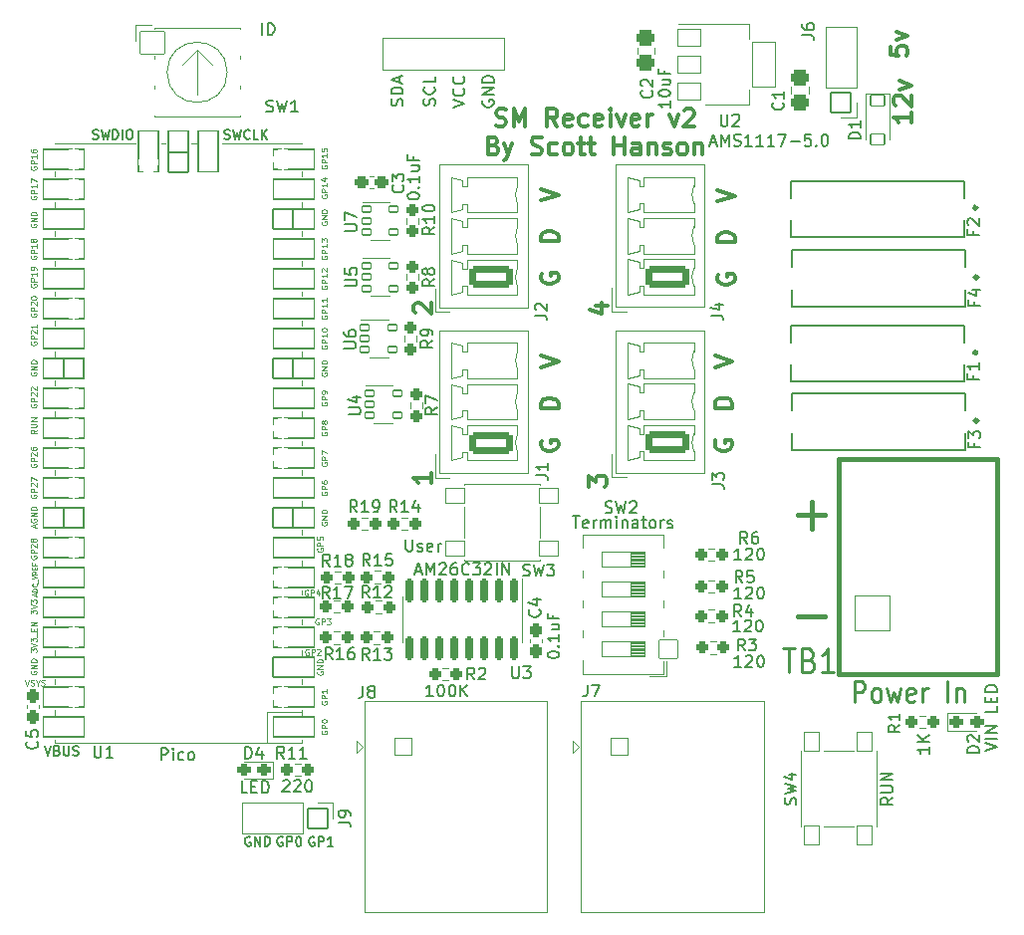
<source format=gbr>
%TF.GenerationSoftware,KiCad,Pcbnew,(6.0.7)*%
%TF.CreationDate,2022-08-24T09:38:19-04:00*%
%TF.ProjectId,Receiver_Out,52656365-6976-4657-925f-4f75742e6b69,v2*%
%TF.SameCoordinates,Original*%
%TF.FileFunction,Legend,Top*%
%TF.FilePolarity,Positive*%
%FSLAX46Y46*%
G04 Gerber Fmt 4.6, Leading zero omitted, Abs format (unit mm)*
G04 Created by KiCad (PCBNEW (6.0.7)) date 2022-08-24 09:38:19*
%MOMM*%
%LPD*%
G01*
G04 APERTURE LIST*
G04 Aperture macros list*
%AMRoundRect*
0 Rectangle with rounded corners*
0 $1 Rounding radius*
0 $2 $3 $4 $5 $6 $7 $8 $9 X,Y pos of 4 corners*
0 Add a 4 corners polygon primitive as box body*
4,1,4,$2,$3,$4,$5,$6,$7,$8,$9,$2,$3,0*
0 Add four circle primitives for the rounded corners*
1,1,$1+$1,$2,$3*
1,1,$1+$1,$4,$5*
1,1,$1+$1,$6,$7*
1,1,$1+$1,$8,$9*
0 Add four rect primitives between the rounded corners*
20,1,$1+$1,$2,$3,$4,$5,0*
20,1,$1+$1,$4,$5,$6,$7,0*
20,1,$1+$1,$6,$7,$8,$9,0*
20,1,$1+$1,$8,$9,$2,$3,0*%
G04 Aperture macros list end*
%ADD10C,0.300000*%
%ADD11C,0.400000*%
%ADD12C,0.150000*%
%ADD13C,0.254000*%
%ADD14C,0.215900*%
%ADD15C,0.100000*%
%ADD16C,0.120000*%
%ADD17C,0.381000*%
%ADD18C,0.127000*%
%ADD19R,3.000000X3.000000*%
%ADD20C,3.000000*%
%ADD21RoundRect,0.301000X1.550000X-0.650000X1.550000X0.650000X-1.550000X0.650000X-1.550000X-0.650000X0*%
%ADD22O,3.702000X1.902000*%
%ADD23RoundRect,0.051000X1.500000X-1.500000X1.500000X1.500000X-1.500000X1.500000X-1.500000X-1.500000X0*%
%ADD24C,3.102000*%
%ADD25C,2.577000*%
%ADD26RoundRect,0.301000X0.475000X-0.337500X0.475000X0.337500X-0.475000X0.337500X-0.475000X-0.337500X0*%
%ADD27RoundRect,0.051000X0.850000X0.850000X-0.850000X0.850000X-0.850000X-0.850000X0.850000X-0.850000X0*%
%ADD28O,1.802000X1.802000*%
%ADD29RoundRect,0.288500X-0.250000X-0.237500X0.250000X-0.237500X0.250000X0.237500X-0.250000X0.237500X0*%
%ADD30RoundRect,0.288500X-0.287500X-0.237500X0.287500X-0.237500X0.287500X0.237500X-0.287500X0.237500X0*%
%ADD31C,3.302000*%
%ADD32RoundRect,0.051000X-0.750000X-0.750000X0.750000X-0.750000X0.750000X0.750000X-0.750000X0.750000X0*%
%ADD33C,1.602000*%
%ADD34RoundRect,0.201000X-0.150000X0.825000X-0.150000X-0.825000X0.150000X-0.825000X0.150000X0.825000X0*%
%ADD35RoundRect,0.288500X0.300000X0.237500X-0.300000X0.237500X-0.300000X-0.237500X0.300000X-0.237500X0*%
%ADD36RoundRect,0.051000X-0.600000X0.450000X-0.600000X-0.450000X0.600000X-0.450000X0.600000X0.450000X0*%
%ADD37RoundRect,0.288500X-0.237500X0.250000X-0.237500X-0.250000X0.237500X-0.250000X0.237500X0.250000X0*%
%ADD38RoundRect,0.051000X-1.000000X-0.750000X1.000000X-0.750000X1.000000X0.750000X-1.000000X0.750000X0*%
%ADD39RoundRect,0.051000X-1.000000X-1.900000X1.000000X-1.900000X1.000000X1.900000X-1.000000X1.900000X0*%
%ADD40RoundRect,0.051000X-0.350000X-0.255000X0.350000X-0.255000X0.350000X0.255000X-0.350000X0.255000X0*%
%ADD41RoundRect,0.288500X0.237500X-0.300000X0.237500X0.300000X-0.237500X0.300000X-0.237500X-0.300000X0*%
%ADD42RoundRect,0.288500X0.250000X0.237500X-0.250000X0.237500X-0.250000X-0.237500X0.250000X-0.237500X0*%
%ADD43C,5.000000*%
%ADD44C,1.802000*%
%ADD45C,3.802000*%
%ADD46O,1.902000X1.902000*%
%ADD47O,1.602000X1.602000*%
%ADD48RoundRect,0.051000X1.750000X0.850000X-1.750000X0.850000X-1.750000X-0.850000X1.750000X-0.850000X0*%
%ADD49RoundRect,0.051000X-0.850000X1.750000X-0.850000X-1.750000X0.850000X-1.750000X0.850000X1.750000X0*%
%ADD50RoundRect,0.051000X0.650000X-0.775000X0.650000X0.775000X-0.650000X0.775000X-0.650000X-0.775000X0*%
%ADD51RoundRect,0.051000X0.775000X0.650000X-0.775000X0.650000X-0.775000X-0.650000X0.775000X-0.650000X0*%
%ADD52RoundRect,0.288500X0.287500X0.237500X-0.287500X0.237500X-0.287500X-0.237500X0.287500X-0.237500X0*%
%ADD53RoundRect,0.051000X-1.050000X-0.950000X1.050000X-0.950000X1.050000X0.950000X-1.050000X0.950000X0*%
%ADD54O,2.202000X2.002000*%
%ADD55RoundRect,0.288500X-0.237500X0.300000X-0.237500X-0.300000X0.237500X-0.300000X0.237500X0.300000X0*%
%ADD56RoundRect,0.051000X-0.850000X0.850000X-0.850000X-0.850000X0.850000X-0.850000X0.850000X0.850000X0*%
%ADD57RoundRect,0.051000X0.800000X0.800000X-0.800000X0.800000X-0.800000X-0.800000X0.800000X-0.800000X0*%
%ADD58O,1.702000X1.702000*%
G04 APERTURE END LIST*
D10*
X-97137629Y32015200D02*
X-95637629Y32515200D01*
X-97137629Y33015200D01*
X-95637629Y28566343D02*
X-97137629Y28566343D01*
X-97137629Y28923486D01*
X-97066200Y29137772D01*
X-96923343Y29280629D01*
X-96780486Y29352058D01*
X-96494772Y29423486D01*
X-96280486Y29423486D01*
X-95994772Y29352058D01*
X-95851915Y29280629D01*
X-95709058Y29137772D01*
X-95637629Y28923486D01*
X-95637629Y28566343D01*
X-112137629Y17897700D02*
X-110637629Y18397700D01*
X-112137629Y18897700D01*
X-97266200Y11696058D02*
X-97337629Y11553200D01*
X-97337629Y11338915D01*
X-97266200Y11124629D01*
X-97123343Y10981772D01*
X-96980486Y10910343D01*
X-96694772Y10838915D01*
X-96480486Y10838915D01*
X-96194772Y10910343D01*
X-96051915Y10981772D01*
X-95909058Y11124629D01*
X-95837629Y11338915D01*
X-95837629Y11481772D01*
X-95909058Y11696058D01*
X-95980486Y11767486D01*
X-96480486Y11767486D01*
X-96480486Y11481772D01*
X-112066200Y25878558D02*
X-112137629Y25735700D01*
X-112137629Y25521415D01*
X-112066200Y25307129D01*
X-111923343Y25164272D01*
X-111780486Y25092843D01*
X-111494772Y25021415D01*
X-111280486Y25021415D01*
X-110994772Y25092843D01*
X-110851915Y25164272D01*
X-110709058Y25307129D01*
X-110637629Y25521415D01*
X-110637629Y25664272D01*
X-110709058Y25878558D01*
X-110780486Y25949986D01*
X-111280486Y25949986D01*
X-111280486Y25664272D01*
D11*
X-90259058Y-3228585D02*
X-87973343Y-3228585D01*
D10*
X-97337629Y17915200D02*
X-95837629Y18415200D01*
X-97337629Y18915200D01*
X-108037629Y7785700D02*
X-108037629Y8714272D01*
X-107466200Y8214272D01*
X-107466200Y8428558D01*
X-107394772Y8571415D01*
X-107323343Y8642843D01*
X-107180486Y8714272D01*
X-106823343Y8714272D01*
X-106680486Y8642843D01*
X-106609058Y8571415D01*
X-106537629Y8428558D01*
X-106537629Y7999986D01*
X-106609058Y7857129D01*
X-106680486Y7785700D01*
X-112066200Y11678558D02*
X-112137629Y11535700D01*
X-112137629Y11321415D01*
X-112066200Y11107129D01*
X-111923343Y10964272D01*
X-111780486Y10892843D01*
X-111494772Y10821415D01*
X-111280486Y10821415D01*
X-110994772Y10892843D01*
X-110851915Y10964272D01*
X-110709058Y11107129D01*
X-110637629Y11321415D01*
X-110637629Y11464272D01*
X-110709058Y11678558D01*
X-110780486Y11749986D01*
X-111280486Y11749986D01*
X-111280486Y11464272D01*
X-121437629Y8914272D02*
X-121437629Y8057129D01*
X-121437629Y8485700D02*
X-122937629Y8485700D01*
X-122723343Y8342843D01*
X-122580486Y8199986D01*
X-122509058Y8057129D01*
X-97066200Y25796058D02*
X-97137629Y25653200D01*
X-97137629Y25438915D01*
X-97066200Y25224629D01*
X-96923343Y25081772D01*
X-96780486Y25010343D01*
X-96494772Y24938915D01*
X-96280486Y24938915D01*
X-95994772Y25010343D01*
X-95851915Y25081772D01*
X-95709058Y25224629D01*
X-95637629Y25438915D01*
X-95637629Y25581772D01*
X-95709058Y25796058D01*
X-95780486Y25867486D01*
X-96280486Y25867486D01*
X-96280486Y25581772D01*
X-112137629Y32097700D02*
X-110637629Y32597700D01*
X-112137629Y33097700D01*
X-110637629Y28648843D02*
X-112137629Y28648843D01*
X-112137629Y29005986D01*
X-112066200Y29220272D01*
X-111923343Y29363129D01*
X-111780486Y29434558D01*
X-111494772Y29505986D01*
X-111280486Y29505986D01*
X-110994772Y29434558D01*
X-110851915Y29363129D01*
X-110709058Y29220272D01*
X-110637629Y29005986D01*
X-110637629Y28648843D01*
X-110637629Y14448843D02*
X-112137629Y14448843D01*
X-112137629Y14805986D01*
X-112066200Y15020272D01*
X-111923343Y15163129D01*
X-111780486Y15234558D01*
X-111494772Y15305986D01*
X-111280486Y15305986D01*
X-110994772Y15234558D01*
X-110851915Y15163129D01*
X-110709058Y15020272D01*
X-110637629Y14805986D01*
X-110637629Y14448843D01*
X-95837629Y14466343D02*
X-97337629Y14466343D01*
X-97337629Y14823486D01*
X-97266200Y15037772D01*
X-97123343Y15180629D01*
X-96980486Y15252058D01*
X-96694772Y15323486D01*
X-96480486Y15323486D01*
X-96194772Y15252058D01*
X-96051915Y15180629D01*
X-95909058Y15037772D01*
X-95837629Y14823486D01*
X-95837629Y14466343D01*
D11*
X-90259058Y5371415D02*
X-87973343Y5371415D01*
X-89116200Y4228558D02*
X-89116200Y6514272D01*
D10*
X-107437629Y23171415D02*
X-106437629Y23171415D01*
X-108009058Y22814272D02*
X-106937629Y22457129D01*
X-106937629Y23385700D01*
X-115944772Y38486058D02*
X-115730486Y38414629D01*
X-115373343Y38414629D01*
X-115230486Y38486058D01*
X-115159058Y38557486D01*
X-115087629Y38700343D01*
X-115087629Y38843200D01*
X-115159058Y38986058D01*
X-115230486Y39057486D01*
X-115373343Y39128915D01*
X-115659058Y39200343D01*
X-115801915Y39271772D01*
X-115873343Y39343200D01*
X-115944772Y39486058D01*
X-115944772Y39628915D01*
X-115873343Y39771772D01*
X-115801915Y39843200D01*
X-115659058Y39914629D01*
X-115301915Y39914629D01*
X-115087629Y39843200D01*
X-114444772Y38414629D02*
X-114444772Y39914629D01*
X-113944772Y38843200D01*
X-113444772Y39914629D01*
X-113444772Y38414629D01*
X-110730486Y38414629D02*
X-111230486Y39128915D01*
X-111587629Y38414629D02*
X-111587629Y39914629D01*
X-111016200Y39914629D01*
X-110873343Y39843200D01*
X-110801915Y39771772D01*
X-110730486Y39628915D01*
X-110730486Y39414629D01*
X-110801915Y39271772D01*
X-110873343Y39200343D01*
X-111016200Y39128915D01*
X-111587629Y39128915D01*
X-109516200Y38486058D02*
X-109659058Y38414629D01*
X-109944772Y38414629D01*
X-110087629Y38486058D01*
X-110159058Y38628915D01*
X-110159058Y39200343D01*
X-110087629Y39343200D01*
X-109944772Y39414629D01*
X-109659058Y39414629D01*
X-109516200Y39343200D01*
X-109444772Y39200343D01*
X-109444772Y39057486D01*
X-110159058Y38914629D01*
X-108159058Y38486058D02*
X-108301915Y38414629D01*
X-108587629Y38414629D01*
X-108730486Y38486058D01*
X-108801915Y38557486D01*
X-108873343Y38700343D01*
X-108873343Y39128915D01*
X-108801915Y39271772D01*
X-108730486Y39343200D01*
X-108587629Y39414629D01*
X-108301915Y39414629D01*
X-108159058Y39343200D01*
X-106944772Y38486058D02*
X-107087629Y38414629D01*
X-107373343Y38414629D01*
X-107516200Y38486058D01*
X-107587629Y38628915D01*
X-107587629Y39200343D01*
X-107516200Y39343200D01*
X-107373343Y39414629D01*
X-107087629Y39414629D01*
X-106944772Y39343200D01*
X-106873343Y39200343D01*
X-106873343Y39057486D01*
X-107587629Y38914629D01*
X-106230486Y38414629D02*
X-106230486Y39414629D01*
X-106230486Y39914629D02*
X-106301915Y39843200D01*
X-106230486Y39771772D01*
X-106159058Y39843200D01*
X-106230486Y39914629D01*
X-106230486Y39771772D01*
X-105659058Y39414629D02*
X-105301915Y38414629D01*
X-104944772Y39414629D01*
X-103801915Y38486058D02*
X-103944772Y38414629D01*
X-104230486Y38414629D01*
X-104373343Y38486058D01*
X-104444772Y38628915D01*
X-104444772Y39200343D01*
X-104373343Y39343200D01*
X-104230486Y39414629D01*
X-103944772Y39414629D01*
X-103801915Y39343200D01*
X-103730486Y39200343D01*
X-103730486Y39057486D01*
X-104444772Y38914629D01*
X-103087629Y38414629D02*
X-103087629Y39414629D01*
X-103087629Y39128915D02*
X-103016200Y39271772D01*
X-102944772Y39343200D01*
X-102801915Y39414629D01*
X-102659058Y39414629D01*
X-101159058Y39414629D02*
X-100801915Y38414629D01*
X-100444772Y39414629D01*
X-99944772Y39771772D02*
X-99873343Y39843200D01*
X-99730486Y39914629D01*
X-99373343Y39914629D01*
X-99230486Y39843200D01*
X-99159058Y39771772D01*
X-99087629Y39628915D01*
X-99087629Y39486058D01*
X-99159058Y39271772D01*
X-100016200Y38414629D01*
X-99087629Y38414629D01*
X-116123343Y36785343D02*
X-115909058Y36713915D01*
X-115837629Y36642486D01*
X-115766200Y36499629D01*
X-115766200Y36285343D01*
X-115837629Y36142486D01*
X-115909058Y36071058D01*
X-116051915Y35999629D01*
X-116623343Y35999629D01*
X-116623343Y37499629D01*
X-116123343Y37499629D01*
X-115980486Y37428200D01*
X-115909058Y37356772D01*
X-115837629Y37213915D01*
X-115837629Y37071058D01*
X-115909058Y36928200D01*
X-115980486Y36856772D01*
X-116123343Y36785343D01*
X-116623343Y36785343D01*
X-115266200Y36999629D02*
X-114909058Y35999629D01*
X-114551915Y36999629D02*
X-114909058Y35999629D01*
X-115051915Y35642486D01*
X-115123343Y35571058D01*
X-115266200Y35499629D01*
X-112909058Y36071058D02*
X-112694772Y35999629D01*
X-112337629Y35999629D01*
X-112194772Y36071058D01*
X-112123343Y36142486D01*
X-112051915Y36285343D01*
X-112051915Y36428200D01*
X-112123343Y36571058D01*
X-112194772Y36642486D01*
X-112337629Y36713915D01*
X-112623343Y36785343D01*
X-112766200Y36856772D01*
X-112837629Y36928200D01*
X-112909058Y37071058D01*
X-112909058Y37213915D01*
X-112837629Y37356772D01*
X-112766200Y37428200D01*
X-112623343Y37499629D01*
X-112266200Y37499629D01*
X-112051915Y37428200D01*
X-110766200Y36071058D02*
X-110909058Y35999629D01*
X-111194772Y35999629D01*
X-111337629Y36071058D01*
X-111409058Y36142486D01*
X-111480486Y36285343D01*
X-111480486Y36713915D01*
X-111409058Y36856772D01*
X-111337629Y36928200D01*
X-111194772Y36999629D01*
X-110909058Y36999629D01*
X-110766200Y36928200D01*
X-109909058Y35999629D02*
X-110051915Y36071058D01*
X-110123343Y36142486D01*
X-110194772Y36285343D01*
X-110194772Y36713915D01*
X-110123343Y36856772D01*
X-110051915Y36928200D01*
X-109909058Y36999629D01*
X-109694772Y36999629D01*
X-109551915Y36928200D01*
X-109480486Y36856772D01*
X-109409058Y36713915D01*
X-109409058Y36285343D01*
X-109480486Y36142486D01*
X-109551915Y36071058D01*
X-109694772Y35999629D01*
X-109909058Y35999629D01*
X-108980486Y36999629D02*
X-108409058Y36999629D01*
X-108766200Y37499629D02*
X-108766200Y36213915D01*
X-108694772Y36071058D01*
X-108551915Y35999629D01*
X-108409058Y35999629D01*
X-108123343Y36999629D02*
X-107551915Y36999629D01*
X-107909058Y37499629D02*
X-107909058Y36213915D01*
X-107837629Y36071058D01*
X-107694772Y35999629D01*
X-107551915Y35999629D01*
X-105909058Y35999629D02*
X-105909058Y37499629D01*
X-105909058Y36785343D02*
X-105051915Y36785343D01*
X-105051915Y35999629D02*
X-105051915Y37499629D01*
X-103694772Y35999629D02*
X-103694772Y36785343D01*
X-103766200Y36928200D01*
X-103909058Y36999629D01*
X-104194772Y36999629D01*
X-104337629Y36928200D01*
X-103694772Y36071058D02*
X-103837629Y35999629D01*
X-104194772Y35999629D01*
X-104337629Y36071058D01*
X-104409058Y36213915D01*
X-104409058Y36356772D01*
X-104337629Y36499629D01*
X-104194772Y36571058D01*
X-103837629Y36571058D01*
X-103694772Y36642486D01*
X-102980486Y36999629D02*
X-102980486Y35999629D01*
X-102980486Y36856772D02*
X-102909058Y36928200D01*
X-102766200Y36999629D01*
X-102551915Y36999629D01*
X-102409058Y36928200D01*
X-102337629Y36785343D01*
X-102337629Y35999629D01*
X-101694772Y36071058D02*
X-101551915Y35999629D01*
X-101266200Y35999629D01*
X-101123343Y36071058D01*
X-101051915Y36213915D01*
X-101051915Y36285343D01*
X-101123343Y36428200D01*
X-101266200Y36499629D01*
X-101480486Y36499629D01*
X-101623343Y36571058D01*
X-101694772Y36713915D01*
X-101694772Y36785343D01*
X-101623343Y36928200D01*
X-101480486Y36999629D01*
X-101266200Y36999629D01*
X-101123343Y36928200D01*
X-100194772Y35999629D02*
X-100337629Y36071058D01*
X-100409058Y36142486D01*
X-100480486Y36285343D01*
X-100480486Y36713915D01*
X-100409058Y36856772D01*
X-100337629Y36928200D01*
X-100194772Y36999629D01*
X-99980486Y36999629D01*
X-99837629Y36928200D01*
X-99766200Y36856772D01*
X-99694772Y36713915D01*
X-99694772Y36285343D01*
X-99766200Y36142486D01*
X-99837629Y36071058D01*
X-99980486Y35999629D01*
X-100194772Y35999629D01*
X-99051915Y36999629D02*
X-99051915Y35999629D01*
X-99051915Y36856772D02*
X-98980486Y36928200D01*
X-98837629Y36999629D01*
X-98623343Y36999629D01*
X-98480486Y36928200D01*
X-98409058Y36785343D01*
X-98409058Y35999629D01*
D12*
X-119613820Y40052367D02*
X-118613820Y40385700D01*
X-119613820Y40719034D01*
X-118709058Y41623796D02*
X-118661439Y41576177D01*
X-118613820Y41433320D01*
X-118613820Y41338081D01*
X-118661439Y41195224D01*
X-118756677Y41099986D01*
X-118851915Y41052367D01*
X-119042391Y41004748D01*
X-119185248Y41004748D01*
X-119375724Y41052367D01*
X-119470962Y41099986D01*
X-119566200Y41195224D01*
X-119613820Y41338081D01*
X-119613820Y41433320D01*
X-119566200Y41576177D01*
X-119518581Y41623796D01*
X-118709058Y42623796D02*
X-118661439Y42576177D01*
X-118613820Y42433320D01*
X-118613820Y42338081D01*
X-118661439Y42195224D01*
X-118756677Y42099986D01*
X-118851915Y42052367D01*
X-119042391Y42004748D01*
X-119185248Y42004748D01*
X-119375724Y42052367D01*
X-119470962Y42099986D01*
X-119566200Y42195224D01*
X-119613820Y42338081D01*
X-119613820Y42433320D01*
X-119566200Y42576177D01*
X-119518581Y42623796D01*
X-136825724Y-22014300D02*
X-136901915Y-21976204D01*
X-137016200Y-21976204D01*
X-137130486Y-22014300D01*
X-137206677Y-22090490D01*
X-137244772Y-22166680D01*
X-137282867Y-22319061D01*
X-137282867Y-22433347D01*
X-137244772Y-22585728D01*
X-137206677Y-22661919D01*
X-137130486Y-22738109D01*
X-137016200Y-22776204D01*
X-136940010Y-22776204D01*
X-136825724Y-22738109D01*
X-136787629Y-22700014D01*
X-136787629Y-22433347D01*
X-136940010Y-22433347D01*
X-136444772Y-22776204D02*
X-136444772Y-21976204D01*
X-135987629Y-22776204D01*
X-135987629Y-21976204D01*
X-135606677Y-22776204D02*
X-135606677Y-21976204D01*
X-135416200Y-21976204D01*
X-135301915Y-22014300D01*
X-135225724Y-22090490D01*
X-135187629Y-22166680D01*
X-135149534Y-22319061D01*
X-135149534Y-22433347D01*
X-135187629Y-22585728D01*
X-135225724Y-22661919D01*
X-135301915Y-22738109D01*
X-135416200Y-22776204D01*
X-135606677Y-22776204D01*
X-117066200Y40623796D02*
X-117113820Y40528558D01*
X-117113820Y40385700D01*
X-117066200Y40242843D01*
X-116970962Y40147605D01*
X-116875724Y40099986D01*
X-116685248Y40052367D01*
X-116542391Y40052367D01*
X-116351915Y40099986D01*
X-116256677Y40147605D01*
X-116161439Y40242843D01*
X-116113820Y40385700D01*
X-116113820Y40480939D01*
X-116161439Y40623796D01*
X-116209058Y40671415D01*
X-116542391Y40671415D01*
X-116542391Y40480939D01*
X-116113820Y41099986D02*
X-117113820Y41099986D01*
X-116113820Y41671415D01*
X-117113820Y41671415D01*
X-116113820Y42147605D02*
X-117113820Y42147605D01*
X-117113820Y42385700D01*
X-117066200Y42528558D01*
X-116970962Y42623796D01*
X-116875724Y42671415D01*
X-116685248Y42719034D01*
X-116542391Y42719034D01*
X-116351915Y42671415D01*
X-116256677Y42623796D01*
X-116161439Y42528558D01*
X-116113820Y42385700D01*
X-116113820Y42147605D01*
D10*
X-122794772Y22557129D02*
X-122866200Y22628558D01*
X-122937629Y22771415D01*
X-122937629Y23128558D01*
X-122866200Y23271415D01*
X-122794772Y23342843D01*
X-122651915Y23414272D01*
X-122509058Y23414272D01*
X-122294772Y23342843D01*
X-121437629Y22485700D01*
X-121437629Y23414272D01*
X-80637629Y39628558D02*
X-80637629Y38771415D01*
X-80637629Y39199986D02*
X-82137629Y39199986D01*
X-81923343Y39057129D01*
X-81780486Y38914272D01*
X-81709058Y38771415D01*
X-81994772Y40199986D02*
X-82066200Y40271415D01*
X-82137629Y40414272D01*
X-82137629Y40771415D01*
X-82066200Y40914272D01*
X-81994772Y40985700D01*
X-81851915Y41057129D01*
X-81709058Y41057129D01*
X-81494772Y40985700D01*
X-80637629Y40128558D01*
X-80637629Y41057129D01*
X-81637629Y41557129D02*
X-80637629Y41914272D01*
X-81637629Y42271415D01*
D12*
X-134087629Y-22014300D02*
X-134163820Y-21976204D01*
X-134278105Y-21976204D01*
X-134392391Y-22014300D01*
X-134468581Y-22090490D01*
X-134506677Y-22166680D01*
X-134544772Y-22319061D01*
X-134544772Y-22433347D01*
X-134506677Y-22585728D01*
X-134468581Y-22661919D01*
X-134392391Y-22738109D01*
X-134278105Y-22776204D01*
X-134201915Y-22776204D01*
X-134087629Y-22738109D01*
X-134049534Y-22700014D01*
X-134049534Y-22433347D01*
X-134201915Y-22433347D01*
X-133706677Y-22776204D02*
X-133706677Y-21976204D01*
X-133401915Y-21976204D01*
X-133325724Y-22014300D01*
X-133287629Y-22052395D01*
X-133249534Y-22128585D01*
X-133249534Y-22242871D01*
X-133287629Y-22319061D01*
X-133325724Y-22357157D01*
X-133401915Y-22395252D01*
X-133706677Y-22395252D01*
X-132754296Y-21976204D02*
X-132678105Y-21976204D01*
X-132601915Y-22014300D01*
X-132563820Y-22052395D01*
X-132525724Y-22128585D01*
X-132487629Y-22280966D01*
X-132487629Y-22471442D01*
X-132525724Y-22623823D01*
X-132563820Y-22700014D01*
X-132601915Y-22738109D01*
X-132678105Y-22776204D01*
X-132754296Y-22776204D01*
X-132830486Y-22738109D01*
X-132868581Y-22700014D01*
X-132906677Y-22623823D01*
X-132944772Y-22471442D01*
X-132944772Y-22280966D01*
X-132906677Y-22128585D01*
X-132868581Y-22052395D01*
X-132830486Y-22014300D01*
X-132754296Y-21976204D01*
X-123911439Y40171415D02*
X-123863820Y40314272D01*
X-123863820Y40552367D01*
X-123911439Y40647605D01*
X-123959058Y40695224D01*
X-124054296Y40742843D01*
X-124149534Y40742843D01*
X-124244772Y40695224D01*
X-124292391Y40647605D01*
X-124340010Y40552367D01*
X-124387629Y40361891D01*
X-124435248Y40266653D01*
X-124482867Y40219034D01*
X-124578105Y40171415D01*
X-124673343Y40171415D01*
X-124768581Y40219034D01*
X-124816200Y40266653D01*
X-124863820Y40361891D01*
X-124863820Y40599986D01*
X-124816200Y40742843D01*
X-123863820Y41171415D02*
X-124863820Y41171415D01*
X-124863820Y41409510D01*
X-124816200Y41552367D01*
X-124720962Y41647605D01*
X-124625724Y41695224D01*
X-124435248Y41742843D01*
X-124292391Y41742843D01*
X-124101915Y41695224D01*
X-124006677Y41647605D01*
X-123911439Y41552367D01*
X-123863820Y41409510D01*
X-123863820Y41171415D01*
X-124149534Y42123796D02*
X-124149534Y42599986D01*
X-123863820Y42028558D02*
X-124863820Y42361891D01*
X-123863820Y42695224D01*
X-131387629Y-22014300D02*
X-131463820Y-21976204D01*
X-131578105Y-21976204D01*
X-131692391Y-22014300D01*
X-131768581Y-22090490D01*
X-131806677Y-22166680D01*
X-131844772Y-22319061D01*
X-131844772Y-22433347D01*
X-131806677Y-22585728D01*
X-131768581Y-22661919D01*
X-131692391Y-22738109D01*
X-131578105Y-22776204D01*
X-131501915Y-22776204D01*
X-131387629Y-22738109D01*
X-131349534Y-22700014D01*
X-131349534Y-22433347D01*
X-131501915Y-22433347D01*
X-131006677Y-22776204D02*
X-131006677Y-21976204D01*
X-130701915Y-21976204D01*
X-130625724Y-22014300D01*
X-130587629Y-22052395D01*
X-130549534Y-22128585D01*
X-130549534Y-22242871D01*
X-130587629Y-22319061D01*
X-130625724Y-22357157D01*
X-130701915Y-22395252D01*
X-131006677Y-22395252D01*
X-129787629Y-22776204D02*
X-130244772Y-22776204D01*
X-130016200Y-22776204D02*
X-130016200Y-21976204D01*
X-130092391Y-22090490D01*
X-130168581Y-22166680D01*
X-130244772Y-22204776D01*
X-121161439Y40195224D02*
X-121113820Y40338081D01*
X-121113820Y40576177D01*
X-121161439Y40671415D01*
X-121209058Y40719034D01*
X-121304296Y40766653D01*
X-121399534Y40766653D01*
X-121494772Y40719034D01*
X-121542391Y40671415D01*
X-121590010Y40576177D01*
X-121637629Y40385700D01*
X-121685248Y40290462D01*
X-121732867Y40242843D01*
X-121828105Y40195224D01*
X-121923343Y40195224D01*
X-122018581Y40242843D01*
X-122066200Y40290462D01*
X-122113820Y40385700D01*
X-122113820Y40623796D01*
X-122066200Y40766653D01*
X-121209058Y41766653D02*
X-121161439Y41719034D01*
X-121113820Y41576177D01*
X-121113820Y41480939D01*
X-121161439Y41338081D01*
X-121256677Y41242843D01*
X-121351915Y41195224D01*
X-121542391Y41147605D01*
X-121685248Y41147605D01*
X-121875724Y41195224D01*
X-121970962Y41242843D01*
X-122066200Y41338081D01*
X-122113820Y41480939D01*
X-122113820Y41576177D01*
X-122066200Y41719034D01*
X-122018581Y41766653D01*
X-121113820Y42671415D02*
X-121113820Y42195224D01*
X-122113820Y42195224D01*
D10*
X-82437629Y45171415D02*
X-82437629Y44457129D01*
X-81723343Y44385700D01*
X-81794772Y44457129D01*
X-81866200Y44599986D01*
X-81866200Y44957129D01*
X-81794772Y45099986D01*
X-81723343Y45171415D01*
X-81580486Y45242843D01*
X-81223343Y45242843D01*
X-81080486Y45171415D01*
X-81009058Y45099986D01*
X-80937629Y44957129D01*
X-80937629Y44599986D01*
X-81009058Y44457129D01*
X-81080486Y44385700D01*
X-81937629Y45742843D02*
X-80937629Y46099986D01*
X-81937629Y46457129D01*
D12*
%TO.C,J2*%
X-112621320Y22352367D02*
X-111907034Y22352367D01*
X-111764177Y22304748D01*
X-111668939Y22209510D01*
X-111621320Y22066653D01*
X-111621320Y21971415D01*
X-112526081Y22780939D02*
X-112573700Y22828558D01*
X-112621320Y22923796D01*
X-112621320Y23161891D01*
X-112573700Y23257129D01*
X-112526081Y23304748D01*
X-112430843Y23352367D01*
X-112335605Y23352367D01*
X-112192748Y23304748D01*
X-111621320Y22733320D01*
X-111621320Y23352367D01*
%TO.C,J4*%
X-97663820Y22352367D02*
X-96949534Y22352367D01*
X-96806677Y22304748D01*
X-96711439Y22209510D01*
X-96663820Y22066653D01*
X-96663820Y21971415D01*
X-97330486Y23257129D02*
X-96663820Y23257129D01*
X-97711439Y23019034D02*
X-96997153Y22780939D01*
X-96997153Y23399986D01*
%TO.C,J3*%
X-97563820Y7969867D02*
X-96849534Y7969867D01*
X-96706677Y7922248D01*
X-96611439Y7827010D01*
X-96563820Y7684153D01*
X-96563820Y7588915D01*
X-97563820Y8350820D02*
X-97563820Y8969867D01*
X-97182867Y8636534D01*
X-97182867Y8779391D01*
X-97135248Y8874629D01*
X-97087629Y8922248D01*
X-96992391Y8969867D01*
X-96754296Y8969867D01*
X-96659058Y8922248D01*
X-96611439Y8874629D01*
X-96563820Y8779391D01*
X-96563820Y8493677D01*
X-96611439Y8398439D01*
X-96659058Y8350820D01*
%TO.C,J1*%
X-112513820Y8752367D02*
X-111799534Y8752367D01*
X-111656677Y8704748D01*
X-111561439Y8609510D01*
X-111513820Y8466653D01*
X-111513820Y8371415D01*
X-111513820Y9752367D02*
X-111513820Y9180939D01*
X-111513820Y9466653D02*
X-112513820Y9466653D01*
X-112370962Y9371415D01*
X-112275724Y9276177D01*
X-112228105Y9180939D01*
D13*
%TO.C,TB1*%
X-91559867Y-6001538D02*
X-90543867Y-6001538D01*
X-91051867Y-8033538D02*
X-91051867Y-6001538D01*
X-89358534Y-6969157D02*
X-89104534Y-7065919D01*
X-89019867Y-7162680D01*
X-88935200Y-7356204D01*
X-88935200Y-7646490D01*
X-89019867Y-7840014D01*
X-89104534Y-7936776D01*
X-89273867Y-8033538D01*
X-89951200Y-8033538D01*
X-89951200Y-6001538D01*
X-89358534Y-6001538D01*
X-89189200Y-6098300D01*
X-89104534Y-6195061D01*
X-89019867Y-6388585D01*
X-89019867Y-6582109D01*
X-89104534Y-6775633D01*
X-89189200Y-6872395D01*
X-89358534Y-6969157D01*
X-89951200Y-6969157D01*
X-87241867Y-8033538D02*
X-88257867Y-8033538D01*
X-87749867Y-8033538D02*
X-87749867Y-6001538D01*
X-87919200Y-6291823D01*
X-88088534Y-6485347D01*
X-88257867Y-6582109D01*
D14*
X-85460772Y-10518633D02*
X-85460772Y-8740633D01*
X-84880200Y-8740633D01*
X-84735058Y-8825300D01*
X-84662486Y-8909966D01*
X-84589915Y-9079300D01*
X-84589915Y-9333300D01*
X-84662486Y-9502633D01*
X-84735058Y-9587300D01*
X-84880200Y-9671966D01*
X-85460772Y-9671966D01*
X-83719058Y-10518633D02*
X-83864200Y-10433966D01*
X-83936772Y-10349300D01*
X-84009343Y-10179966D01*
X-84009343Y-9671966D01*
X-83936772Y-9502633D01*
X-83864200Y-9417966D01*
X-83719058Y-9333300D01*
X-83501343Y-9333300D01*
X-83356200Y-9417966D01*
X-83283629Y-9502633D01*
X-83211058Y-9671966D01*
X-83211058Y-10179966D01*
X-83283629Y-10349300D01*
X-83356200Y-10433966D01*
X-83501343Y-10518633D01*
X-83719058Y-10518633D01*
X-82703058Y-9333300D02*
X-82412772Y-10518633D01*
X-82122486Y-9671966D01*
X-81832200Y-10518633D01*
X-81541915Y-9333300D01*
X-80380772Y-10433966D02*
X-80525915Y-10518633D01*
X-80816200Y-10518633D01*
X-80961343Y-10433966D01*
X-81033915Y-10264633D01*
X-81033915Y-9587300D01*
X-80961343Y-9417966D01*
X-80816200Y-9333300D01*
X-80525915Y-9333300D01*
X-80380772Y-9417966D01*
X-80308200Y-9587300D01*
X-80308200Y-9756633D01*
X-81033915Y-9925966D01*
X-79655058Y-10518633D02*
X-79655058Y-9333300D01*
X-79655058Y-9671966D02*
X-79582486Y-9502633D01*
X-79509915Y-9417966D01*
X-79364772Y-9333300D01*
X-79219629Y-9333300D01*
X-77550486Y-10518633D02*
X-77550486Y-8740633D01*
X-76824772Y-9333300D02*
X-76824772Y-10518633D01*
X-76824772Y-9502633D02*
X-76752200Y-9417966D01*
X-76607058Y-9333300D01*
X-76389343Y-9333300D01*
X-76244200Y-9417966D01*
X-76171629Y-9587300D01*
X-76171629Y-10518633D01*
D12*
%TO.C,F2*%
X-75406639Y29531367D02*
X-75406639Y29198034D01*
X-74882830Y29198034D02*
X-75882830Y29198034D01*
X-75882830Y29674224D01*
X-75787591Y30007558D02*
X-75835210Y30055177D01*
X-75882830Y30150415D01*
X-75882830Y30388510D01*
X-75835210Y30483748D01*
X-75787591Y30531367D01*
X-75692353Y30578986D01*
X-75597115Y30578986D01*
X-75454258Y30531367D01*
X-74882830Y29959939D01*
X-74882830Y30578986D01*
%TO.C,F4*%
X-75298429Y23530367D02*
X-75298429Y23197034D01*
X-74774620Y23197034D02*
X-75774620Y23197034D01*
X-75774620Y23673224D01*
X-75441286Y24482748D02*
X-74774620Y24482748D01*
X-75822239Y24244653D02*
X-75107953Y24006558D01*
X-75107953Y24625605D01*
%TO.C,F1*%
X-75416639Y17269367D02*
X-75416639Y16936034D01*
X-74892830Y16936034D02*
X-75892830Y16936034D01*
X-75892830Y17412224D01*
X-74892830Y18316986D02*
X-74892830Y17745558D01*
X-74892830Y18031272D02*
X-75892830Y18031272D01*
X-75749972Y17936034D01*
X-75654734Y17840796D01*
X-75607115Y17745558D01*
%TO.C,F3*%
X-75323429Y11443367D02*
X-75323429Y11110034D01*
X-74799620Y11110034D02*
X-75799620Y11110034D01*
X-75799620Y11586224D01*
X-75799620Y11871939D02*
X-75799620Y12490986D01*
X-75418667Y12157653D01*
X-75418667Y12300510D01*
X-75371048Y12395748D01*
X-75323429Y12443367D01*
X-75228191Y12490986D01*
X-74990096Y12490986D01*
X-74894858Y12443367D01*
X-74847239Y12395748D01*
X-74799620Y12300510D01*
X-74799620Y12014796D01*
X-74847239Y11919558D01*
X-74894858Y11871939D01*
%TO.C,C1*%
X-91559058Y40419034D02*
X-91511439Y40371415D01*
X-91463820Y40228558D01*
X-91463820Y40133320D01*
X-91511439Y39990462D01*
X-91606677Y39895224D01*
X-91701915Y39847605D01*
X-91892391Y39799986D01*
X-92035248Y39799986D01*
X-92225724Y39847605D01*
X-92320962Y39895224D01*
X-92416200Y39990462D01*
X-92463820Y40133320D01*
X-92463820Y40228558D01*
X-92416200Y40371415D01*
X-92368581Y40419034D01*
X-91463820Y41371415D02*
X-91463820Y40799986D01*
X-91463820Y41085700D02*
X-92463820Y41085700D01*
X-92320962Y40990462D01*
X-92225724Y40895224D01*
X-92178105Y40799986D01*
%TO.C,J6*%
X-89913820Y46177367D02*
X-89199534Y46177367D01*
X-89056677Y46129748D01*
X-88961439Y46034510D01*
X-88913820Y45891653D01*
X-88913820Y45796415D01*
X-89913820Y47082129D02*
X-89913820Y46891653D01*
X-89866200Y46796415D01*
X-89818581Y46748796D01*
X-89675724Y46653558D01*
X-89485248Y46605939D01*
X-89104296Y46605939D01*
X-89009058Y46653558D01*
X-88961439Y46701177D01*
X-88913820Y46796415D01*
X-88913820Y46986891D01*
X-88961439Y47082129D01*
X-89009058Y47129748D01*
X-89104296Y47177367D01*
X-89342391Y47177367D01*
X-89437629Y47129748D01*
X-89485248Y47082129D01*
X-89532867Y46986891D01*
X-89532867Y46796415D01*
X-89485248Y46701177D01*
X-89437629Y46653558D01*
X-89342391Y46605939D01*
%TO.C,C2*%
X-102709058Y41469034D02*
X-102661439Y41421415D01*
X-102613820Y41278558D01*
X-102613820Y41183320D01*
X-102661439Y41040462D01*
X-102756677Y40945224D01*
X-102851915Y40897605D01*
X-103042391Y40849986D01*
X-103185248Y40849986D01*
X-103375724Y40897605D01*
X-103470962Y40945224D01*
X-103566200Y41040462D01*
X-103613820Y41183320D01*
X-103613820Y41278558D01*
X-103566200Y41421415D01*
X-103518581Y41469034D01*
X-103518581Y41849986D02*
X-103566200Y41897605D01*
X-103613820Y41992843D01*
X-103613820Y42230939D01*
X-103566200Y42326177D01*
X-103518581Y42373796D01*
X-103423343Y42421415D01*
X-103328105Y42421415D01*
X-103185248Y42373796D01*
X-102613820Y41802367D01*
X-102613820Y42421415D01*
X-101113820Y40564272D02*
X-101113820Y39992843D01*
X-101113820Y40278558D02*
X-102113820Y40278558D01*
X-101970962Y40183320D01*
X-101875724Y40088081D01*
X-101828105Y39992843D01*
X-102113820Y41183320D02*
X-102113820Y41278558D01*
X-102066200Y41373796D01*
X-102018581Y41421415D01*
X-101923343Y41469034D01*
X-101732867Y41516653D01*
X-101494772Y41516653D01*
X-101304296Y41469034D01*
X-101209058Y41421415D01*
X-101161439Y41373796D01*
X-101113820Y41278558D01*
X-101113820Y41183320D01*
X-101161439Y41088081D01*
X-101209058Y41040462D01*
X-101304296Y40992843D01*
X-101494772Y40945224D01*
X-101732867Y40945224D01*
X-101923343Y40992843D01*
X-102018581Y41040462D01*
X-102066200Y41088081D01*
X-102113820Y41183320D01*
X-101780486Y42373796D02*
X-101113820Y42373796D01*
X-101780486Y41945224D02*
X-101256677Y41945224D01*
X-101161439Y41992843D01*
X-101113820Y42088081D01*
X-101113820Y42230939D01*
X-101161439Y42326177D01*
X-101209058Y42373796D01*
X-101637629Y43183320D02*
X-101637629Y42849986D01*
X-101113820Y42849986D02*
X-102113820Y42849986D01*
X-102113820Y43326177D01*
%TO.C,R1*%
X-81613820Y-12480966D02*
X-82090010Y-12814300D01*
X-81613820Y-13052395D02*
X-82613820Y-13052395D01*
X-82613820Y-12671442D01*
X-82566200Y-12576204D01*
X-82518581Y-12528585D01*
X-82423343Y-12480966D01*
X-82280486Y-12480966D01*
X-82185248Y-12528585D01*
X-82137629Y-12576204D01*
X-82090010Y-12671442D01*
X-82090010Y-13052395D01*
X-81613820Y-11528585D02*
X-81613820Y-12100014D01*
X-81613820Y-11814300D02*
X-82613820Y-11814300D01*
X-82470962Y-11909538D01*
X-82375724Y-12004776D01*
X-82328105Y-12100014D01*
X-79113820Y-14328585D02*
X-79113820Y-14900014D01*
X-79113820Y-14614300D02*
X-80113820Y-14614300D01*
X-79970962Y-14709538D01*
X-79875724Y-14804776D01*
X-79828105Y-14900014D01*
X-79113820Y-13900014D02*
X-80113820Y-13900014D01*
X-79113820Y-13328585D02*
X-79685248Y-13757157D01*
X-80113820Y-13328585D02*
X-79542391Y-13900014D01*
%TO.C,D2*%
X-74863820Y-14852395D02*
X-75863820Y-14852395D01*
X-75863820Y-14614300D01*
X-75816200Y-14471442D01*
X-75720962Y-14376204D01*
X-75625724Y-14328585D01*
X-75435248Y-14280966D01*
X-75292391Y-14280966D01*
X-75101915Y-14328585D01*
X-75006677Y-14376204D01*
X-74911439Y-14471442D01*
X-74863820Y-14614300D01*
X-74863820Y-14852395D01*
X-75768581Y-13900014D02*
X-75816200Y-13852395D01*
X-75863820Y-13757157D01*
X-75863820Y-13519061D01*
X-75816200Y-13423823D01*
X-75768581Y-13376204D01*
X-75673343Y-13328585D01*
X-75578105Y-13328585D01*
X-75435248Y-13376204D01*
X-74863820Y-13947633D01*
X-74863820Y-13328585D01*
X-74363820Y-14647633D02*
X-73363820Y-14314300D01*
X-74363820Y-13980966D01*
X-73363820Y-13647633D02*
X-74363820Y-13647633D01*
X-73363820Y-13171442D02*
X-74363820Y-13171442D01*
X-73363820Y-12600014D01*
X-74363820Y-12600014D01*
X-73363820Y-10885728D02*
X-73363820Y-11361919D01*
X-74363820Y-11361919D01*
X-73887629Y-10552395D02*
X-73887629Y-10219061D01*
X-73363820Y-10076204D02*
X-73363820Y-10552395D01*
X-74363820Y-10552395D01*
X-74363820Y-10076204D01*
X-73363820Y-9647633D02*
X-74363820Y-9647633D01*
X-74363820Y-9409538D01*
X-74316200Y-9266680D01*
X-74220962Y-9171442D01*
X-74125724Y-9123823D01*
X-73935248Y-9076204D01*
X-73792391Y-9076204D01*
X-73601915Y-9123823D01*
X-73506677Y-9171442D01*
X-73411439Y-9266680D01*
X-73363820Y-9409538D01*
X-73363820Y-9647633D01*
%TO.C,J7*%
X-108149534Y-9066680D02*
X-108149534Y-9780966D01*
X-108197153Y-9923823D01*
X-108292391Y-10019061D01*
X-108435248Y-10066680D01*
X-108530486Y-10066680D01*
X-107768581Y-9066680D02*
X-107101915Y-9066680D01*
X-107530486Y-10066680D01*
%TO.C,R3*%
X-94782867Y-6166680D02*
X-95116200Y-5690490D01*
X-95354296Y-6166680D02*
X-95354296Y-5166680D01*
X-94973343Y-5166680D01*
X-94878105Y-5214300D01*
X-94830486Y-5261919D01*
X-94782867Y-5357157D01*
X-94782867Y-5500014D01*
X-94830486Y-5595252D01*
X-94878105Y-5642871D01*
X-94973343Y-5690490D01*
X-95354296Y-5690490D01*
X-94449534Y-5166680D02*
X-93830486Y-5166680D01*
X-94163820Y-5547633D01*
X-94020962Y-5547633D01*
X-93925724Y-5595252D01*
X-93878105Y-5642871D01*
X-93830486Y-5738109D01*
X-93830486Y-5976204D01*
X-93878105Y-6071442D01*
X-93925724Y-6119061D01*
X-94020962Y-6166680D01*
X-94306677Y-6166680D01*
X-94401915Y-6119061D01*
X-94449534Y-6071442D01*
X-95082867Y-7566680D02*
X-95654296Y-7566680D01*
X-95368581Y-7566680D02*
X-95368581Y-6566680D01*
X-95463820Y-6709538D01*
X-95559058Y-6804776D01*
X-95654296Y-6852395D01*
X-94701915Y-6661919D02*
X-94654296Y-6614300D01*
X-94559058Y-6566680D01*
X-94320962Y-6566680D01*
X-94225724Y-6614300D01*
X-94178105Y-6661919D01*
X-94130486Y-6757157D01*
X-94130486Y-6852395D01*
X-94178105Y-6995252D01*
X-94749534Y-7566680D01*
X-94130486Y-7566680D01*
X-93511439Y-6566680D02*
X-93416200Y-6566680D01*
X-93320962Y-6614300D01*
X-93273343Y-6661919D01*
X-93225724Y-6757157D01*
X-93178105Y-6947633D01*
X-93178105Y-7185728D01*
X-93225724Y-7376204D01*
X-93273343Y-7471442D01*
X-93320962Y-7519061D01*
X-93416200Y-7566680D01*
X-93511439Y-7566680D01*
X-93606677Y-7519061D01*
X-93654296Y-7471442D01*
X-93701915Y-7376204D01*
X-93749534Y-7185728D01*
X-93749534Y-6947633D01*
X-93701915Y-6757157D01*
X-93654296Y-6661919D01*
X-93606677Y-6614300D01*
X-93511439Y-6566680D01*
%TO.C,R4*%
X-95082867Y-3266680D02*
X-95416200Y-2790490D01*
X-95654296Y-3266680D02*
X-95654296Y-2266680D01*
X-95273343Y-2266680D01*
X-95178105Y-2314300D01*
X-95130486Y-2361919D01*
X-95082867Y-2457157D01*
X-95082867Y-2600014D01*
X-95130486Y-2695252D01*
X-95178105Y-2742871D01*
X-95273343Y-2790490D01*
X-95654296Y-2790490D01*
X-94225724Y-2600014D02*
X-94225724Y-3266680D01*
X-94463820Y-2219061D02*
X-94701915Y-2933347D01*
X-94082867Y-2933347D01*
X-95182867Y-4566680D02*
X-95754296Y-4566680D01*
X-95468581Y-4566680D02*
X-95468581Y-3566680D01*
X-95563820Y-3709538D01*
X-95659058Y-3804776D01*
X-95754296Y-3852395D01*
X-94801915Y-3661919D02*
X-94754296Y-3614300D01*
X-94659058Y-3566680D01*
X-94420962Y-3566680D01*
X-94325724Y-3614300D01*
X-94278105Y-3661919D01*
X-94230486Y-3757157D01*
X-94230486Y-3852395D01*
X-94278105Y-3995252D01*
X-94849534Y-4566680D01*
X-94230486Y-4566680D01*
X-93611439Y-3566680D02*
X-93516200Y-3566680D01*
X-93420962Y-3614300D01*
X-93373343Y-3661919D01*
X-93325724Y-3757157D01*
X-93278105Y-3947633D01*
X-93278105Y-4185728D01*
X-93325724Y-4376204D01*
X-93373343Y-4471442D01*
X-93420962Y-4519061D01*
X-93516200Y-4566680D01*
X-93611439Y-4566680D01*
X-93706677Y-4519061D01*
X-93754296Y-4471442D01*
X-93801915Y-4376204D01*
X-93849534Y-4185728D01*
X-93849534Y-3947633D01*
X-93801915Y-3757157D01*
X-93754296Y-3661919D01*
X-93706677Y-3614300D01*
X-93611439Y-3566680D01*
%TO.C,R5*%
X-94982867Y-366680D02*
X-95316200Y109510D01*
X-95554296Y-366680D02*
X-95554296Y633320D01*
X-95173343Y633320D01*
X-95078105Y585700D01*
X-95030486Y538081D01*
X-94982867Y442843D01*
X-94982867Y299986D01*
X-95030486Y204748D01*
X-95078105Y157129D01*
X-95173343Y109510D01*
X-95554296Y109510D01*
X-94078105Y633320D02*
X-94554296Y633320D01*
X-94601915Y157129D01*
X-94554296Y204748D01*
X-94459058Y252367D01*
X-94220962Y252367D01*
X-94125724Y204748D01*
X-94078105Y157129D01*
X-94030486Y61891D01*
X-94030486Y-176204D01*
X-94078105Y-271442D01*
X-94125724Y-319061D01*
X-94220962Y-366680D01*
X-94459058Y-366680D01*
X-94554296Y-319061D01*
X-94601915Y-271442D01*
X-95082867Y-1766680D02*
X-95654296Y-1766680D01*
X-95368581Y-1766680D02*
X-95368581Y-766680D01*
X-95463820Y-909538D01*
X-95559058Y-1004776D01*
X-95654296Y-1052395D01*
X-94701915Y-861919D02*
X-94654296Y-814300D01*
X-94559058Y-766680D01*
X-94320962Y-766680D01*
X-94225724Y-814300D01*
X-94178105Y-861919D01*
X-94130486Y-957157D01*
X-94130486Y-1052395D01*
X-94178105Y-1195252D01*
X-94749534Y-1766680D01*
X-94130486Y-1766680D01*
X-93511439Y-766680D02*
X-93416200Y-766680D01*
X-93320962Y-814300D01*
X-93273343Y-861919D01*
X-93225724Y-957157D01*
X-93178105Y-1147633D01*
X-93178105Y-1385728D01*
X-93225724Y-1576204D01*
X-93273343Y-1671442D01*
X-93320962Y-1719061D01*
X-93416200Y-1766680D01*
X-93511439Y-1766680D01*
X-93606677Y-1719061D01*
X-93654296Y-1671442D01*
X-93701915Y-1576204D01*
X-93749534Y-1385728D01*
X-93749534Y-1147633D01*
X-93701915Y-957157D01*
X-93654296Y-861919D01*
X-93606677Y-814300D01*
X-93511439Y-766680D01*
%TO.C,R6*%
X-94582867Y2933320D02*
X-94916200Y3409510D01*
X-95154296Y2933320D02*
X-95154296Y3933320D01*
X-94773343Y3933320D01*
X-94678105Y3885700D01*
X-94630486Y3838081D01*
X-94582867Y3742843D01*
X-94582867Y3599986D01*
X-94630486Y3504748D01*
X-94678105Y3457129D01*
X-94773343Y3409510D01*
X-95154296Y3409510D01*
X-93725724Y3933320D02*
X-93916200Y3933320D01*
X-94011439Y3885700D01*
X-94059058Y3838081D01*
X-94154296Y3695224D01*
X-94201915Y3504748D01*
X-94201915Y3123796D01*
X-94154296Y3028558D01*
X-94106677Y2980939D01*
X-94011439Y2933320D01*
X-93820962Y2933320D01*
X-93725724Y2980939D01*
X-93678105Y3028558D01*
X-93630486Y3123796D01*
X-93630486Y3361891D01*
X-93678105Y3457129D01*
X-93725724Y3504748D01*
X-93820962Y3552367D01*
X-94011439Y3552367D01*
X-94106677Y3504748D01*
X-94154296Y3457129D01*
X-94201915Y3361891D01*
X-95082867Y1533320D02*
X-95654296Y1533320D01*
X-95368581Y1533320D02*
X-95368581Y2533320D01*
X-95463820Y2390462D01*
X-95559058Y2295224D01*
X-95654296Y2247605D01*
X-94701915Y2438081D02*
X-94654296Y2485700D01*
X-94559058Y2533320D01*
X-94320962Y2533320D01*
X-94225724Y2485700D01*
X-94178105Y2438081D01*
X-94130486Y2342843D01*
X-94130486Y2247605D01*
X-94178105Y2104748D01*
X-94749534Y1533320D01*
X-94130486Y1533320D01*
X-93511439Y2533320D02*
X-93416200Y2533320D01*
X-93320962Y2485700D01*
X-93273343Y2438081D01*
X-93225724Y2342843D01*
X-93178105Y2152367D01*
X-93178105Y1914272D01*
X-93225724Y1723796D01*
X-93273343Y1628558D01*
X-93320962Y1580939D01*
X-93416200Y1533320D01*
X-93511439Y1533320D01*
X-93606677Y1580939D01*
X-93654296Y1628558D01*
X-93701915Y1723796D01*
X-93749534Y1914272D01*
X-93749534Y2152367D01*
X-93701915Y2342843D01*
X-93654296Y2438081D01*
X-93606677Y2485700D01*
X-93511439Y2533320D01*
%TO.C,U3*%
X-114578105Y-7516680D02*
X-114578105Y-8326204D01*
X-114530486Y-8421442D01*
X-114482867Y-8469061D01*
X-114387629Y-8516680D01*
X-114197153Y-8516680D01*
X-114101915Y-8469061D01*
X-114054296Y-8421442D01*
X-114006677Y-8326204D01*
X-114006677Y-7516680D01*
X-113625724Y-7516680D02*
X-113006677Y-7516680D01*
X-113340010Y-7897633D01*
X-113197153Y-7897633D01*
X-113101915Y-7945252D01*
X-113054296Y-7992871D01*
X-113006677Y-8088109D01*
X-113006677Y-8326204D01*
X-113054296Y-8421442D01*
X-113101915Y-8469061D01*
X-113197153Y-8516680D01*
X-113482867Y-8516680D01*
X-113578105Y-8469061D01*
X-113625724Y-8421442D01*
X-122742391Y569034D02*
X-122266200Y569034D01*
X-122837629Y283320D02*
X-122504296Y1283320D01*
X-122170962Y283320D01*
X-121837629Y283320D02*
X-121837629Y1283320D01*
X-121504296Y569034D01*
X-121170962Y1283320D01*
X-121170962Y283320D01*
X-120742391Y1188081D02*
X-120694772Y1235700D01*
X-120599534Y1283320D01*
X-120361439Y1283320D01*
X-120266200Y1235700D01*
X-120218581Y1188081D01*
X-120170962Y1092843D01*
X-120170962Y997605D01*
X-120218581Y854748D01*
X-120790010Y283320D01*
X-120170962Y283320D01*
X-119313820Y1283320D02*
X-119504296Y1283320D01*
X-119599534Y1235700D01*
X-119647153Y1188081D01*
X-119742391Y1045224D01*
X-119790010Y854748D01*
X-119790010Y473796D01*
X-119742391Y378558D01*
X-119694772Y330939D01*
X-119599534Y283320D01*
X-119409058Y283320D01*
X-119313820Y330939D01*
X-119266200Y378558D01*
X-119218581Y473796D01*
X-119218581Y711891D01*
X-119266200Y807129D01*
X-119313820Y854748D01*
X-119409058Y902367D01*
X-119599534Y902367D01*
X-119694772Y854748D01*
X-119742391Y807129D01*
X-119790010Y711891D01*
X-118218581Y378558D02*
X-118266200Y330939D01*
X-118409058Y283320D01*
X-118504296Y283320D01*
X-118647153Y330939D01*
X-118742391Y426177D01*
X-118790010Y521415D01*
X-118837629Y711891D01*
X-118837629Y854748D01*
X-118790010Y1045224D01*
X-118742391Y1140462D01*
X-118647153Y1235700D01*
X-118504296Y1283320D01*
X-118409058Y1283320D01*
X-118266200Y1235700D01*
X-118218581Y1188081D01*
X-117885248Y1283320D02*
X-117266200Y1283320D01*
X-117599534Y902367D01*
X-117456677Y902367D01*
X-117361439Y854748D01*
X-117313820Y807129D01*
X-117266200Y711891D01*
X-117266200Y473796D01*
X-117313820Y378558D01*
X-117361439Y330939D01*
X-117456677Y283320D01*
X-117742391Y283320D01*
X-117837629Y330939D01*
X-117885248Y378558D01*
X-116885248Y1188081D02*
X-116837629Y1235700D01*
X-116742391Y1283320D01*
X-116504296Y1283320D01*
X-116409058Y1235700D01*
X-116361439Y1188081D01*
X-116313820Y1092843D01*
X-116313820Y997605D01*
X-116361439Y854748D01*
X-116932867Y283320D01*
X-116313820Y283320D01*
X-115885248Y283320D02*
X-115885248Y1283320D01*
X-115409058Y283320D02*
X-115409058Y1283320D01*
X-114837629Y283320D01*
X-114837629Y1283320D01*
%TO.C,C3*%
X-123859058Y33419034D02*
X-123811439Y33371415D01*
X-123763820Y33228558D01*
X-123763820Y33133320D01*
X-123811439Y32990462D01*
X-123906677Y32895224D01*
X-124001915Y32847605D01*
X-124192391Y32799986D01*
X-124335248Y32799986D01*
X-124525724Y32847605D01*
X-124620962Y32895224D01*
X-124716200Y32990462D01*
X-124763820Y33133320D01*
X-124763820Y33228558D01*
X-124716200Y33371415D01*
X-124668581Y33419034D01*
X-124763820Y33752367D02*
X-124763820Y34371415D01*
X-124382867Y34038081D01*
X-124382867Y34180939D01*
X-124335248Y34276177D01*
X-124287629Y34323796D01*
X-124192391Y34371415D01*
X-123954296Y34371415D01*
X-123859058Y34323796D01*
X-123811439Y34276177D01*
X-123763820Y34180939D01*
X-123763820Y33895224D01*
X-123811439Y33799986D01*
X-123859058Y33752367D01*
X-123463820Y32442843D02*
X-123463820Y32538081D01*
X-123416200Y32633320D01*
X-123368581Y32680939D01*
X-123273343Y32728558D01*
X-123082867Y32776177D01*
X-122844772Y32776177D01*
X-122654296Y32728558D01*
X-122559058Y32680939D01*
X-122511439Y32633320D01*
X-122463820Y32538081D01*
X-122463820Y32442843D01*
X-122511439Y32347605D01*
X-122559058Y32299986D01*
X-122654296Y32252367D01*
X-122844772Y32204748D01*
X-123082867Y32204748D01*
X-123273343Y32252367D01*
X-123368581Y32299986D01*
X-123416200Y32347605D01*
X-123463820Y32442843D01*
X-122559058Y33204748D02*
X-122511439Y33252367D01*
X-122463820Y33204748D01*
X-122511439Y33157129D01*
X-122559058Y33204748D01*
X-122463820Y33204748D01*
X-122463820Y34204748D02*
X-122463820Y33633320D01*
X-122463820Y33919034D02*
X-123463820Y33919034D01*
X-123320962Y33823796D01*
X-123225724Y33728558D01*
X-123178105Y33633320D01*
X-123130486Y35061891D02*
X-122463820Y35061891D01*
X-123130486Y34633320D02*
X-122606677Y34633320D01*
X-122511439Y34680939D01*
X-122463820Y34776177D01*
X-122463820Y34919034D01*
X-122511439Y35014272D01*
X-122559058Y35061891D01*
X-122987629Y35871415D02*
X-122987629Y35538081D01*
X-122463820Y35538081D02*
X-123463820Y35538081D01*
X-123463820Y36014272D01*
%TO.C,D1*%
X-84963820Y37347605D02*
X-85963820Y37347605D01*
X-85963820Y37585700D01*
X-85916200Y37728558D01*
X-85820962Y37823796D01*
X-85725724Y37871415D01*
X-85535248Y37919034D01*
X-85392391Y37919034D01*
X-85201915Y37871415D01*
X-85106677Y37823796D01*
X-85011439Y37728558D01*
X-84963820Y37585700D01*
X-84963820Y37347605D01*
X-84963820Y38871415D02*
X-84963820Y38299986D01*
X-84963820Y38585700D02*
X-85963820Y38585700D01*
X-85820962Y38490462D01*
X-85725724Y38395224D01*
X-85678105Y38299986D01*
%TO.C,R7*%
X-120963820Y14519034D02*
X-121440010Y14185700D01*
X-120963820Y13947605D02*
X-121963820Y13947605D01*
X-121963820Y14328558D01*
X-121916200Y14423796D01*
X-121868581Y14471415D01*
X-121773343Y14519034D01*
X-121630486Y14519034D01*
X-121535248Y14471415D01*
X-121487629Y14423796D01*
X-121440010Y14328558D01*
X-121440010Y13947605D01*
X-121963820Y14852367D02*
X-121963820Y15519034D01*
X-120963820Y15090462D01*
%TO.C,R8*%
X-121163820Y25419034D02*
X-121640010Y25085700D01*
X-121163820Y24847605D02*
X-122163820Y24847605D01*
X-122163820Y25228558D01*
X-122116200Y25323796D01*
X-122068581Y25371415D01*
X-121973343Y25419034D01*
X-121830486Y25419034D01*
X-121735248Y25371415D01*
X-121687629Y25323796D01*
X-121640010Y25228558D01*
X-121640010Y24847605D01*
X-121735248Y25990462D02*
X-121782867Y25895224D01*
X-121830486Y25847605D01*
X-121925724Y25799986D01*
X-121973343Y25799986D01*
X-122068581Y25847605D01*
X-122116200Y25895224D01*
X-122163820Y25990462D01*
X-122163820Y26180939D01*
X-122116200Y26276177D01*
X-122068581Y26323796D01*
X-121973343Y26371415D01*
X-121925724Y26371415D01*
X-121830486Y26323796D01*
X-121782867Y26276177D01*
X-121735248Y26180939D01*
X-121735248Y25990462D01*
X-121687629Y25895224D01*
X-121640010Y25847605D01*
X-121544772Y25799986D01*
X-121354296Y25799986D01*
X-121259058Y25847605D01*
X-121211439Y25895224D01*
X-121163820Y25990462D01*
X-121163820Y26180939D01*
X-121211439Y26276177D01*
X-121259058Y26323796D01*
X-121354296Y26371415D01*
X-121544772Y26371415D01*
X-121640010Y26323796D01*
X-121687629Y26276177D01*
X-121735248Y26180939D01*
%TO.C,R10*%
X-121163820Y29842843D02*
X-121640010Y29509510D01*
X-121163820Y29271415D02*
X-122163820Y29271415D01*
X-122163820Y29652367D01*
X-122116200Y29747605D01*
X-122068581Y29795224D01*
X-121973343Y29842843D01*
X-121830486Y29842843D01*
X-121735248Y29795224D01*
X-121687629Y29747605D01*
X-121640010Y29652367D01*
X-121640010Y29271415D01*
X-121163820Y30795224D02*
X-121163820Y30223796D01*
X-121163820Y30509510D02*
X-122163820Y30509510D01*
X-122020962Y30414272D01*
X-121925724Y30319034D01*
X-121878105Y30223796D01*
X-122163820Y31414272D02*
X-122163820Y31509510D01*
X-122116200Y31604748D01*
X-122068581Y31652367D01*
X-121973343Y31699986D01*
X-121782867Y31747605D01*
X-121544772Y31747605D01*
X-121354296Y31699986D01*
X-121259058Y31652367D01*
X-121211439Y31604748D01*
X-121163820Y31509510D01*
X-121163820Y31414272D01*
X-121211439Y31319034D01*
X-121259058Y31271415D01*
X-121354296Y31223796D01*
X-121544772Y31176177D01*
X-121782867Y31176177D01*
X-121973343Y31223796D01*
X-122068581Y31271415D01*
X-122116200Y31319034D01*
X-122163820Y31414272D01*
%TO.C,U2*%
X-96828105Y39433320D02*
X-96828105Y38623796D01*
X-96780486Y38528558D01*
X-96732867Y38480939D01*
X-96637629Y38433320D01*
X-96447153Y38433320D01*
X-96351915Y38480939D01*
X-96304296Y38528558D01*
X-96256677Y38623796D01*
X-96256677Y39433320D01*
X-95828105Y39338081D02*
X-95780486Y39385700D01*
X-95685248Y39433320D01*
X-95447153Y39433320D01*
X-95351915Y39385700D01*
X-95304296Y39338081D01*
X-95256677Y39242843D01*
X-95256677Y39147605D01*
X-95304296Y39004748D01*
X-95875724Y38433320D01*
X-95256677Y38433320D01*
X-97716200Y37019034D02*
X-97240010Y37019034D01*
X-97811439Y36733320D02*
X-97478105Y37733320D01*
X-97144772Y36733320D01*
X-96811439Y36733320D02*
X-96811439Y37733320D01*
X-96478105Y37019034D01*
X-96144772Y37733320D01*
X-96144772Y36733320D01*
X-95716200Y36780939D02*
X-95573343Y36733320D01*
X-95335248Y36733320D01*
X-95240010Y36780939D01*
X-95192391Y36828558D01*
X-95144772Y36923796D01*
X-95144772Y37019034D01*
X-95192391Y37114272D01*
X-95240010Y37161891D01*
X-95335248Y37209510D01*
X-95525724Y37257129D01*
X-95620962Y37304748D01*
X-95668581Y37352367D01*
X-95716200Y37447605D01*
X-95716200Y37542843D01*
X-95668581Y37638081D01*
X-95620962Y37685700D01*
X-95525724Y37733320D01*
X-95287629Y37733320D01*
X-95144772Y37685700D01*
X-94192391Y36733320D02*
X-94763820Y36733320D01*
X-94478105Y36733320D02*
X-94478105Y37733320D01*
X-94573343Y37590462D01*
X-94668581Y37495224D01*
X-94763820Y37447605D01*
X-93240010Y36733320D02*
X-93811439Y36733320D01*
X-93525724Y36733320D02*
X-93525724Y37733320D01*
X-93620962Y37590462D01*
X-93716200Y37495224D01*
X-93811439Y37447605D01*
X-92287629Y36733320D02*
X-92859058Y36733320D01*
X-92573343Y36733320D02*
X-92573343Y37733320D01*
X-92668581Y37590462D01*
X-92763820Y37495224D01*
X-92859058Y37447605D01*
X-91954296Y37733320D02*
X-91287629Y37733320D01*
X-91716200Y36733320D01*
X-90906677Y37114272D02*
X-90144772Y37114272D01*
X-89192391Y37733320D02*
X-89668581Y37733320D01*
X-89716200Y37257129D01*
X-89668581Y37304748D01*
X-89573343Y37352367D01*
X-89335248Y37352367D01*
X-89240010Y37304748D01*
X-89192391Y37257129D01*
X-89144772Y37161891D01*
X-89144772Y36923796D01*
X-89192391Y36828558D01*
X-89240010Y36780939D01*
X-89335248Y36733320D01*
X-89573343Y36733320D01*
X-89668581Y36780939D01*
X-89716200Y36828558D01*
X-88716200Y36828558D02*
X-88668581Y36780939D01*
X-88716200Y36733320D01*
X-88763820Y36780939D01*
X-88716200Y36828558D01*
X-88716200Y36733320D01*
X-88049534Y37733320D02*
X-87954296Y37733320D01*
X-87859058Y37685700D01*
X-87811439Y37638081D01*
X-87763820Y37542843D01*
X-87716200Y37352367D01*
X-87716200Y37114272D01*
X-87763820Y36923796D01*
X-87811439Y36828558D01*
X-87859058Y36780939D01*
X-87954296Y36733320D01*
X-88049534Y36733320D01*
X-88144772Y36780939D01*
X-88192391Y36828558D01*
X-88240010Y36923796D01*
X-88287629Y37114272D01*
X-88287629Y37352367D01*
X-88240010Y37542843D01*
X-88192391Y37638081D01*
X-88144772Y37685700D01*
X-88049534Y37733320D01*
%TO.C,U4*%
X-128463820Y13923796D02*
X-127654296Y13923796D01*
X-127559058Y13971415D01*
X-127511439Y14019034D01*
X-127463820Y14114272D01*
X-127463820Y14304748D01*
X-127511439Y14399986D01*
X-127559058Y14447605D01*
X-127654296Y14495224D01*
X-128463820Y14495224D01*
X-128130486Y15399986D02*
X-127463820Y15399986D01*
X-128511439Y15161891D02*
X-127797153Y14923796D01*
X-127797153Y15542843D01*
%TO.C,C4*%
X-112259058Y-2680966D02*
X-112211439Y-2728585D01*
X-112163820Y-2871442D01*
X-112163820Y-2966680D01*
X-112211439Y-3109538D01*
X-112306677Y-3204776D01*
X-112401915Y-3252395D01*
X-112592391Y-3300014D01*
X-112735248Y-3300014D01*
X-112925724Y-3252395D01*
X-113020962Y-3204776D01*
X-113116200Y-3109538D01*
X-113163820Y-2966680D01*
X-113163820Y-2871442D01*
X-113116200Y-2728585D01*
X-113068581Y-2680966D01*
X-112830486Y-1823823D02*
X-112163820Y-1823823D01*
X-113211439Y-2061919D02*
X-112497153Y-2300014D01*
X-112497153Y-1680966D01*
X-111563820Y-6557157D02*
X-111563820Y-6461919D01*
X-111516200Y-6366680D01*
X-111468581Y-6319061D01*
X-111373343Y-6271442D01*
X-111182867Y-6223823D01*
X-110944772Y-6223823D01*
X-110754296Y-6271442D01*
X-110659058Y-6319061D01*
X-110611439Y-6366680D01*
X-110563820Y-6461919D01*
X-110563820Y-6557157D01*
X-110611439Y-6652395D01*
X-110659058Y-6700014D01*
X-110754296Y-6747633D01*
X-110944772Y-6795252D01*
X-111182867Y-6795252D01*
X-111373343Y-6747633D01*
X-111468581Y-6700014D01*
X-111516200Y-6652395D01*
X-111563820Y-6557157D01*
X-110659058Y-5795252D02*
X-110611439Y-5747633D01*
X-110563820Y-5795252D01*
X-110611439Y-5842871D01*
X-110659058Y-5795252D01*
X-110563820Y-5795252D01*
X-110563820Y-4795252D02*
X-110563820Y-5366680D01*
X-110563820Y-5080966D02*
X-111563820Y-5080966D01*
X-111420962Y-5176204D01*
X-111325724Y-5271442D01*
X-111278105Y-5366680D01*
X-111230486Y-3938109D02*
X-110563820Y-3938109D01*
X-111230486Y-4366680D02*
X-110706677Y-4366680D01*
X-110611439Y-4319061D01*
X-110563820Y-4223823D01*
X-110563820Y-4080966D01*
X-110611439Y-3985728D01*
X-110659058Y-3938109D01*
X-111087629Y-3128585D02*
X-111087629Y-3461919D01*
X-110563820Y-3461919D02*
X-111563820Y-3461919D01*
X-111563820Y-2985728D01*
%TO.C,R9*%
X-121333820Y20219034D02*
X-121810010Y19885700D01*
X-121333820Y19647605D02*
X-122333820Y19647605D01*
X-122333820Y20028558D01*
X-122286200Y20123796D01*
X-122238581Y20171415D01*
X-122143343Y20219034D01*
X-122000486Y20219034D01*
X-121905248Y20171415D01*
X-121857629Y20123796D01*
X-121810010Y20028558D01*
X-121810010Y19647605D01*
X-121333820Y20695224D02*
X-121333820Y20885700D01*
X-121381439Y20980939D01*
X-121429058Y21028558D01*
X-121571915Y21123796D01*
X-121762391Y21171415D01*
X-122143343Y21171415D01*
X-122238581Y21123796D01*
X-122286200Y21076177D01*
X-122333820Y20980939D01*
X-122333820Y20790462D01*
X-122286200Y20695224D01*
X-122238581Y20647605D01*
X-122143343Y20599986D01*
X-121905248Y20599986D01*
X-121810010Y20647605D01*
X-121762391Y20695224D01*
X-121714772Y20790462D01*
X-121714772Y20980939D01*
X-121762391Y21076177D01*
X-121810010Y21123796D01*
X-121905248Y21171415D01*
%TO.C,R2*%
X-117782867Y-8616680D02*
X-118116200Y-8140490D01*
X-118354296Y-8616680D02*
X-118354296Y-7616680D01*
X-117973343Y-7616680D01*
X-117878105Y-7664300D01*
X-117830486Y-7711919D01*
X-117782867Y-7807157D01*
X-117782867Y-7950014D01*
X-117830486Y-8045252D01*
X-117878105Y-8092871D01*
X-117973343Y-8140490D01*
X-118354296Y-8140490D01*
X-117401915Y-7711919D02*
X-117354296Y-7664300D01*
X-117259058Y-7616680D01*
X-117020962Y-7616680D01*
X-116925724Y-7664300D01*
X-116878105Y-7711919D01*
X-116830486Y-7807157D01*
X-116830486Y-7902395D01*
X-116878105Y-8045252D01*
X-117449534Y-8616680D01*
X-116830486Y-8616680D01*
X-121282867Y-10066680D02*
X-121854296Y-10066680D01*
X-121568581Y-10066680D02*
X-121568581Y-9066680D01*
X-121663820Y-9209538D01*
X-121759058Y-9304776D01*
X-121854296Y-9352395D01*
X-120663820Y-9066680D02*
X-120568581Y-9066680D01*
X-120473343Y-9114300D01*
X-120425724Y-9161919D01*
X-120378105Y-9257157D01*
X-120330486Y-9447633D01*
X-120330486Y-9685728D01*
X-120378105Y-9876204D01*
X-120425724Y-9971442D01*
X-120473343Y-10019061D01*
X-120568581Y-10066680D01*
X-120663820Y-10066680D01*
X-120759058Y-10019061D01*
X-120806677Y-9971442D01*
X-120854296Y-9876204D01*
X-120901915Y-9685728D01*
X-120901915Y-9447633D01*
X-120854296Y-9257157D01*
X-120806677Y-9161919D01*
X-120759058Y-9114300D01*
X-120663820Y-9066680D01*
X-119711439Y-9066680D02*
X-119616200Y-9066680D01*
X-119520962Y-9114300D01*
X-119473343Y-9161919D01*
X-119425724Y-9257157D01*
X-119378105Y-9447633D01*
X-119378105Y-9685728D01*
X-119425724Y-9876204D01*
X-119473343Y-9971442D01*
X-119520962Y-10019061D01*
X-119616200Y-10066680D01*
X-119711439Y-10066680D01*
X-119806677Y-10019061D01*
X-119854296Y-9971442D01*
X-119901915Y-9876204D01*
X-119949534Y-9685728D01*
X-119949534Y-9447633D01*
X-119901915Y-9257157D01*
X-119854296Y-9161919D01*
X-119806677Y-9114300D01*
X-119711439Y-9066680D01*
X-118949534Y-10066680D02*
X-118949534Y-9066680D01*
X-118378105Y-10066680D02*
X-118806677Y-9495252D01*
X-118378105Y-9066680D02*
X-118949534Y-9638109D01*
%TO.C,J8*%
X-127249534Y-9166680D02*
X-127249534Y-9880966D01*
X-127297153Y-10023823D01*
X-127392391Y-10119061D01*
X-127535248Y-10166680D01*
X-127630486Y-10166680D01*
X-126630486Y-9595252D02*
X-126725724Y-9547633D01*
X-126773343Y-9500014D01*
X-126820962Y-9404776D01*
X-126820962Y-9357157D01*
X-126773343Y-9261919D01*
X-126725724Y-9214300D01*
X-126630486Y-9166680D01*
X-126440010Y-9166680D01*
X-126344772Y-9214300D01*
X-126297153Y-9261919D01*
X-126249534Y-9357157D01*
X-126249534Y-9404776D01*
X-126297153Y-9500014D01*
X-126344772Y-9547633D01*
X-126440010Y-9595252D01*
X-126630486Y-9595252D01*
X-126725724Y-9642871D01*
X-126773343Y-9690490D01*
X-126820962Y-9785728D01*
X-126820962Y-9976204D01*
X-126773343Y-10071442D01*
X-126725724Y-10119061D01*
X-126630486Y-10166680D01*
X-126440010Y-10166680D01*
X-126344772Y-10119061D01*
X-126297153Y-10071442D01*
X-126249534Y-9976204D01*
X-126249534Y-9785728D01*
X-126297153Y-9690490D01*
X-126344772Y-9642871D01*
X-126440010Y-9595252D01*
%TO.C,U1*%
X-150078105Y-14266680D02*
X-150078105Y-15076204D01*
X-150030486Y-15171442D01*
X-149982867Y-15219061D01*
X-149887629Y-15266680D01*
X-149697153Y-15266680D01*
X-149601915Y-15219061D01*
X-149554296Y-15171442D01*
X-149506677Y-15076204D01*
X-149506677Y-14266680D01*
X-148506677Y-15266680D02*
X-149078105Y-15266680D01*
X-148792391Y-15266680D02*
X-148792391Y-14266680D01*
X-148887629Y-14409538D01*
X-148982867Y-14504776D01*
X-149078105Y-14552395D01*
X-144397153Y-15466680D02*
X-144397153Y-14466680D01*
X-144016200Y-14466680D01*
X-143920962Y-14514300D01*
X-143873343Y-14561919D01*
X-143825724Y-14657157D01*
X-143825724Y-14800014D01*
X-143873343Y-14895252D01*
X-143920962Y-14942871D01*
X-144016200Y-14990490D01*
X-144397153Y-14990490D01*
X-143397153Y-15466680D02*
X-143397153Y-14800014D01*
X-143397153Y-14466680D02*
X-143444772Y-14514300D01*
X-143397153Y-14561919D01*
X-143349534Y-14514300D01*
X-143397153Y-14466680D01*
X-143397153Y-14561919D01*
X-142492391Y-15419061D02*
X-142587629Y-15466680D01*
X-142778105Y-15466680D01*
X-142873343Y-15419061D01*
X-142920962Y-15371442D01*
X-142968581Y-15276204D01*
X-142968581Y-14990490D01*
X-142920962Y-14895252D01*
X-142873343Y-14847633D01*
X-142778105Y-14800014D01*
X-142587629Y-14800014D01*
X-142492391Y-14847633D01*
X-141920962Y-15466680D02*
X-142016200Y-15419061D01*
X-142063820Y-15371442D01*
X-142111439Y-15276204D01*
X-142111439Y-14990490D01*
X-142063820Y-14895252D01*
X-142016200Y-14847633D01*
X-141920962Y-14800014D01*
X-141778105Y-14800014D01*
X-141682867Y-14847633D01*
X-141635248Y-14895252D01*
X-141587629Y-14990490D01*
X-141587629Y-15276204D01*
X-141635248Y-15371442D01*
X-141682867Y-15419061D01*
X-141778105Y-15466680D01*
X-141920962Y-15466680D01*
X-150211439Y37361891D02*
X-150097153Y37323796D01*
X-149906677Y37323796D01*
X-149830486Y37361891D01*
X-149792391Y37399986D01*
X-149754296Y37476177D01*
X-149754296Y37552367D01*
X-149792391Y37628558D01*
X-149830486Y37666653D01*
X-149906677Y37704748D01*
X-150059058Y37742843D01*
X-150135248Y37780939D01*
X-150173343Y37819034D01*
X-150211439Y37895224D01*
X-150211439Y37971415D01*
X-150173343Y38047605D01*
X-150135248Y38085700D01*
X-150059058Y38123796D01*
X-149868581Y38123796D01*
X-149754296Y38085700D01*
X-149487629Y38123796D02*
X-149297153Y37323796D01*
X-149144772Y37895224D01*
X-148992391Y37323796D01*
X-148801915Y38123796D01*
X-148497153Y37323796D02*
X-148497153Y38123796D01*
X-148306677Y38123796D01*
X-148192391Y38085700D01*
X-148116200Y38009510D01*
X-148078105Y37933320D01*
X-148040010Y37780939D01*
X-148040010Y37666653D01*
X-148078105Y37514272D01*
X-148116200Y37438081D01*
X-148192391Y37361891D01*
X-148306677Y37323796D01*
X-148497153Y37323796D01*
X-147697153Y37323796D02*
X-147697153Y38123796D01*
X-147163820Y38123796D02*
X-147011439Y38123796D01*
X-146935248Y38085700D01*
X-146859058Y38009510D01*
X-146820962Y37857129D01*
X-146820962Y37590462D01*
X-146859058Y37438081D01*
X-146935248Y37361891D01*
X-147011439Y37323796D01*
X-147163820Y37323796D01*
X-147240010Y37361891D01*
X-147316200Y37438081D01*
X-147354296Y37590462D01*
X-147354296Y37857129D01*
X-147316200Y38009510D01*
X-147240010Y38085700D01*
X-147163820Y38123796D01*
X-139025724Y37361891D02*
X-138911439Y37323796D01*
X-138720962Y37323796D01*
X-138644772Y37361891D01*
X-138606677Y37399986D01*
X-138568581Y37476177D01*
X-138568581Y37552367D01*
X-138606677Y37628558D01*
X-138644772Y37666653D01*
X-138720962Y37704748D01*
X-138873343Y37742843D01*
X-138949534Y37780939D01*
X-138987629Y37819034D01*
X-139025724Y37895224D01*
X-139025724Y37971415D01*
X-138987629Y38047605D01*
X-138949534Y38085700D01*
X-138873343Y38123796D01*
X-138682867Y38123796D01*
X-138568581Y38085700D01*
X-138301915Y38123796D02*
X-138111439Y37323796D01*
X-137959058Y37895224D01*
X-137806677Y37323796D01*
X-137616200Y38123796D01*
X-136854296Y37399986D02*
X-136892391Y37361891D01*
X-137006677Y37323796D01*
X-137082867Y37323796D01*
X-137197153Y37361891D01*
X-137273343Y37438081D01*
X-137311439Y37514272D01*
X-137349534Y37666653D01*
X-137349534Y37780939D01*
X-137311439Y37933320D01*
X-137273343Y38009510D01*
X-137197153Y38085700D01*
X-137082867Y38123796D01*
X-137006677Y38123796D01*
X-136892391Y38085700D01*
X-136854296Y38047605D01*
X-136130486Y37323796D02*
X-136511439Y37323796D01*
X-136511439Y38123796D01*
X-135863820Y37323796D02*
X-135863820Y38123796D01*
X-135406677Y37323796D02*
X-135749534Y37780939D01*
X-135406677Y38123796D02*
X-135863820Y37666653D01*
D15*
X-155069034Y-1485728D02*
X-155069034Y-1295252D01*
X-154954748Y-1523823D02*
X-155354748Y-1390490D01*
X-154954748Y-1257157D01*
X-154954748Y-1123823D02*
X-155354748Y-1123823D01*
X-155354748Y-1028585D01*
X-155335700Y-971442D01*
X-155297605Y-933347D01*
X-155259510Y-914300D01*
X-155183320Y-895252D01*
X-155126177Y-895252D01*
X-155049986Y-914300D01*
X-155011891Y-933347D01*
X-154973796Y-971442D01*
X-154954748Y-1028585D01*
X-154954748Y-1123823D01*
X-154992843Y-495252D02*
X-154973796Y-514300D01*
X-154954748Y-571442D01*
X-154954748Y-609538D01*
X-154973796Y-666680D01*
X-155011891Y-704776D01*
X-155049986Y-723823D01*
X-155126177Y-742871D01*
X-155183320Y-742871D01*
X-155259510Y-723823D01*
X-155297605Y-704776D01*
X-155335700Y-666680D01*
X-155354748Y-609538D01*
X-155354748Y-571442D01*
X-155335700Y-514300D01*
X-155316653Y-495252D01*
X-154916653Y-419061D02*
X-154916653Y-114300D01*
X-155354748Y-76204D02*
X-154954748Y57129D01*
X-155354748Y190462D01*
X-154954748Y552367D02*
X-155145224Y419034D01*
X-154954748Y323796D02*
X-155354748Y323796D01*
X-155354748Y476177D01*
X-155335700Y514272D01*
X-155316653Y533320D01*
X-155278558Y552367D01*
X-155221415Y552367D01*
X-155183320Y533320D01*
X-155164272Y514272D01*
X-155145224Y476177D01*
X-155145224Y323796D01*
X-155164272Y723796D02*
X-155164272Y857129D01*
X-154954748Y914272D02*
X-154954748Y723796D01*
X-155354748Y723796D01*
X-155354748Y914272D01*
X-155164272Y1219034D02*
X-155164272Y1085700D01*
X-154954748Y1085700D02*
X-155354748Y1085700D01*
X-155354748Y1276177D01*
X-130766200Y7318558D02*
X-130790010Y7270939D01*
X-130790010Y7199510D01*
X-130766200Y7128081D01*
X-130718581Y7080462D01*
X-130670962Y7056653D01*
X-130575724Y7032843D01*
X-130504296Y7032843D01*
X-130409058Y7056653D01*
X-130361439Y7080462D01*
X-130313820Y7128081D01*
X-130290010Y7199510D01*
X-130290010Y7247129D01*
X-130313820Y7318558D01*
X-130337629Y7342367D01*
X-130504296Y7342367D01*
X-130504296Y7247129D01*
X-130290010Y7556653D02*
X-130790010Y7556653D01*
X-130790010Y7747129D01*
X-130766200Y7794748D01*
X-130742391Y7818558D01*
X-130694772Y7842367D01*
X-130623343Y7842367D01*
X-130575724Y7818558D01*
X-130551915Y7794748D01*
X-130528105Y7747129D01*
X-130528105Y7556653D01*
X-130790010Y8270939D02*
X-130790010Y8175700D01*
X-130766200Y8128081D01*
X-130742391Y8104272D01*
X-130670962Y8056653D01*
X-130575724Y8032843D01*
X-130385248Y8032843D01*
X-130337629Y8056653D01*
X-130313820Y8080462D01*
X-130290010Y8128081D01*
X-130290010Y8223320D01*
X-130313820Y8270939D01*
X-130337629Y8294748D01*
X-130385248Y8318558D01*
X-130504296Y8318558D01*
X-130551915Y8294748D01*
X-130575724Y8270939D01*
X-130599534Y8223320D01*
X-130599534Y8128081D01*
X-130575724Y8080462D01*
X-130551915Y8056653D01*
X-130504296Y8032843D01*
X-130766200Y27400462D02*
X-130790010Y27352843D01*
X-130790010Y27281415D01*
X-130766200Y27209986D01*
X-130718581Y27162367D01*
X-130670962Y27138558D01*
X-130575724Y27114748D01*
X-130504296Y27114748D01*
X-130409058Y27138558D01*
X-130361439Y27162367D01*
X-130313820Y27209986D01*
X-130290010Y27281415D01*
X-130290010Y27329034D01*
X-130313820Y27400462D01*
X-130337629Y27424272D01*
X-130504296Y27424272D01*
X-130504296Y27329034D01*
X-130290010Y27638558D02*
X-130790010Y27638558D01*
X-130790010Y27829034D01*
X-130766200Y27876653D01*
X-130742391Y27900462D01*
X-130694772Y27924272D01*
X-130623343Y27924272D01*
X-130575724Y27900462D01*
X-130551915Y27876653D01*
X-130528105Y27829034D01*
X-130528105Y27638558D01*
X-130290010Y28400462D02*
X-130290010Y28114748D01*
X-130290010Y28257605D02*
X-130790010Y28257605D01*
X-130718581Y28209986D01*
X-130670962Y28162367D01*
X-130647153Y28114748D01*
X-130790010Y28567129D02*
X-130790010Y28876653D01*
X-130599534Y28709986D01*
X-130599534Y28781415D01*
X-130575724Y28829034D01*
X-130551915Y28852843D01*
X-130504296Y28876653D01*
X-130385248Y28876653D01*
X-130337629Y28852843D01*
X-130313820Y28829034D01*
X-130290010Y28781415D01*
X-130290010Y28638558D01*
X-130313820Y28590939D01*
X-130337629Y28567129D01*
X-155466200Y20090462D02*
X-155490010Y20042843D01*
X-155490010Y19971415D01*
X-155466200Y19899986D01*
X-155418581Y19852367D01*
X-155370962Y19828558D01*
X-155275724Y19804748D01*
X-155204296Y19804748D01*
X-155109058Y19828558D01*
X-155061439Y19852367D01*
X-155013820Y19899986D01*
X-154990010Y19971415D01*
X-154990010Y20019034D01*
X-155013820Y20090462D01*
X-155037629Y20114272D01*
X-155204296Y20114272D01*
X-155204296Y20019034D01*
X-154990010Y20328558D02*
X-155490010Y20328558D01*
X-155490010Y20519034D01*
X-155466200Y20566653D01*
X-155442391Y20590462D01*
X-155394772Y20614272D01*
X-155323343Y20614272D01*
X-155275724Y20590462D01*
X-155251915Y20566653D01*
X-155228105Y20519034D01*
X-155228105Y20328558D01*
X-155442391Y20804748D02*
X-155466200Y20828558D01*
X-155490010Y20876177D01*
X-155490010Y20995224D01*
X-155466200Y21042843D01*
X-155442391Y21066653D01*
X-155394772Y21090462D01*
X-155347153Y21090462D01*
X-155275724Y21066653D01*
X-154990010Y20780939D01*
X-154990010Y21090462D01*
X-154990010Y21566653D02*
X-154990010Y21280939D01*
X-154990010Y21423796D02*
X-155490010Y21423796D01*
X-155418581Y21376177D01*
X-155370962Y21328558D01*
X-155347153Y21280939D01*
X-130766200Y19780462D02*
X-130790010Y19732843D01*
X-130790010Y19661415D01*
X-130766200Y19589986D01*
X-130718581Y19542367D01*
X-130670962Y19518558D01*
X-130575724Y19494748D01*
X-130504296Y19494748D01*
X-130409058Y19518558D01*
X-130361439Y19542367D01*
X-130313820Y19589986D01*
X-130290010Y19661415D01*
X-130290010Y19709034D01*
X-130313820Y19780462D01*
X-130337629Y19804272D01*
X-130504296Y19804272D01*
X-130504296Y19709034D01*
X-130290010Y20018558D02*
X-130790010Y20018558D01*
X-130790010Y20209034D01*
X-130766200Y20256653D01*
X-130742391Y20280462D01*
X-130694772Y20304272D01*
X-130623343Y20304272D01*
X-130575724Y20280462D01*
X-130551915Y20256653D01*
X-130528105Y20209034D01*
X-130528105Y20018558D01*
X-130290010Y20780462D02*
X-130290010Y20494748D01*
X-130290010Y20637605D02*
X-130790010Y20637605D01*
X-130718581Y20589986D01*
X-130670962Y20542367D01*
X-130647153Y20494748D01*
X-130790010Y21089986D02*
X-130790010Y21137605D01*
X-130766200Y21185224D01*
X-130742391Y21209034D01*
X-130694772Y21232843D01*
X-130599534Y21256653D01*
X-130480486Y21256653D01*
X-130385248Y21232843D01*
X-130337629Y21209034D01*
X-130313820Y21185224D01*
X-130290010Y21137605D01*
X-130290010Y21089986D01*
X-130313820Y21042367D01*
X-130337629Y21018558D01*
X-130385248Y20994748D01*
X-130480486Y20970939D01*
X-130599534Y20970939D01*
X-130694772Y20994748D01*
X-130742391Y21018558D01*
X-130766200Y21042367D01*
X-130790010Y21089986D01*
X-130766200Y24860462D02*
X-130790010Y24812843D01*
X-130790010Y24741415D01*
X-130766200Y24669986D01*
X-130718581Y24622367D01*
X-130670962Y24598558D01*
X-130575724Y24574748D01*
X-130504296Y24574748D01*
X-130409058Y24598558D01*
X-130361439Y24622367D01*
X-130313820Y24669986D01*
X-130290010Y24741415D01*
X-130290010Y24789034D01*
X-130313820Y24860462D01*
X-130337629Y24884272D01*
X-130504296Y24884272D01*
X-130504296Y24789034D01*
X-130290010Y25098558D02*
X-130790010Y25098558D01*
X-130790010Y25289034D01*
X-130766200Y25336653D01*
X-130742391Y25360462D01*
X-130694772Y25384272D01*
X-130623343Y25384272D01*
X-130575724Y25360462D01*
X-130551915Y25336653D01*
X-130528105Y25289034D01*
X-130528105Y25098558D01*
X-130290010Y25860462D02*
X-130290010Y25574748D01*
X-130290010Y25717605D02*
X-130790010Y25717605D01*
X-130718581Y25669986D01*
X-130670962Y25622367D01*
X-130647153Y25574748D01*
X-130742391Y26050939D02*
X-130766200Y26074748D01*
X-130790010Y26122367D01*
X-130790010Y26241415D01*
X-130766200Y26289034D01*
X-130742391Y26312843D01*
X-130694772Y26336653D01*
X-130647153Y26336653D01*
X-130575724Y26312843D01*
X-130290010Y26027129D01*
X-130290010Y26336653D01*
X-130766200Y4754748D02*
X-130790010Y4707129D01*
X-130790010Y4635700D01*
X-130766200Y4564272D01*
X-130718581Y4516653D01*
X-130670962Y4492843D01*
X-130575724Y4469034D01*
X-130504296Y4469034D01*
X-130409058Y4492843D01*
X-130361439Y4516653D01*
X-130313820Y4564272D01*
X-130290010Y4635700D01*
X-130290010Y4683320D01*
X-130313820Y4754748D01*
X-130337629Y4778558D01*
X-130504296Y4778558D01*
X-130504296Y4683320D01*
X-130290010Y4992843D02*
X-130790010Y4992843D01*
X-130290010Y5278558D01*
X-130790010Y5278558D01*
X-130290010Y5516653D02*
X-130790010Y5516653D01*
X-130790010Y5635700D01*
X-130766200Y5707129D01*
X-130718581Y5754748D01*
X-130670962Y5778558D01*
X-130575724Y5802367D01*
X-130504296Y5802367D01*
X-130409058Y5778558D01*
X-130361439Y5754748D01*
X-130313820Y5707129D01*
X-130290010Y5635700D01*
X-130290010Y5516653D01*
X-155973343Y-8640490D02*
X-155806677Y-9140490D01*
X-155640010Y-8640490D01*
X-155497153Y-9116680D02*
X-155425724Y-9140490D01*
X-155306677Y-9140490D01*
X-155259058Y-9116680D01*
X-155235248Y-9092871D01*
X-155211439Y-9045252D01*
X-155211439Y-8997633D01*
X-155235248Y-8950014D01*
X-155259058Y-8926204D01*
X-155306677Y-8902395D01*
X-155401915Y-8878585D01*
X-155449534Y-8854776D01*
X-155473343Y-8830966D01*
X-155497153Y-8783347D01*
X-155497153Y-8735728D01*
X-155473343Y-8688109D01*
X-155449534Y-8664300D01*
X-155401915Y-8640490D01*
X-155282867Y-8640490D01*
X-155211439Y-8664300D01*
X-154901915Y-8902395D02*
X-154901915Y-9140490D01*
X-155068581Y-8640490D02*
X-154901915Y-8902395D01*
X-154735248Y-8640490D01*
X-154592391Y-9116680D02*
X-154520962Y-9140490D01*
X-154401915Y-9140490D01*
X-154354296Y-9116680D01*
X-154330486Y-9092871D01*
X-154306677Y-9045252D01*
X-154306677Y-8997633D01*
X-154330486Y-8950014D01*
X-154354296Y-8926204D01*
X-154401915Y-8902395D01*
X-154497153Y-8878585D01*
X-154544772Y-8854776D01*
X-154568581Y-8830966D01*
X-154592391Y-8783347D01*
X-154592391Y-8735728D01*
X-154568581Y-8688109D01*
X-154544772Y-8664300D01*
X-154497153Y-8640490D01*
X-154378105Y-8640490D01*
X-154306677Y-8664300D01*
X-155466200Y30104748D02*
X-155490010Y30057129D01*
X-155490010Y29985700D01*
X-155466200Y29914272D01*
X-155418581Y29866653D01*
X-155370962Y29842843D01*
X-155275724Y29819034D01*
X-155204296Y29819034D01*
X-155109058Y29842843D01*
X-155061439Y29866653D01*
X-155013820Y29914272D01*
X-154990010Y29985700D01*
X-154990010Y30033320D01*
X-155013820Y30104748D01*
X-155037629Y30128558D01*
X-155204296Y30128558D01*
X-155204296Y30033320D01*
X-154990010Y30342843D02*
X-155490010Y30342843D01*
X-154990010Y30628558D01*
X-155490010Y30628558D01*
X-154990010Y30866653D02*
X-155490010Y30866653D01*
X-155490010Y30985700D01*
X-155466200Y31057129D01*
X-155418581Y31104748D01*
X-155370962Y31128558D01*
X-155275724Y31152367D01*
X-155204296Y31152367D01*
X-155109058Y31128558D01*
X-155061439Y31104748D01*
X-155013820Y31057129D01*
X-154990010Y30985700D01*
X-154990010Y30866653D01*
X-130766200Y-10471442D02*
X-130790010Y-10519061D01*
X-130790010Y-10590490D01*
X-130766200Y-10661919D01*
X-130718581Y-10709538D01*
X-130670962Y-10733347D01*
X-130575724Y-10757157D01*
X-130504296Y-10757157D01*
X-130409058Y-10733347D01*
X-130361439Y-10709538D01*
X-130313820Y-10661919D01*
X-130290010Y-10590490D01*
X-130290010Y-10542871D01*
X-130313820Y-10471442D01*
X-130337629Y-10447633D01*
X-130504296Y-10447633D01*
X-130504296Y-10542871D01*
X-130290010Y-10233347D02*
X-130790010Y-10233347D01*
X-130790010Y-10042871D01*
X-130766200Y-9995252D01*
X-130742391Y-9971442D01*
X-130694772Y-9947633D01*
X-130623343Y-9947633D01*
X-130575724Y-9971442D01*
X-130551915Y-9995252D01*
X-130528105Y-10042871D01*
X-130528105Y-10233347D01*
X-130290010Y-9471442D02*
X-130290010Y-9757157D01*
X-130290010Y-9614300D02*
X-130790010Y-9614300D01*
X-130718581Y-9661919D01*
X-130670962Y-9709538D01*
X-130647153Y-9757157D01*
X-155466200Y9690462D02*
X-155490010Y9642843D01*
X-155490010Y9571415D01*
X-155466200Y9499986D01*
X-155418581Y9452367D01*
X-155370962Y9428558D01*
X-155275724Y9404748D01*
X-155204296Y9404748D01*
X-155109058Y9428558D01*
X-155061439Y9452367D01*
X-155013820Y9499986D01*
X-154990010Y9571415D01*
X-154990010Y9619034D01*
X-155013820Y9690462D01*
X-155037629Y9714272D01*
X-155204296Y9714272D01*
X-155204296Y9619034D01*
X-154990010Y9928558D02*
X-155490010Y9928558D01*
X-155490010Y10119034D01*
X-155466200Y10166653D01*
X-155442391Y10190462D01*
X-155394772Y10214272D01*
X-155323343Y10214272D01*
X-155275724Y10190462D01*
X-155251915Y10166653D01*
X-155228105Y10119034D01*
X-155228105Y9928558D01*
X-155442391Y10404748D02*
X-155466200Y10428558D01*
X-155490010Y10476177D01*
X-155490010Y10595224D01*
X-155466200Y10642843D01*
X-155442391Y10666653D01*
X-155394772Y10690462D01*
X-155347153Y10690462D01*
X-155275724Y10666653D01*
X-154990010Y10380939D01*
X-154990010Y10690462D01*
X-155490010Y11119034D02*
X-155490010Y11023796D01*
X-155466200Y10976177D01*
X-155442391Y10952367D01*
X-155370962Y10904748D01*
X-155275724Y10880939D01*
X-155085248Y10880939D01*
X-155037629Y10904748D01*
X-155013820Y10928558D01*
X-154990010Y10976177D01*
X-154990010Y11071415D01*
X-155013820Y11119034D01*
X-155037629Y11142843D01*
X-155085248Y11166653D01*
X-155204296Y11166653D01*
X-155251915Y11142843D01*
X-155275724Y11119034D01*
X-155299534Y11071415D01*
X-155299534Y10976177D01*
X-155275724Y10928558D01*
X-155251915Y10904748D01*
X-155204296Y10880939D01*
X-155466200Y34990462D02*
X-155490010Y34942843D01*
X-155490010Y34871415D01*
X-155466200Y34799986D01*
X-155418581Y34752367D01*
X-155370962Y34728558D01*
X-155275724Y34704748D01*
X-155204296Y34704748D01*
X-155109058Y34728558D01*
X-155061439Y34752367D01*
X-155013820Y34799986D01*
X-154990010Y34871415D01*
X-154990010Y34919034D01*
X-155013820Y34990462D01*
X-155037629Y35014272D01*
X-155204296Y35014272D01*
X-155204296Y34919034D01*
X-154990010Y35228558D02*
X-155490010Y35228558D01*
X-155490010Y35419034D01*
X-155466200Y35466653D01*
X-155442391Y35490462D01*
X-155394772Y35514272D01*
X-155323343Y35514272D01*
X-155275724Y35490462D01*
X-155251915Y35466653D01*
X-155228105Y35419034D01*
X-155228105Y35228558D01*
X-154990010Y35990462D02*
X-154990010Y35704748D01*
X-154990010Y35847605D02*
X-155490010Y35847605D01*
X-155418581Y35799986D01*
X-155370962Y35752367D01*
X-155347153Y35704748D01*
X-155490010Y36419034D02*
X-155490010Y36323796D01*
X-155466200Y36276177D01*
X-155442391Y36252367D01*
X-155370962Y36204748D01*
X-155275724Y36180939D01*
X-155085248Y36180939D01*
X-155037629Y36204748D01*
X-155013820Y36228558D01*
X-154990010Y36276177D01*
X-154990010Y36371415D01*
X-155013820Y36419034D01*
X-155037629Y36442843D01*
X-155085248Y36466653D01*
X-155204296Y36466653D01*
X-155251915Y36442843D01*
X-155275724Y36419034D01*
X-155299534Y36371415D01*
X-155299534Y36276177D01*
X-155275724Y36228558D01*
X-155251915Y36204748D01*
X-155204296Y36180939D01*
X-155490010Y-6311919D02*
X-155490010Y-6002395D01*
X-155299534Y-6169061D01*
X-155299534Y-6097633D01*
X-155275724Y-6050014D01*
X-155251915Y-6026204D01*
X-155204296Y-6002395D01*
X-155085248Y-6002395D01*
X-155037629Y-6026204D01*
X-155013820Y-6050014D01*
X-154990010Y-6097633D01*
X-154990010Y-6240490D01*
X-155013820Y-6288109D01*
X-155037629Y-6311919D01*
X-155490010Y-5859538D02*
X-154990010Y-5692871D01*
X-155490010Y-5526204D01*
X-155490010Y-5407157D02*
X-155490010Y-5097633D01*
X-155299534Y-5264300D01*
X-155299534Y-5192871D01*
X-155275724Y-5145252D01*
X-155251915Y-5121442D01*
X-155204296Y-5097633D01*
X-155085248Y-5097633D01*
X-155037629Y-5121442D01*
X-155013820Y-5145252D01*
X-154990010Y-5192871D01*
X-154990010Y-5335728D01*
X-155013820Y-5383347D01*
X-155037629Y-5407157D01*
X-154942391Y-5002395D02*
X-154942391Y-4621442D01*
X-155251915Y-4502395D02*
X-155251915Y-4335728D01*
X-154990010Y-4264300D02*
X-154990010Y-4502395D01*
X-155490010Y-4502395D01*
X-155490010Y-4264300D01*
X-154990010Y-4050014D02*
X-155490010Y-4050014D01*
X-154990010Y-3764300D01*
X-155490010Y-3764300D01*
X-130766200Y17454748D02*
X-130790010Y17407129D01*
X-130790010Y17335700D01*
X-130766200Y17264272D01*
X-130718581Y17216653D01*
X-130670962Y17192843D01*
X-130575724Y17169034D01*
X-130504296Y17169034D01*
X-130409058Y17192843D01*
X-130361439Y17216653D01*
X-130313820Y17264272D01*
X-130290010Y17335700D01*
X-130290010Y17383320D01*
X-130313820Y17454748D01*
X-130337629Y17478558D01*
X-130504296Y17478558D01*
X-130504296Y17383320D01*
X-130290010Y17692843D02*
X-130790010Y17692843D01*
X-130290010Y17978558D01*
X-130790010Y17978558D01*
X-130290010Y18216653D02*
X-130790010Y18216653D01*
X-130790010Y18335700D01*
X-130766200Y18407129D01*
X-130718581Y18454748D01*
X-130670962Y18478558D01*
X-130575724Y18502367D01*
X-130504296Y18502367D01*
X-130409058Y18478558D01*
X-130361439Y18454748D01*
X-130313820Y18407129D01*
X-130290010Y18335700D01*
X-130290010Y18216653D01*
X-130766200Y35090462D02*
X-130790010Y35042843D01*
X-130790010Y34971415D01*
X-130766200Y34899986D01*
X-130718581Y34852367D01*
X-130670962Y34828558D01*
X-130575724Y34804748D01*
X-130504296Y34804748D01*
X-130409058Y34828558D01*
X-130361439Y34852367D01*
X-130313820Y34899986D01*
X-130290010Y34971415D01*
X-130290010Y35019034D01*
X-130313820Y35090462D01*
X-130337629Y35114272D01*
X-130504296Y35114272D01*
X-130504296Y35019034D01*
X-130290010Y35328558D02*
X-130790010Y35328558D01*
X-130790010Y35519034D01*
X-130766200Y35566653D01*
X-130742391Y35590462D01*
X-130694772Y35614272D01*
X-130623343Y35614272D01*
X-130575724Y35590462D01*
X-130551915Y35566653D01*
X-130528105Y35519034D01*
X-130528105Y35328558D01*
X-130290010Y36090462D02*
X-130290010Y35804748D01*
X-130290010Y35947605D02*
X-130790010Y35947605D01*
X-130718581Y35899986D01*
X-130670962Y35852367D01*
X-130647153Y35804748D01*
X-130790010Y36542843D02*
X-130790010Y36304748D01*
X-130551915Y36280939D01*
X-130575724Y36304748D01*
X-130599534Y36352367D01*
X-130599534Y36471415D01*
X-130575724Y36519034D01*
X-130551915Y36542843D01*
X-130504296Y36566653D01*
X-130385248Y36566653D01*
X-130337629Y36542843D01*
X-130313820Y36519034D01*
X-130290010Y36471415D01*
X-130290010Y36352367D01*
X-130313820Y36304748D01*
X-130337629Y36280939D01*
X-155132867Y4304748D02*
X-155132867Y4542843D01*
X-154990010Y4257129D02*
X-155490010Y4423796D01*
X-154990010Y4590462D01*
X-155466200Y5019034D02*
X-155490010Y4971415D01*
X-155490010Y4899986D01*
X-155466200Y4828558D01*
X-155418581Y4780939D01*
X-155370962Y4757129D01*
X-155275724Y4733320D01*
X-155204296Y4733320D01*
X-155109058Y4757129D01*
X-155061439Y4780939D01*
X-155013820Y4828558D01*
X-154990010Y4899986D01*
X-154990010Y4947605D01*
X-155013820Y5019034D01*
X-155037629Y5042843D01*
X-155204296Y5042843D01*
X-155204296Y4947605D01*
X-154990010Y5257129D02*
X-155490010Y5257129D01*
X-154990010Y5542843D01*
X-155490010Y5542843D01*
X-154990010Y5780939D02*
X-155490010Y5780939D01*
X-155490010Y5899986D01*
X-155466200Y5971415D01*
X-155418581Y6019034D01*
X-155370962Y6042843D01*
X-155275724Y6066653D01*
X-155204296Y6066653D01*
X-155109058Y6042843D01*
X-155061439Y6019034D01*
X-155013820Y5971415D01*
X-154990010Y5899986D01*
X-154990010Y5780939D01*
X-155466200Y1890462D02*
X-155490010Y1842843D01*
X-155490010Y1771415D01*
X-155466200Y1699986D01*
X-155418581Y1652367D01*
X-155370962Y1628558D01*
X-155275724Y1604748D01*
X-155204296Y1604748D01*
X-155109058Y1628558D01*
X-155061439Y1652367D01*
X-155013820Y1699986D01*
X-154990010Y1771415D01*
X-154990010Y1819034D01*
X-155013820Y1890462D01*
X-155037629Y1914272D01*
X-155204296Y1914272D01*
X-155204296Y1819034D01*
X-154990010Y2128558D02*
X-155490010Y2128558D01*
X-155490010Y2319034D01*
X-155466200Y2366653D01*
X-155442391Y2390462D01*
X-155394772Y2414272D01*
X-155323343Y2414272D01*
X-155275724Y2390462D01*
X-155251915Y2366653D01*
X-155228105Y2319034D01*
X-155228105Y2128558D01*
X-155442391Y2604748D02*
X-155466200Y2628558D01*
X-155490010Y2676177D01*
X-155490010Y2795224D01*
X-155466200Y2842843D01*
X-155442391Y2866653D01*
X-155394772Y2890462D01*
X-155347153Y2890462D01*
X-155275724Y2866653D01*
X-154990010Y2580939D01*
X-154990010Y2890462D01*
X-155275724Y3176177D02*
X-155299534Y3128558D01*
X-155323343Y3104748D01*
X-155370962Y3080939D01*
X-155394772Y3080939D01*
X-155442391Y3104748D01*
X-155466200Y3128558D01*
X-155490010Y3176177D01*
X-155490010Y3271415D01*
X-155466200Y3319034D01*
X-155442391Y3342843D01*
X-155394772Y3366653D01*
X-155370962Y3366653D01*
X-155323343Y3342843D01*
X-155299534Y3319034D01*
X-155275724Y3271415D01*
X-155275724Y3176177D01*
X-155251915Y3128558D01*
X-155228105Y3104748D01*
X-155180486Y3080939D01*
X-155085248Y3080939D01*
X-155037629Y3104748D01*
X-155013820Y3128558D01*
X-154990010Y3176177D01*
X-154990010Y3271415D01*
X-155013820Y3319034D01*
X-155037629Y3342843D01*
X-155085248Y3366653D01*
X-155180486Y3366653D01*
X-155228105Y3342843D01*
X-155251915Y3319034D01*
X-155275724Y3271415D01*
X-130766200Y9828558D02*
X-130790010Y9780939D01*
X-130790010Y9709510D01*
X-130766200Y9638081D01*
X-130718581Y9590462D01*
X-130670962Y9566653D01*
X-130575724Y9542843D01*
X-130504296Y9542843D01*
X-130409058Y9566653D01*
X-130361439Y9590462D01*
X-130313820Y9638081D01*
X-130290010Y9709510D01*
X-130290010Y9757129D01*
X-130313820Y9828558D01*
X-130337629Y9852367D01*
X-130504296Y9852367D01*
X-130504296Y9757129D01*
X-130290010Y10066653D02*
X-130790010Y10066653D01*
X-130790010Y10257129D01*
X-130766200Y10304748D01*
X-130742391Y10328558D01*
X-130694772Y10352367D01*
X-130623343Y10352367D01*
X-130575724Y10328558D01*
X-130551915Y10304748D01*
X-130528105Y10257129D01*
X-130528105Y10066653D01*
X-130790010Y10519034D02*
X-130790010Y10852367D01*
X-130290010Y10638081D01*
X-130766200Y14938558D02*
X-130790010Y14890939D01*
X-130790010Y14819510D01*
X-130766200Y14748081D01*
X-130718581Y14700462D01*
X-130670962Y14676653D01*
X-130575724Y14652843D01*
X-130504296Y14652843D01*
X-130409058Y14676653D01*
X-130361439Y14700462D01*
X-130313820Y14748081D01*
X-130290010Y14819510D01*
X-130290010Y14867129D01*
X-130313820Y14938558D01*
X-130337629Y14962367D01*
X-130504296Y14962367D01*
X-130504296Y14867129D01*
X-130290010Y15176653D02*
X-130790010Y15176653D01*
X-130790010Y15367129D01*
X-130766200Y15414748D01*
X-130742391Y15438558D01*
X-130694772Y15462367D01*
X-130623343Y15462367D01*
X-130575724Y15438558D01*
X-130551915Y15414748D01*
X-130528105Y15367129D01*
X-130528105Y15176653D01*
X-130290010Y15700462D02*
X-130290010Y15795700D01*
X-130313820Y15843320D01*
X-130337629Y15867129D01*
X-130409058Y15914748D01*
X-130504296Y15938558D01*
X-130694772Y15938558D01*
X-130742391Y15914748D01*
X-130766200Y15890939D01*
X-130790010Y15843320D01*
X-130790010Y15748081D01*
X-130766200Y15700462D01*
X-130742391Y15676653D01*
X-130694772Y15652843D01*
X-130575724Y15652843D01*
X-130528105Y15676653D01*
X-130504296Y15700462D01*
X-130480486Y15748081D01*
X-130480486Y15843320D01*
X-130504296Y15890939D01*
X-130528105Y15914748D01*
X-130575724Y15938558D01*
X-155466200Y-7895252D02*
X-155490010Y-7942871D01*
X-155490010Y-8014300D01*
X-155466200Y-8085728D01*
X-155418581Y-8133347D01*
X-155370962Y-8157157D01*
X-155275724Y-8180966D01*
X-155204296Y-8180966D01*
X-155109058Y-8157157D01*
X-155061439Y-8133347D01*
X-155013820Y-8085728D01*
X-154990010Y-8014300D01*
X-154990010Y-7966680D01*
X-155013820Y-7895252D01*
X-155037629Y-7871442D01*
X-155204296Y-7871442D01*
X-155204296Y-7966680D01*
X-154990010Y-7657157D02*
X-155490010Y-7657157D01*
X-154990010Y-7371442D01*
X-155490010Y-7371442D01*
X-154990010Y-7133347D02*
X-155490010Y-7133347D01*
X-155490010Y-7014300D01*
X-155466200Y-6942871D01*
X-155418581Y-6895252D01*
X-155370962Y-6871442D01*
X-155275724Y-6847633D01*
X-155204296Y-6847633D01*
X-155109058Y-6871442D01*
X-155061439Y-6895252D01*
X-155013820Y-6942871D01*
X-154990010Y-7014300D01*
X-154990010Y-7133347D01*
X-130766200Y-13001442D02*
X-130790010Y-13049061D01*
X-130790010Y-13120490D01*
X-130766200Y-13191919D01*
X-130718581Y-13239538D01*
X-130670962Y-13263347D01*
X-130575724Y-13287157D01*
X-130504296Y-13287157D01*
X-130409058Y-13263347D01*
X-130361439Y-13239538D01*
X-130313820Y-13191919D01*
X-130290010Y-13120490D01*
X-130290010Y-13072871D01*
X-130313820Y-13001442D01*
X-130337629Y-12977633D01*
X-130504296Y-12977633D01*
X-130504296Y-13072871D01*
X-130290010Y-12763347D02*
X-130790010Y-12763347D01*
X-130790010Y-12572871D01*
X-130766200Y-12525252D01*
X-130742391Y-12501442D01*
X-130694772Y-12477633D01*
X-130623343Y-12477633D01*
X-130575724Y-12501442D01*
X-130551915Y-12525252D01*
X-130528105Y-12572871D01*
X-130528105Y-12763347D01*
X-130790010Y-12168109D02*
X-130790010Y-12120490D01*
X-130766200Y-12072871D01*
X-130742391Y-12049061D01*
X-130694772Y-12025252D01*
X-130599534Y-12001442D01*
X-130480486Y-12001442D01*
X-130385248Y-12025252D01*
X-130337629Y-12049061D01*
X-130313820Y-12072871D01*
X-130290010Y-12120490D01*
X-130290010Y-12168109D01*
X-130313820Y-12215728D01*
X-130337629Y-12239538D01*
X-130385248Y-12263347D01*
X-130480486Y-12287157D01*
X-130599534Y-12287157D01*
X-130694772Y-12263347D01*
X-130742391Y-12239538D01*
X-130766200Y-12215728D01*
X-130790010Y-12168109D01*
X-131023343Y-3464300D02*
X-131070962Y-3440490D01*
X-131142391Y-3440490D01*
X-131213820Y-3464300D01*
X-131261439Y-3511919D01*
X-131285248Y-3559538D01*
X-131309058Y-3654776D01*
X-131309058Y-3726204D01*
X-131285248Y-3821442D01*
X-131261439Y-3869061D01*
X-131213820Y-3916680D01*
X-131142391Y-3940490D01*
X-131094772Y-3940490D01*
X-131023343Y-3916680D01*
X-130999534Y-3892871D01*
X-130999534Y-3726204D01*
X-131094772Y-3726204D01*
X-130785248Y-3940490D02*
X-130785248Y-3440490D01*
X-130594772Y-3440490D01*
X-130547153Y-3464300D01*
X-130523343Y-3488109D01*
X-130499534Y-3535728D01*
X-130499534Y-3607157D01*
X-130523343Y-3654776D01*
X-130547153Y-3678585D01*
X-130594772Y-3702395D01*
X-130785248Y-3702395D01*
X-130332867Y-3440490D02*
X-130023343Y-3440490D01*
X-130190010Y-3630966D01*
X-130118581Y-3630966D01*
X-130070962Y-3654776D01*
X-130047153Y-3678585D01*
X-130023343Y-3726204D01*
X-130023343Y-3845252D01*
X-130047153Y-3892871D01*
X-130070962Y-3916680D01*
X-130118581Y-3940490D01*
X-130261439Y-3940490D01*
X-130309058Y-3916680D01*
X-130332867Y-3892871D01*
X-155466200Y7090462D02*
X-155490010Y7042843D01*
X-155490010Y6971415D01*
X-155466200Y6899986D01*
X-155418581Y6852367D01*
X-155370962Y6828558D01*
X-155275724Y6804748D01*
X-155204296Y6804748D01*
X-155109058Y6828558D01*
X-155061439Y6852367D01*
X-155013820Y6899986D01*
X-154990010Y6971415D01*
X-154990010Y7019034D01*
X-155013820Y7090462D01*
X-155037629Y7114272D01*
X-155204296Y7114272D01*
X-155204296Y7019034D01*
X-154990010Y7328558D02*
X-155490010Y7328558D01*
X-155490010Y7519034D01*
X-155466200Y7566653D01*
X-155442391Y7590462D01*
X-155394772Y7614272D01*
X-155323343Y7614272D01*
X-155275724Y7590462D01*
X-155251915Y7566653D01*
X-155228105Y7519034D01*
X-155228105Y7328558D01*
X-155442391Y7804748D02*
X-155466200Y7828558D01*
X-155490010Y7876177D01*
X-155490010Y7995224D01*
X-155466200Y8042843D01*
X-155442391Y8066653D01*
X-155394772Y8090462D01*
X-155347153Y8090462D01*
X-155275724Y8066653D01*
X-154990010Y7780939D01*
X-154990010Y8090462D01*
X-155490010Y8257129D02*
X-155490010Y8590462D01*
X-154990010Y8376177D01*
X-131116200Y-7945252D02*
X-131140010Y-7992871D01*
X-131140010Y-8064300D01*
X-131116200Y-8135728D01*
X-131068581Y-8183347D01*
X-131020962Y-8207157D01*
X-130925724Y-8230966D01*
X-130854296Y-8230966D01*
X-130759058Y-8207157D01*
X-130711439Y-8183347D01*
X-130663820Y-8135728D01*
X-130640010Y-8064300D01*
X-130640010Y-8016680D01*
X-130663820Y-7945252D01*
X-130687629Y-7921442D01*
X-130854296Y-7921442D01*
X-130854296Y-8016680D01*
X-130640010Y-7707157D02*
X-131140010Y-7707157D01*
X-130640010Y-7421442D01*
X-131140010Y-7421442D01*
X-130640010Y-7183347D02*
X-131140010Y-7183347D01*
X-131140010Y-7064300D01*
X-131116200Y-6992871D01*
X-131068581Y-6945252D01*
X-131020962Y-6921442D01*
X-130925724Y-6897633D01*
X-130854296Y-6897633D01*
X-130759058Y-6921442D01*
X-130711439Y-6945252D01*
X-130663820Y-6992871D01*
X-130640010Y-7064300D01*
X-130640010Y-7183347D01*
X-130766200Y12398558D02*
X-130790010Y12350939D01*
X-130790010Y12279510D01*
X-130766200Y12208081D01*
X-130718581Y12160462D01*
X-130670962Y12136653D01*
X-130575724Y12112843D01*
X-130504296Y12112843D01*
X-130409058Y12136653D01*
X-130361439Y12160462D01*
X-130313820Y12208081D01*
X-130290010Y12279510D01*
X-130290010Y12327129D01*
X-130313820Y12398558D01*
X-130337629Y12422367D01*
X-130504296Y12422367D01*
X-130504296Y12327129D01*
X-130290010Y12636653D02*
X-130790010Y12636653D01*
X-130790010Y12827129D01*
X-130766200Y12874748D01*
X-130742391Y12898558D01*
X-130694772Y12922367D01*
X-130623343Y12922367D01*
X-130575724Y12898558D01*
X-130551915Y12874748D01*
X-130528105Y12827129D01*
X-130528105Y12636653D01*
X-130575724Y13208081D02*
X-130599534Y13160462D01*
X-130623343Y13136653D01*
X-130670962Y13112843D01*
X-130694772Y13112843D01*
X-130742391Y13136653D01*
X-130766200Y13160462D01*
X-130790010Y13208081D01*
X-130790010Y13303320D01*
X-130766200Y13350939D01*
X-130742391Y13374748D01*
X-130694772Y13398558D01*
X-130670962Y13398558D01*
X-130623343Y13374748D01*
X-130599534Y13350939D01*
X-130575724Y13303320D01*
X-130575724Y13208081D01*
X-130551915Y13160462D01*
X-130528105Y13136653D01*
X-130480486Y13112843D01*
X-130385248Y13112843D01*
X-130337629Y13136653D01*
X-130313820Y13160462D01*
X-130290010Y13208081D01*
X-130290010Y13303320D01*
X-130313820Y13350939D01*
X-130337629Y13374748D01*
X-130385248Y13398558D01*
X-130480486Y13398558D01*
X-130528105Y13374748D01*
X-130551915Y13350939D01*
X-130575724Y13303320D01*
X-130766200Y32590462D02*
X-130790010Y32542843D01*
X-130790010Y32471415D01*
X-130766200Y32399986D01*
X-130718581Y32352367D01*
X-130670962Y32328558D01*
X-130575724Y32304748D01*
X-130504296Y32304748D01*
X-130409058Y32328558D01*
X-130361439Y32352367D01*
X-130313820Y32399986D01*
X-130290010Y32471415D01*
X-130290010Y32519034D01*
X-130313820Y32590462D01*
X-130337629Y32614272D01*
X-130504296Y32614272D01*
X-130504296Y32519034D01*
X-130290010Y32828558D02*
X-130790010Y32828558D01*
X-130790010Y33019034D01*
X-130766200Y33066653D01*
X-130742391Y33090462D01*
X-130694772Y33114272D01*
X-130623343Y33114272D01*
X-130575724Y33090462D01*
X-130551915Y33066653D01*
X-130528105Y33019034D01*
X-130528105Y32828558D01*
X-130290010Y33590462D02*
X-130290010Y33304748D01*
X-130290010Y33447605D02*
X-130790010Y33447605D01*
X-130718581Y33399986D01*
X-130670962Y33352367D01*
X-130647153Y33304748D01*
X-130623343Y34019034D02*
X-130290010Y34019034D01*
X-130813820Y33899986D02*
X-130456677Y33780939D01*
X-130456677Y34090462D01*
D12*
X-154282867Y-14276204D02*
X-154016200Y-15076204D01*
X-153749534Y-14276204D01*
X-153216200Y-14657157D02*
X-153101915Y-14695252D01*
X-153063820Y-14733347D01*
X-153025724Y-14809538D01*
X-153025724Y-14923823D01*
X-153063820Y-15000014D01*
X-153101915Y-15038109D01*
X-153178105Y-15076204D01*
X-153482867Y-15076204D01*
X-153482867Y-14276204D01*
X-153216200Y-14276204D01*
X-153140010Y-14314300D01*
X-153101915Y-14352395D01*
X-153063820Y-14428585D01*
X-153063820Y-14504776D01*
X-153101915Y-14580966D01*
X-153140010Y-14619061D01*
X-153216200Y-14657157D01*
X-153482867Y-14657157D01*
X-152682867Y-14276204D02*
X-152682867Y-14923823D01*
X-152644772Y-15000014D01*
X-152606677Y-15038109D01*
X-152530486Y-15076204D01*
X-152378105Y-15076204D01*
X-152301915Y-15038109D01*
X-152263820Y-15000014D01*
X-152225724Y-14923823D01*
X-152225724Y-14276204D01*
X-151882867Y-15038109D02*
X-151768581Y-15076204D01*
X-151578105Y-15076204D01*
X-151501915Y-15038109D01*
X-151463820Y-15000014D01*
X-151425724Y-14923823D01*
X-151425724Y-14847633D01*
X-151463820Y-14771442D01*
X-151501915Y-14733347D01*
X-151578105Y-14695252D01*
X-151730486Y-14657157D01*
X-151806677Y-14619061D01*
X-151844772Y-14580966D01*
X-151882867Y-14504776D01*
X-151882867Y-14428585D01*
X-151844772Y-14352395D01*
X-151806677Y-14314300D01*
X-151730486Y-14276204D01*
X-151540010Y-14276204D01*
X-151425724Y-14314300D01*
D15*
X-131923343Y-1014300D02*
X-131970962Y-990490D01*
X-132042391Y-990490D01*
X-132113820Y-1014300D01*
X-132161439Y-1061919D01*
X-132185248Y-1109538D01*
X-132209058Y-1204776D01*
X-132209058Y-1276204D01*
X-132185248Y-1371442D01*
X-132161439Y-1419061D01*
X-132113820Y-1466680D01*
X-132042391Y-1490490D01*
X-131994772Y-1490490D01*
X-131923343Y-1466680D01*
X-131899534Y-1442871D01*
X-131899534Y-1276204D01*
X-131994772Y-1276204D01*
X-131685248Y-1490490D02*
X-131685248Y-990490D01*
X-131494772Y-990490D01*
X-131447153Y-1014300D01*
X-131423343Y-1038109D01*
X-131399534Y-1085728D01*
X-131399534Y-1157157D01*
X-131423343Y-1204776D01*
X-131447153Y-1228585D01*
X-131494772Y-1252395D01*
X-131685248Y-1252395D01*
X-130970962Y-1157157D02*
X-130970962Y-1490490D01*
X-131090010Y-966680D02*
X-131209058Y-1323823D01*
X-130899534Y-1323823D01*
X-154990010Y12616653D02*
X-155228105Y12449986D01*
X-154990010Y12330939D02*
X-155490010Y12330939D01*
X-155490010Y12521415D01*
X-155466200Y12569034D01*
X-155442391Y12592843D01*
X-155394772Y12616653D01*
X-155323343Y12616653D01*
X-155275724Y12592843D01*
X-155251915Y12569034D01*
X-155228105Y12521415D01*
X-155228105Y12330939D01*
X-155490010Y12830939D02*
X-155085248Y12830939D01*
X-155037629Y12854748D01*
X-155013820Y12878558D01*
X-154990010Y12926177D01*
X-154990010Y13021415D01*
X-155013820Y13069034D01*
X-155037629Y13092843D01*
X-155085248Y13116653D01*
X-155490010Y13116653D01*
X-154990010Y13354748D02*
X-155490010Y13354748D01*
X-154990010Y13640462D01*
X-155490010Y13640462D01*
X-155466200Y17504748D02*
X-155490010Y17457129D01*
X-155490010Y17385700D01*
X-155466200Y17314272D01*
X-155418581Y17266653D01*
X-155370962Y17242843D01*
X-155275724Y17219034D01*
X-155204296Y17219034D01*
X-155109058Y17242843D01*
X-155061439Y17266653D01*
X-155013820Y17314272D01*
X-154990010Y17385700D01*
X-154990010Y17433320D01*
X-155013820Y17504748D01*
X-155037629Y17528558D01*
X-155204296Y17528558D01*
X-155204296Y17433320D01*
X-154990010Y17742843D02*
X-155490010Y17742843D01*
X-154990010Y18028558D01*
X-155490010Y18028558D01*
X-154990010Y18266653D02*
X-155490010Y18266653D01*
X-155490010Y18385700D01*
X-155466200Y18457129D01*
X-155418581Y18504748D01*
X-155370962Y18528558D01*
X-155275724Y18552367D01*
X-155204296Y18552367D01*
X-155109058Y18528558D01*
X-155061439Y18504748D01*
X-155013820Y18457129D01*
X-154990010Y18385700D01*
X-154990010Y18266653D01*
X-155490010Y-3033347D02*
X-155490010Y-2723823D01*
X-155299534Y-2890490D01*
X-155299534Y-2819061D01*
X-155275724Y-2771442D01*
X-155251915Y-2747633D01*
X-155204296Y-2723823D01*
X-155085248Y-2723823D01*
X-155037629Y-2747633D01*
X-155013820Y-2771442D01*
X-154990010Y-2819061D01*
X-154990010Y-2961919D01*
X-155013820Y-3009538D01*
X-155037629Y-3033347D01*
X-155490010Y-2580966D02*
X-154990010Y-2414300D01*
X-155490010Y-2247633D01*
X-155490010Y-2128585D02*
X-155490010Y-1819061D01*
X-155299534Y-1985728D01*
X-155299534Y-1914300D01*
X-155275724Y-1866680D01*
X-155251915Y-1842871D01*
X-155204296Y-1819061D01*
X-155085248Y-1819061D01*
X-155037629Y-1842871D01*
X-155013820Y-1866680D01*
X-154990010Y-1914300D01*
X-154990010Y-2057157D01*
X-155013820Y-2104776D01*
X-155037629Y-2128585D01*
X-155466200Y14790462D02*
X-155490010Y14742843D01*
X-155490010Y14671415D01*
X-155466200Y14599986D01*
X-155418581Y14552367D01*
X-155370962Y14528558D01*
X-155275724Y14504748D01*
X-155204296Y14504748D01*
X-155109058Y14528558D01*
X-155061439Y14552367D01*
X-155013820Y14599986D01*
X-154990010Y14671415D01*
X-154990010Y14719034D01*
X-155013820Y14790462D01*
X-155037629Y14814272D01*
X-155204296Y14814272D01*
X-155204296Y14719034D01*
X-154990010Y15028558D02*
X-155490010Y15028558D01*
X-155490010Y15219034D01*
X-155466200Y15266653D01*
X-155442391Y15290462D01*
X-155394772Y15314272D01*
X-155323343Y15314272D01*
X-155275724Y15290462D01*
X-155251915Y15266653D01*
X-155228105Y15219034D01*
X-155228105Y15028558D01*
X-155442391Y15504748D02*
X-155466200Y15528558D01*
X-155490010Y15576177D01*
X-155490010Y15695224D01*
X-155466200Y15742843D01*
X-155442391Y15766653D01*
X-155394772Y15790462D01*
X-155347153Y15790462D01*
X-155275724Y15766653D01*
X-154990010Y15480939D01*
X-154990010Y15790462D01*
X-155442391Y15980939D02*
X-155466200Y16004748D01*
X-155490010Y16052367D01*
X-155490010Y16171415D01*
X-155466200Y16219034D01*
X-155442391Y16242843D01*
X-155394772Y16266653D01*
X-155347153Y16266653D01*
X-155275724Y16242843D01*
X-154990010Y15957129D01*
X-154990010Y16266653D01*
X-131116200Y2528558D02*
X-131140010Y2480939D01*
X-131140010Y2409510D01*
X-131116200Y2338081D01*
X-131068581Y2290462D01*
X-131020962Y2266653D01*
X-130925724Y2242843D01*
X-130854296Y2242843D01*
X-130759058Y2266653D01*
X-130711439Y2290462D01*
X-130663820Y2338081D01*
X-130640010Y2409510D01*
X-130640010Y2457129D01*
X-130663820Y2528558D01*
X-130687629Y2552367D01*
X-130854296Y2552367D01*
X-130854296Y2457129D01*
X-130640010Y2766653D02*
X-131140010Y2766653D01*
X-131140010Y2957129D01*
X-131116200Y3004748D01*
X-131092391Y3028558D01*
X-131044772Y3052367D01*
X-130973343Y3052367D01*
X-130925724Y3028558D01*
X-130901915Y3004748D01*
X-130878105Y2957129D01*
X-130878105Y2766653D01*
X-131140010Y3504748D02*
X-131140010Y3266653D01*
X-130901915Y3242843D01*
X-130925724Y3266653D01*
X-130949534Y3314272D01*
X-130949534Y3433320D01*
X-130925724Y3480939D01*
X-130901915Y3504748D01*
X-130854296Y3528558D01*
X-130735248Y3528558D01*
X-130687629Y3504748D01*
X-130663820Y3480939D01*
X-130640010Y3433320D01*
X-130640010Y3314272D01*
X-130663820Y3266653D01*
X-130687629Y3242843D01*
X-130766200Y30304748D02*
X-130790010Y30257129D01*
X-130790010Y30185700D01*
X-130766200Y30114272D01*
X-130718581Y30066653D01*
X-130670962Y30042843D01*
X-130575724Y30019034D01*
X-130504296Y30019034D01*
X-130409058Y30042843D01*
X-130361439Y30066653D01*
X-130313820Y30114272D01*
X-130290010Y30185700D01*
X-130290010Y30233320D01*
X-130313820Y30304748D01*
X-130337629Y30328558D01*
X-130504296Y30328558D01*
X-130504296Y30233320D01*
X-130290010Y30542843D02*
X-130790010Y30542843D01*
X-130290010Y30828558D01*
X-130790010Y30828558D01*
X-130290010Y31066653D02*
X-130790010Y31066653D01*
X-130790010Y31185700D01*
X-130766200Y31257129D01*
X-130718581Y31304748D01*
X-130670962Y31328558D01*
X-130575724Y31352367D01*
X-130504296Y31352367D01*
X-130409058Y31328558D01*
X-130361439Y31304748D01*
X-130313820Y31257129D01*
X-130290010Y31185700D01*
X-130290010Y31066653D01*
X-131873343Y-6064300D02*
X-131920962Y-6040490D01*
X-131992391Y-6040490D01*
X-132063820Y-6064300D01*
X-132111439Y-6111919D01*
X-132135248Y-6159538D01*
X-132159058Y-6254776D01*
X-132159058Y-6326204D01*
X-132135248Y-6421442D01*
X-132111439Y-6469061D01*
X-132063820Y-6516680D01*
X-131992391Y-6540490D01*
X-131944772Y-6540490D01*
X-131873343Y-6516680D01*
X-131849534Y-6492871D01*
X-131849534Y-6326204D01*
X-131944772Y-6326204D01*
X-131635248Y-6540490D02*
X-131635248Y-6040490D01*
X-131444772Y-6040490D01*
X-131397153Y-6064300D01*
X-131373343Y-6088109D01*
X-131349534Y-6135728D01*
X-131349534Y-6207157D01*
X-131373343Y-6254776D01*
X-131397153Y-6278585D01*
X-131444772Y-6302395D01*
X-131635248Y-6302395D01*
X-131159058Y-6088109D02*
X-131135248Y-6064300D01*
X-131087629Y-6040490D01*
X-130968581Y-6040490D01*
X-130920962Y-6064300D01*
X-130897153Y-6088109D01*
X-130873343Y-6135728D01*
X-130873343Y-6183347D01*
X-130897153Y-6254776D01*
X-131182867Y-6540490D01*
X-130873343Y-6540490D01*
X-155466200Y32490462D02*
X-155490010Y32442843D01*
X-155490010Y32371415D01*
X-155466200Y32299986D01*
X-155418581Y32252367D01*
X-155370962Y32228558D01*
X-155275724Y32204748D01*
X-155204296Y32204748D01*
X-155109058Y32228558D01*
X-155061439Y32252367D01*
X-155013820Y32299986D01*
X-154990010Y32371415D01*
X-154990010Y32419034D01*
X-155013820Y32490462D01*
X-155037629Y32514272D01*
X-155204296Y32514272D01*
X-155204296Y32419034D01*
X-154990010Y32728558D02*
X-155490010Y32728558D01*
X-155490010Y32919034D01*
X-155466200Y32966653D01*
X-155442391Y32990462D01*
X-155394772Y33014272D01*
X-155323343Y33014272D01*
X-155275724Y32990462D01*
X-155251915Y32966653D01*
X-155228105Y32919034D01*
X-155228105Y32728558D01*
X-154990010Y33490462D02*
X-154990010Y33204748D01*
X-154990010Y33347605D02*
X-155490010Y33347605D01*
X-155418581Y33299986D01*
X-155370962Y33252367D01*
X-155347153Y33204748D01*
X-155490010Y33657129D02*
X-155490010Y33990462D01*
X-154990010Y33776177D01*
X-155466200Y27390462D02*
X-155490010Y27342843D01*
X-155490010Y27271415D01*
X-155466200Y27199986D01*
X-155418581Y27152367D01*
X-155370962Y27128558D01*
X-155275724Y27104748D01*
X-155204296Y27104748D01*
X-155109058Y27128558D01*
X-155061439Y27152367D01*
X-155013820Y27199986D01*
X-154990010Y27271415D01*
X-154990010Y27319034D01*
X-155013820Y27390462D01*
X-155037629Y27414272D01*
X-155204296Y27414272D01*
X-155204296Y27319034D01*
X-154990010Y27628558D02*
X-155490010Y27628558D01*
X-155490010Y27819034D01*
X-155466200Y27866653D01*
X-155442391Y27890462D01*
X-155394772Y27914272D01*
X-155323343Y27914272D01*
X-155275724Y27890462D01*
X-155251915Y27866653D01*
X-155228105Y27819034D01*
X-155228105Y27628558D01*
X-154990010Y28390462D02*
X-154990010Y28104748D01*
X-154990010Y28247605D02*
X-155490010Y28247605D01*
X-155418581Y28199986D01*
X-155370962Y28152367D01*
X-155347153Y28104748D01*
X-155275724Y28676177D02*
X-155299534Y28628558D01*
X-155323343Y28604748D01*
X-155370962Y28580939D01*
X-155394772Y28580939D01*
X-155442391Y28604748D01*
X-155466200Y28628558D01*
X-155490010Y28676177D01*
X-155490010Y28771415D01*
X-155466200Y28819034D01*
X-155442391Y28842843D01*
X-155394772Y28866653D01*
X-155370962Y28866653D01*
X-155323343Y28842843D01*
X-155299534Y28819034D01*
X-155275724Y28771415D01*
X-155275724Y28676177D01*
X-155251915Y28628558D01*
X-155228105Y28604748D01*
X-155180486Y28580939D01*
X-155085248Y28580939D01*
X-155037629Y28604748D01*
X-155013820Y28628558D01*
X-154990010Y28676177D01*
X-154990010Y28771415D01*
X-155013820Y28819034D01*
X-155037629Y28842843D01*
X-155085248Y28866653D01*
X-155180486Y28866653D01*
X-155228105Y28842843D01*
X-155251915Y28819034D01*
X-155275724Y28771415D01*
X-130766200Y22320462D02*
X-130790010Y22272843D01*
X-130790010Y22201415D01*
X-130766200Y22129986D01*
X-130718581Y22082367D01*
X-130670962Y22058558D01*
X-130575724Y22034748D01*
X-130504296Y22034748D01*
X-130409058Y22058558D01*
X-130361439Y22082367D01*
X-130313820Y22129986D01*
X-130290010Y22201415D01*
X-130290010Y22249034D01*
X-130313820Y22320462D01*
X-130337629Y22344272D01*
X-130504296Y22344272D01*
X-130504296Y22249034D01*
X-130290010Y22558558D02*
X-130790010Y22558558D01*
X-130790010Y22749034D01*
X-130766200Y22796653D01*
X-130742391Y22820462D01*
X-130694772Y22844272D01*
X-130623343Y22844272D01*
X-130575724Y22820462D01*
X-130551915Y22796653D01*
X-130528105Y22749034D01*
X-130528105Y22558558D01*
X-130290010Y23320462D02*
X-130290010Y23034748D01*
X-130290010Y23177605D02*
X-130790010Y23177605D01*
X-130718581Y23129986D01*
X-130670962Y23082367D01*
X-130647153Y23034748D01*
X-130290010Y23796653D02*
X-130290010Y23510939D01*
X-130290010Y23653796D02*
X-130790010Y23653796D01*
X-130718581Y23606177D01*
X-130670962Y23558558D01*
X-130647153Y23510939D01*
X-155466200Y22490462D02*
X-155490010Y22442843D01*
X-155490010Y22371415D01*
X-155466200Y22299986D01*
X-155418581Y22252367D01*
X-155370962Y22228558D01*
X-155275724Y22204748D01*
X-155204296Y22204748D01*
X-155109058Y22228558D01*
X-155061439Y22252367D01*
X-155013820Y22299986D01*
X-154990010Y22371415D01*
X-154990010Y22419034D01*
X-155013820Y22490462D01*
X-155037629Y22514272D01*
X-155204296Y22514272D01*
X-155204296Y22419034D01*
X-154990010Y22728558D02*
X-155490010Y22728558D01*
X-155490010Y22919034D01*
X-155466200Y22966653D01*
X-155442391Y22990462D01*
X-155394772Y23014272D01*
X-155323343Y23014272D01*
X-155275724Y22990462D01*
X-155251915Y22966653D01*
X-155228105Y22919034D01*
X-155228105Y22728558D01*
X-155442391Y23204748D02*
X-155466200Y23228558D01*
X-155490010Y23276177D01*
X-155490010Y23395224D01*
X-155466200Y23442843D01*
X-155442391Y23466653D01*
X-155394772Y23490462D01*
X-155347153Y23490462D01*
X-155275724Y23466653D01*
X-154990010Y23180939D01*
X-154990010Y23490462D01*
X-155490010Y23799986D02*
X-155490010Y23847605D01*
X-155466200Y23895224D01*
X-155442391Y23919034D01*
X-155394772Y23942843D01*
X-155299534Y23966653D01*
X-155180486Y23966653D01*
X-155085248Y23942843D01*
X-155037629Y23919034D01*
X-155013820Y23895224D01*
X-154990010Y23847605D01*
X-154990010Y23799986D01*
X-155013820Y23752367D01*
X-155037629Y23728558D01*
X-155085248Y23704748D01*
X-155180486Y23680939D01*
X-155299534Y23680939D01*
X-155394772Y23704748D01*
X-155442391Y23728558D01*
X-155466200Y23752367D01*
X-155490010Y23799986D01*
X-155466200Y24990462D02*
X-155490010Y24942843D01*
X-155490010Y24871415D01*
X-155466200Y24799986D01*
X-155418581Y24752367D01*
X-155370962Y24728558D01*
X-155275724Y24704748D01*
X-155204296Y24704748D01*
X-155109058Y24728558D01*
X-155061439Y24752367D01*
X-155013820Y24799986D01*
X-154990010Y24871415D01*
X-154990010Y24919034D01*
X-155013820Y24990462D01*
X-155037629Y25014272D01*
X-155204296Y25014272D01*
X-155204296Y24919034D01*
X-154990010Y25228558D02*
X-155490010Y25228558D01*
X-155490010Y25419034D01*
X-155466200Y25466653D01*
X-155442391Y25490462D01*
X-155394772Y25514272D01*
X-155323343Y25514272D01*
X-155275724Y25490462D01*
X-155251915Y25466653D01*
X-155228105Y25419034D01*
X-155228105Y25228558D01*
X-154990010Y25990462D02*
X-154990010Y25704748D01*
X-154990010Y25847605D02*
X-155490010Y25847605D01*
X-155418581Y25799986D01*
X-155370962Y25752367D01*
X-155347153Y25704748D01*
X-154990010Y26228558D02*
X-154990010Y26323796D01*
X-155013820Y26371415D01*
X-155037629Y26395224D01*
X-155109058Y26442843D01*
X-155204296Y26466653D01*
X-155394772Y26466653D01*
X-155442391Y26442843D01*
X-155466200Y26419034D01*
X-155490010Y26371415D01*
X-155490010Y26276177D01*
X-155466200Y26228558D01*
X-155442391Y26204748D01*
X-155394772Y26180939D01*
X-155275724Y26180939D01*
X-155228105Y26204748D01*
X-155204296Y26228558D01*
X-155180486Y26276177D01*
X-155180486Y26371415D01*
X-155204296Y26419034D01*
X-155228105Y26442843D01*
X-155275724Y26466653D01*
D12*
%TO.C,R17*%
X-130109058Y-1716680D02*
X-130442391Y-1240490D01*
X-130680486Y-1716680D02*
X-130680486Y-716680D01*
X-130299534Y-716680D01*
X-130204296Y-764300D01*
X-130156677Y-811919D01*
X-130109058Y-907157D01*
X-130109058Y-1050014D01*
X-130156677Y-1145252D01*
X-130204296Y-1192871D01*
X-130299534Y-1240490D01*
X-130680486Y-1240490D01*
X-129156677Y-1716680D02*
X-129728105Y-1716680D01*
X-129442391Y-1716680D02*
X-129442391Y-716680D01*
X-129537629Y-859538D01*
X-129632867Y-954776D01*
X-129728105Y-1002395D01*
X-128823343Y-716680D02*
X-128156677Y-716680D01*
X-128585248Y-1716680D01*
%TO.C,SW4*%
X-90461439Y-19247633D02*
X-90413820Y-19104776D01*
X-90413820Y-18866680D01*
X-90461439Y-18771442D01*
X-90509058Y-18723823D01*
X-90604296Y-18676204D01*
X-90699534Y-18676204D01*
X-90794772Y-18723823D01*
X-90842391Y-18771442D01*
X-90890010Y-18866680D01*
X-90937629Y-19057157D01*
X-90985248Y-19152395D01*
X-91032867Y-19200014D01*
X-91128105Y-19247633D01*
X-91223343Y-19247633D01*
X-91318581Y-19200014D01*
X-91366200Y-19152395D01*
X-91413820Y-19057157D01*
X-91413820Y-18819061D01*
X-91366200Y-18676204D01*
X-91413820Y-18342871D02*
X-90413820Y-18104776D01*
X-91128105Y-17914300D01*
X-90413820Y-17723823D01*
X-91413820Y-17485728D01*
X-91080486Y-16676204D02*
X-90413820Y-16676204D01*
X-91461439Y-16914300D02*
X-90747153Y-17152395D01*
X-90747153Y-16533347D01*
X-82213820Y-18652395D02*
X-82690010Y-18985728D01*
X-82213820Y-19223823D02*
X-83213820Y-19223823D01*
X-83213820Y-18842871D01*
X-83166200Y-18747633D01*
X-83118581Y-18700014D01*
X-83023343Y-18652395D01*
X-82880486Y-18652395D01*
X-82785248Y-18700014D01*
X-82737629Y-18747633D01*
X-82690010Y-18842871D01*
X-82690010Y-19223823D01*
X-83213820Y-18223823D02*
X-82404296Y-18223823D01*
X-82309058Y-18176204D01*
X-82261439Y-18128585D01*
X-82213820Y-18033347D01*
X-82213820Y-17842871D01*
X-82261439Y-17747633D01*
X-82309058Y-17700014D01*
X-82404296Y-17652395D01*
X-83213820Y-17652395D01*
X-82213820Y-17176204D02*
X-83213820Y-17176204D01*
X-82213820Y-16604776D01*
X-83213820Y-16604776D01*
%TO.C,R14*%
X-124359058Y5613320D02*
X-124692391Y6089510D01*
X-124930486Y5613320D02*
X-124930486Y6613320D01*
X-124549534Y6613320D01*
X-124454296Y6565700D01*
X-124406677Y6518081D01*
X-124359058Y6422843D01*
X-124359058Y6279986D01*
X-124406677Y6184748D01*
X-124454296Y6137129D01*
X-124549534Y6089510D01*
X-124930486Y6089510D01*
X-123406677Y5613320D02*
X-123978105Y5613320D01*
X-123692391Y5613320D02*
X-123692391Y6613320D01*
X-123787629Y6470462D01*
X-123882867Y6375224D01*
X-123978105Y6327605D01*
X-122549534Y6279986D02*
X-122549534Y5613320D01*
X-122787629Y6660939D02*
X-123025724Y5946653D01*
X-122406677Y5946653D01*
%TO.C,R15*%
X-126659058Y1063320D02*
X-126992391Y1539510D01*
X-127230486Y1063320D02*
X-127230486Y2063320D01*
X-126849534Y2063320D01*
X-126754296Y2015700D01*
X-126706677Y1968081D01*
X-126659058Y1872843D01*
X-126659058Y1729986D01*
X-126706677Y1634748D01*
X-126754296Y1587129D01*
X-126849534Y1539510D01*
X-127230486Y1539510D01*
X-125706677Y1063320D02*
X-126278105Y1063320D01*
X-125992391Y1063320D02*
X-125992391Y2063320D01*
X-126087629Y1920462D01*
X-126182867Y1825224D01*
X-126278105Y1777605D01*
X-124801915Y2063320D02*
X-125278105Y2063320D01*
X-125325724Y1587129D01*
X-125278105Y1634748D01*
X-125182867Y1682367D01*
X-124944772Y1682367D01*
X-124849534Y1634748D01*
X-124801915Y1587129D01*
X-124754296Y1491891D01*
X-124754296Y1253796D01*
X-124801915Y1158558D01*
X-124849534Y1110939D01*
X-124944772Y1063320D01*
X-125182867Y1063320D01*
X-125278105Y1110939D01*
X-125325724Y1158558D01*
%TO.C,SW3*%
X-113649534Y230939D02*
X-113506677Y183320D01*
X-113268581Y183320D01*
X-113173343Y230939D01*
X-113125724Y278558D01*
X-113078105Y373796D01*
X-113078105Y469034D01*
X-113125724Y564272D01*
X-113173343Y611891D01*
X-113268581Y659510D01*
X-113459058Y707129D01*
X-113554296Y754748D01*
X-113601915Y802367D01*
X-113649534Y897605D01*
X-113649534Y992843D01*
X-113601915Y1088081D01*
X-113554296Y1135700D01*
X-113459058Y1183320D01*
X-113220962Y1183320D01*
X-113078105Y1135700D01*
X-112744772Y1183320D02*
X-112506677Y183320D01*
X-112316200Y897605D01*
X-112125724Y183320D01*
X-111887629Y1183320D01*
X-111601915Y1183320D02*
X-110982867Y1183320D01*
X-111316200Y802367D01*
X-111173343Y802367D01*
X-111078105Y754748D01*
X-111030486Y707129D01*
X-110982867Y611891D01*
X-110982867Y373796D01*
X-111030486Y278558D01*
X-111078105Y230939D01*
X-111173343Y183320D01*
X-111459058Y183320D01*
X-111554296Y230939D01*
X-111601915Y278558D01*
X-123594772Y3283320D02*
X-123594772Y2473796D01*
X-123547153Y2378558D01*
X-123499534Y2330939D01*
X-123404296Y2283320D01*
X-123213820Y2283320D01*
X-123118581Y2330939D01*
X-123070962Y2378558D01*
X-123023343Y2473796D01*
X-123023343Y3283320D01*
X-122594772Y2330939D02*
X-122499534Y2283320D01*
X-122309058Y2283320D01*
X-122213820Y2330939D01*
X-122166200Y2426177D01*
X-122166200Y2473796D01*
X-122213820Y2569034D01*
X-122309058Y2616653D01*
X-122451915Y2616653D01*
X-122547153Y2664272D01*
X-122594772Y2759510D01*
X-122594772Y2807129D01*
X-122547153Y2902367D01*
X-122451915Y2949986D01*
X-122309058Y2949986D01*
X-122213820Y2902367D01*
X-121356677Y2330939D02*
X-121451915Y2283320D01*
X-121642391Y2283320D01*
X-121737629Y2330939D01*
X-121785248Y2426177D01*
X-121785248Y2807129D01*
X-121737629Y2902367D01*
X-121642391Y2949986D01*
X-121451915Y2949986D01*
X-121356677Y2902367D01*
X-121309058Y2807129D01*
X-121309058Y2711891D01*
X-121785248Y2616653D01*
X-120880486Y2283320D02*
X-120880486Y2949986D01*
X-120880486Y2759510D02*
X-120832867Y2854748D01*
X-120785248Y2902367D01*
X-120690010Y2949986D01*
X-120594772Y2949986D01*
%TO.C,R12*%
X-126709058Y-1666680D02*
X-127042391Y-1190490D01*
X-127280486Y-1666680D02*
X-127280486Y-666680D01*
X-126899534Y-666680D01*
X-126804296Y-714300D01*
X-126756677Y-761919D01*
X-126709058Y-857157D01*
X-126709058Y-1000014D01*
X-126756677Y-1095252D01*
X-126804296Y-1142871D01*
X-126899534Y-1190490D01*
X-127280486Y-1190490D01*
X-125756677Y-1666680D02*
X-126328105Y-1666680D01*
X-126042391Y-1666680D02*
X-126042391Y-666680D01*
X-126137629Y-809538D01*
X-126232867Y-904776D01*
X-126328105Y-952395D01*
X-125375724Y-761919D02*
X-125328105Y-714300D01*
X-125232867Y-666680D01*
X-124994772Y-666680D01*
X-124899534Y-714300D01*
X-124851915Y-761919D01*
X-124804296Y-857157D01*
X-124804296Y-952395D01*
X-124851915Y-1095252D01*
X-125423343Y-1666680D01*
X-124804296Y-1666680D01*
%TO.C,R19*%
X-127759058Y5613320D02*
X-128092391Y6089510D01*
X-128330486Y5613320D02*
X-128330486Y6613320D01*
X-127949534Y6613320D01*
X-127854296Y6565700D01*
X-127806677Y6518081D01*
X-127759058Y6422843D01*
X-127759058Y6279986D01*
X-127806677Y6184748D01*
X-127854296Y6137129D01*
X-127949534Y6089510D01*
X-128330486Y6089510D01*
X-126806677Y5613320D02*
X-127378105Y5613320D01*
X-127092391Y5613320D02*
X-127092391Y6613320D01*
X-127187629Y6470462D01*
X-127282867Y6375224D01*
X-127378105Y6327605D01*
X-126330486Y5613320D02*
X-126140010Y5613320D01*
X-126044772Y5660939D01*
X-125997153Y5708558D01*
X-125901915Y5851415D01*
X-125854296Y6041891D01*
X-125854296Y6422843D01*
X-125901915Y6518081D01*
X-125949534Y6565700D01*
X-126044772Y6613320D01*
X-126235248Y6613320D01*
X-126330486Y6565700D01*
X-126378105Y6518081D01*
X-126425724Y6422843D01*
X-126425724Y6184748D01*
X-126378105Y6089510D01*
X-126330486Y6041891D01*
X-126235248Y5994272D01*
X-126044772Y5994272D01*
X-125949534Y6041891D01*
X-125901915Y6089510D01*
X-125854296Y6184748D01*
%TO.C,U6*%
X-128863820Y19523796D02*
X-128054296Y19523796D01*
X-127959058Y19571415D01*
X-127911439Y19619034D01*
X-127863820Y19714272D01*
X-127863820Y19904748D01*
X-127911439Y19999986D01*
X-127959058Y20047605D01*
X-128054296Y20095224D01*
X-128863820Y20095224D01*
X-128863820Y20999986D02*
X-128863820Y20809510D01*
X-128816200Y20714272D01*
X-128768581Y20666653D01*
X-128625724Y20571415D01*
X-128435248Y20523796D01*
X-128054296Y20523796D01*
X-127959058Y20571415D01*
X-127911439Y20619034D01*
X-127863820Y20714272D01*
X-127863820Y20904748D01*
X-127911439Y20999986D01*
X-127959058Y21047605D01*
X-128054296Y21095224D01*
X-128292391Y21095224D01*
X-128387629Y21047605D01*
X-128435248Y20999986D01*
X-128482867Y20904748D01*
X-128482867Y20714272D01*
X-128435248Y20619034D01*
X-128387629Y20571415D01*
X-128292391Y20523796D01*
%TO.C,D4*%
X-137254296Y-15366680D02*
X-137254296Y-14366680D01*
X-137016200Y-14366680D01*
X-136873343Y-14414300D01*
X-136778105Y-14509538D01*
X-136730486Y-14604776D01*
X-136682867Y-14795252D01*
X-136682867Y-14938109D01*
X-136730486Y-15128585D01*
X-136778105Y-15223823D01*
X-136873343Y-15319061D01*
X-137016200Y-15366680D01*
X-137254296Y-15366680D01*
X-135825724Y-14700014D02*
X-135825724Y-15366680D01*
X-136063820Y-14319061D02*
X-136301915Y-15033347D01*
X-135682867Y-15033347D01*
X-137059058Y-18266680D02*
X-137535248Y-18266680D01*
X-137535248Y-17266680D01*
X-136725724Y-17742871D02*
X-136392391Y-17742871D01*
X-136249534Y-18266680D02*
X-136725724Y-18266680D01*
X-136725724Y-17266680D01*
X-136249534Y-17266680D01*
X-135820962Y-18266680D02*
X-135820962Y-17266680D01*
X-135582867Y-17266680D01*
X-135440010Y-17314300D01*
X-135344772Y-17409538D01*
X-135297153Y-17504776D01*
X-135249534Y-17695252D01*
X-135249534Y-17838109D01*
X-135297153Y-18028585D01*
X-135344772Y-18123823D01*
X-135440010Y-18219061D01*
X-135582867Y-18266680D01*
X-135820962Y-18266680D01*
%TO.C,R11*%
X-133959058Y-15336680D02*
X-134292391Y-14860490D01*
X-134530486Y-15336680D02*
X-134530486Y-14336680D01*
X-134149534Y-14336680D01*
X-134054296Y-14384300D01*
X-134006677Y-14431919D01*
X-133959058Y-14527157D01*
X-133959058Y-14670014D01*
X-134006677Y-14765252D01*
X-134054296Y-14812871D01*
X-134149534Y-14860490D01*
X-134530486Y-14860490D01*
X-133006677Y-15336680D02*
X-133578105Y-15336680D01*
X-133292391Y-15336680D02*
X-133292391Y-14336680D01*
X-133387629Y-14479538D01*
X-133482867Y-14574776D01*
X-133578105Y-14622395D01*
X-132054296Y-15336680D02*
X-132625724Y-15336680D01*
X-132340010Y-15336680D02*
X-132340010Y-14336680D01*
X-132435248Y-14479538D01*
X-132530486Y-14574776D01*
X-132625724Y-14622395D01*
X-134054296Y-17261919D02*
X-134006677Y-17214300D01*
X-133911439Y-17166680D01*
X-133673343Y-17166680D01*
X-133578105Y-17214300D01*
X-133530486Y-17261919D01*
X-133482867Y-17357157D01*
X-133482867Y-17452395D01*
X-133530486Y-17595252D01*
X-134101915Y-18166680D01*
X-133482867Y-18166680D01*
X-133101915Y-17261919D02*
X-133054296Y-17214300D01*
X-132959058Y-17166680D01*
X-132720962Y-17166680D01*
X-132625724Y-17214300D01*
X-132578105Y-17261919D01*
X-132530486Y-17357157D01*
X-132530486Y-17452395D01*
X-132578105Y-17595252D01*
X-133149534Y-18166680D01*
X-132530486Y-18166680D01*
X-131911439Y-17166680D02*
X-131816200Y-17166680D01*
X-131720962Y-17214300D01*
X-131673343Y-17261919D01*
X-131625724Y-17357157D01*
X-131578105Y-17547633D01*
X-131578105Y-17785728D01*
X-131625724Y-17976204D01*
X-131673343Y-18071442D01*
X-131720962Y-18119061D01*
X-131816200Y-18166680D01*
X-131911439Y-18166680D01*
X-132006677Y-18119061D01*
X-132054296Y-18071442D01*
X-132101915Y-17976204D01*
X-132149534Y-17785728D01*
X-132149534Y-17547633D01*
X-132101915Y-17357157D01*
X-132054296Y-17261919D01*
X-132006677Y-17214300D01*
X-131911439Y-17166680D01*
%TO.C,R13*%
X-126709058Y-6946680D02*
X-127042391Y-6470490D01*
X-127280486Y-6946680D02*
X-127280486Y-5946680D01*
X-126899534Y-5946680D01*
X-126804296Y-5994300D01*
X-126756677Y-6041919D01*
X-126709058Y-6137157D01*
X-126709058Y-6280014D01*
X-126756677Y-6375252D01*
X-126804296Y-6422871D01*
X-126899534Y-6470490D01*
X-127280486Y-6470490D01*
X-125756677Y-6946680D02*
X-126328105Y-6946680D01*
X-126042391Y-6946680D02*
X-126042391Y-5946680D01*
X-126137629Y-6089538D01*
X-126232867Y-6184776D01*
X-126328105Y-6232395D01*
X-125423343Y-5946680D02*
X-124804296Y-5946680D01*
X-125137629Y-6327633D01*
X-124994772Y-6327633D01*
X-124899534Y-6375252D01*
X-124851915Y-6422871D01*
X-124804296Y-6518109D01*
X-124804296Y-6756204D01*
X-124851915Y-6851442D01*
X-124899534Y-6899061D01*
X-124994772Y-6946680D01*
X-125280486Y-6946680D01*
X-125375724Y-6899061D01*
X-125423343Y-6851442D01*
%TO.C,SW1*%
X-135449534Y39680939D02*
X-135306677Y39633320D01*
X-135068581Y39633320D01*
X-134973343Y39680939D01*
X-134925724Y39728558D01*
X-134878105Y39823796D01*
X-134878105Y39919034D01*
X-134925724Y40014272D01*
X-134973343Y40061891D01*
X-135068581Y40109510D01*
X-135259058Y40157129D01*
X-135354296Y40204748D01*
X-135401915Y40252367D01*
X-135449534Y40347605D01*
X-135449534Y40442843D01*
X-135401915Y40538081D01*
X-135354296Y40585700D01*
X-135259058Y40633320D01*
X-135020962Y40633320D01*
X-134878105Y40585700D01*
X-134544772Y40633320D02*
X-134306677Y39633320D01*
X-134116200Y40347605D01*
X-133925724Y39633320D01*
X-133687629Y40633320D01*
X-132782867Y39633320D02*
X-133354296Y39633320D01*
X-133068581Y39633320D02*
X-133068581Y40633320D01*
X-133163820Y40490462D01*
X-133259058Y40395224D01*
X-133354296Y40347605D01*
X-135816200Y46183320D02*
X-135816200Y47183320D01*
X-135340010Y46183320D02*
X-135340010Y47183320D01*
X-135101915Y47183320D01*
X-134959058Y47135700D01*
X-134863820Y47040462D01*
X-134816200Y46945224D01*
X-134768581Y46754748D01*
X-134768581Y46611891D01*
X-134816200Y46421415D01*
X-134863820Y46326177D01*
X-134959058Y46230939D01*
X-135101915Y46183320D01*
X-135340010Y46183320D01*
%TO.C,R18*%
X-130059058Y1013320D02*
X-130392391Y1489510D01*
X-130630486Y1013320D02*
X-130630486Y2013320D01*
X-130249534Y2013320D01*
X-130154296Y1965700D01*
X-130106677Y1918081D01*
X-130059058Y1822843D01*
X-130059058Y1679986D01*
X-130106677Y1584748D01*
X-130154296Y1537129D01*
X-130249534Y1489510D01*
X-130630486Y1489510D01*
X-129106677Y1013320D02*
X-129678105Y1013320D01*
X-129392391Y1013320D02*
X-129392391Y2013320D01*
X-129487629Y1870462D01*
X-129582867Y1775224D01*
X-129678105Y1727605D01*
X-128535248Y1584748D02*
X-128630486Y1632367D01*
X-128678105Y1679986D01*
X-128725724Y1775224D01*
X-128725724Y1822843D01*
X-128678105Y1918081D01*
X-128630486Y1965700D01*
X-128535248Y2013320D01*
X-128344772Y2013320D01*
X-128249534Y1965700D01*
X-128201915Y1918081D01*
X-128154296Y1822843D01*
X-128154296Y1775224D01*
X-128201915Y1679986D01*
X-128249534Y1632367D01*
X-128344772Y1584748D01*
X-128535248Y1584748D01*
X-128630486Y1537129D01*
X-128678105Y1489510D01*
X-128725724Y1394272D01*
X-128725724Y1203796D01*
X-128678105Y1108558D01*
X-128630486Y1060939D01*
X-128535248Y1013320D01*
X-128344772Y1013320D01*
X-128249534Y1060939D01*
X-128201915Y1108558D01*
X-128154296Y1203796D01*
X-128154296Y1394272D01*
X-128201915Y1489510D01*
X-128249534Y1537129D01*
X-128344772Y1584748D01*
%TO.C,U7*%
X-128763820Y29523796D02*
X-127954296Y29523796D01*
X-127859058Y29571415D01*
X-127811439Y29619034D01*
X-127763820Y29714272D01*
X-127763820Y29904748D01*
X-127811439Y29999986D01*
X-127859058Y30047605D01*
X-127954296Y30095224D01*
X-128763820Y30095224D01*
X-128763820Y30476177D02*
X-128763820Y31142843D01*
X-127763820Y30714272D01*
%TO.C,C5*%
X-154959058Y-13880966D02*
X-154911439Y-13928585D01*
X-154863820Y-14071442D01*
X-154863820Y-14166680D01*
X-154911439Y-14309538D01*
X-155006677Y-14404776D01*
X-155101915Y-14452395D01*
X-155292391Y-14500014D01*
X-155435248Y-14500014D01*
X-155625724Y-14452395D01*
X-155720962Y-14404776D01*
X-155816200Y-14309538D01*
X-155863820Y-14166680D01*
X-155863820Y-14071442D01*
X-155816200Y-13928585D01*
X-155768581Y-13880966D01*
X-155863820Y-12976204D02*
X-155863820Y-13452395D01*
X-155387629Y-13500014D01*
X-155435248Y-13452395D01*
X-155482867Y-13357157D01*
X-155482867Y-13119061D01*
X-155435248Y-13023823D01*
X-155387629Y-12976204D01*
X-155292391Y-12928585D01*
X-155054296Y-12928585D01*
X-154959058Y-12976204D01*
X-154911439Y-13023823D01*
X-154863820Y-13119061D01*
X-154863820Y-13357157D01*
X-154911439Y-13452395D01*
X-154959058Y-13500014D01*
%TO.C,J9*%
X-129333820Y-20747633D02*
X-128619534Y-20747633D01*
X-128476677Y-20795252D01*
X-128381439Y-20890490D01*
X-128333820Y-21033347D01*
X-128333820Y-21128585D01*
X-128333820Y-20223823D02*
X-128333820Y-20033347D01*
X-128381439Y-19938109D01*
X-128429058Y-19890490D01*
X-128571915Y-19795252D01*
X-128762391Y-19747633D01*
X-129143343Y-19747633D01*
X-129238581Y-19795252D01*
X-129286200Y-19842871D01*
X-129333820Y-19938109D01*
X-129333820Y-20128585D01*
X-129286200Y-20223823D01*
X-129238581Y-20271442D01*
X-129143343Y-20319061D01*
X-128905248Y-20319061D01*
X-128810010Y-20271442D01*
X-128762391Y-20223823D01*
X-128714772Y-20128585D01*
X-128714772Y-19938109D01*
X-128762391Y-19842871D01*
X-128810010Y-19795252D01*
X-128905248Y-19747633D01*
%TO.C,U5*%
X-128763820Y24823796D02*
X-127954296Y24823796D01*
X-127859058Y24871415D01*
X-127811439Y24919034D01*
X-127763820Y25014272D01*
X-127763820Y25204748D01*
X-127811439Y25299986D01*
X-127859058Y25347605D01*
X-127954296Y25395224D01*
X-128763820Y25395224D01*
X-128763820Y26347605D02*
X-128763820Y25871415D01*
X-128287629Y25823796D01*
X-128335248Y25871415D01*
X-128382867Y25966653D01*
X-128382867Y26204748D01*
X-128335248Y26299986D01*
X-128287629Y26347605D01*
X-128192391Y26395224D01*
X-127954296Y26395224D01*
X-127859058Y26347605D01*
X-127811439Y26299986D01*
X-127763820Y26204748D01*
X-127763820Y25966653D01*
X-127811439Y25871415D01*
X-127859058Y25823796D01*
%TO.C,R16*%
X-129859058Y-6916680D02*
X-130192391Y-6440490D01*
X-130430486Y-6916680D02*
X-130430486Y-5916680D01*
X-130049534Y-5916680D01*
X-129954296Y-5964300D01*
X-129906677Y-6011919D01*
X-129859058Y-6107157D01*
X-129859058Y-6250014D01*
X-129906677Y-6345252D01*
X-129954296Y-6392871D01*
X-130049534Y-6440490D01*
X-130430486Y-6440490D01*
X-128906677Y-6916680D02*
X-129478105Y-6916680D01*
X-129192391Y-6916680D02*
X-129192391Y-5916680D01*
X-129287629Y-6059538D01*
X-129382867Y-6154776D01*
X-129478105Y-6202395D01*
X-128049534Y-5916680D02*
X-128240010Y-5916680D01*
X-128335248Y-5964300D01*
X-128382867Y-6011919D01*
X-128478105Y-6154776D01*
X-128525724Y-6345252D01*
X-128525724Y-6726204D01*
X-128478105Y-6821442D01*
X-128430486Y-6869061D01*
X-128335248Y-6916680D01*
X-128144772Y-6916680D01*
X-128049534Y-6869061D01*
X-128001915Y-6821442D01*
X-127954296Y-6726204D01*
X-127954296Y-6488109D01*
X-128001915Y-6392871D01*
X-128049534Y-6345252D01*
X-128144772Y-6297633D01*
X-128335248Y-6297633D01*
X-128430486Y-6345252D01*
X-128478105Y-6392871D01*
X-128525724Y-6488109D01*
%TO.C,SW2*%
X-106649534Y5580939D02*
X-106506677Y5533320D01*
X-106268581Y5533320D01*
X-106173343Y5580939D01*
X-106125724Y5628558D01*
X-106078105Y5723796D01*
X-106078105Y5819034D01*
X-106125724Y5914272D01*
X-106173343Y5961891D01*
X-106268581Y6009510D01*
X-106459058Y6057129D01*
X-106554296Y6104748D01*
X-106601915Y6152367D01*
X-106649534Y6247605D01*
X-106649534Y6342843D01*
X-106601915Y6438081D01*
X-106554296Y6485700D01*
X-106459058Y6533320D01*
X-106220962Y6533320D01*
X-106078105Y6485700D01*
X-105744772Y6533320D02*
X-105506677Y5533320D01*
X-105316200Y6247605D01*
X-105125724Y5533320D01*
X-104887629Y6533320D01*
X-104554296Y6438081D02*
X-104506677Y6485700D01*
X-104411439Y6533320D01*
X-104173343Y6533320D01*
X-104078105Y6485700D01*
X-104030486Y6438081D01*
X-103982867Y6342843D01*
X-103982867Y6247605D01*
X-104030486Y6104748D01*
X-104601915Y5533320D01*
X-103982867Y5533320D01*
X-109411915Y5263320D02*
X-108840486Y5263320D01*
X-109126200Y4263320D02*
X-109126200Y5263320D01*
X-108126200Y4310939D02*
X-108221439Y4263320D01*
X-108411915Y4263320D01*
X-108507153Y4310939D01*
X-108554772Y4406177D01*
X-108554772Y4787129D01*
X-108507153Y4882367D01*
X-108411915Y4929986D01*
X-108221439Y4929986D01*
X-108126200Y4882367D01*
X-108078581Y4787129D01*
X-108078581Y4691891D01*
X-108554772Y4596653D01*
X-107650010Y4263320D02*
X-107650010Y4929986D01*
X-107650010Y4739510D02*
X-107602391Y4834748D01*
X-107554772Y4882367D01*
X-107459534Y4929986D01*
X-107364296Y4929986D01*
X-107030962Y4263320D02*
X-107030962Y4929986D01*
X-107030962Y4834748D02*
X-106983343Y4882367D01*
X-106888105Y4929986D01*
X-106745248Y4929986D01*
X-106650010Y4882367D01*
X-106602391Y4787129D01*
X-106602391Y4263320D01*
X-106602391Y4787129D02*
X-106554772Y4882367D01*
X-106459534Y4929986D01*
X-106316677Y4929986D01*
X-106221439Y4882367D01*
X-106173820Y4787129D01*
X-106173820Y4263320D01*
X-105697629Y4263320D02*
X-105697629Y4929986D01*
X-105697629Y5263320D02*
X-105745248Y5215700D01*
X-105697629Y5168081D01*
X-105650010Y5215700D01*
X-105697629Y5263320D01*
X-105697629Y5168081D01*
X-105221439Y4929986D02*
X-105221439Y4263320D01*
X-105221439Y4834748D02*
X-105173820Y4882367D01*
X-105078581Y4929986D01*
X-104935724Y4929986D01*
X-104840486Y4882367D01*
X-104792867Y4787129D01*
X-104792867Y4263320D01*
X-103888105Y4263320D02*
X-103888105Y4787129D01*
X-103935724Y4882367D01*
X-104030962Y4929986D01*
X-104221439Y4929986D01*
X-104316677Y4882367D01*
X-103888105Y4310939D02*
X-103983343Y4263320D01*
X-104221439Y4263320D01*
X-104316677Y4310939D01*
X-104364296Y4406177D01*
X-104364296Y4501415D01*
X-104316677Y4596653D01*
X-104221439Y4644272D01*
X-103983343Y4644272D01*
X-103888105Y4691891D01*
X-103554772Y4929986D02*
X-103173820Y4929986D01*
X-103411915Y5263320D02*
X-103411915Y4406177D01*
X-103364296Y4310939D01*
X-103269058Y4263320D01*
X-103173820Y4263320D01*
X-102697629Y4263320D02*
X-102792867Y4310939D01*
X-102840486Y4358558D01*
X-102888105Y4453796D01*
X-102888105Y4739510D01*
X-102840486Y4834748D01*
X-102792867Y4882367D01*
X-102697629Y4929986D01*
X-102554772Y4929986D01*
X-102459534Y4882367D01*
X-102411915Y4834748D01*
X-102364296Y4739510D01*
X-102364296Y4453796D01*
X-102411915Y4358558D01*
X-102459534Y4310939D01*
X-102554772Y4263320D01*
X-102697629Y4263320D01*
X-101935724Y4263320D02*
X-101935724Y4929986D01*
X-101935724Y4739510D02*
X-101888105Y4834748D01*
X-101840486Y4882367D01*
X-101745248Y4929986D01*
X-101650010Y4929986D01*
X-101364296Y4310939D02*
X-101269058Y4263320D01*
X-101078581Y4263320D01*
X-100983343Y4310939D01*
X-100935724Y4406177D01*
X-100935724Y4453796D01*
X-100983343Y4549034D01*
X-101078581Y4596653D01*
X-101221439Y4596653D01*
X-101316677Y4644272D01*
X-101364296Y4739510D01*
X-101364296Y4787129D01*
X-101316677Y4882367D01*
X-101221439Y4929986D01*
X-101078581Y4929986D01*
X-100983343Y4882367D01*
D16*
%TO.C,J2*%
X-118773700Y24335700D02*
X-119773700Y24085700D01*
X-121123700Y22635700D02*
X-121123700Y24635700D01*
X-119873700Y22635700D02*
X-121123700Y22635700D01*
X-118423700Y31085700D02*
X-118423700Y31835700D01*
X-118423700Y24835700D02*
X-118773700Y24835700D01*
X-114123700Y27585700D02*
X-118423700Y27585700D01*
X-118423700Y27585700D02*
X-118423700Y28335700D01*
X-118773700Y31335700D02*
X-119773700Y31085700D01*
X-114123700Y34085700D02*
X-114123700Y33335700D01*
X-114123700Y24835700D02*
X-114123700Y24085700D01*
X-118773700Y26335700D02*
X-118423700Y26335700D01*
X-114123700Y30585700D02*
X-114123700Y29835700D01*
X-118423700Y31835700D02*
X-118773700Y31835700D01*
X-113263700Y23025700D02*
X-113263700Y35145700D01*
X-118773700Y33835700D02*
X-118773700Y33335700D01*
X-120733700Y23025700D02*
X-113263700Y23025700D01*
X-118423700Y28335700D02*
X-118773700Y28335700D01*
X-119773700Y30585700D02*
X-118773700Y30335700D01*
X-118773700Y29835700D02*
X-118423700Y29835700D01*
X-118423700Y30585700D02*
X-114123700Y30585700D01*
X-118773700Y26835700D02*
X-118773700Y26335700D01*
X-119773700Y27085700D02*
X-118773700Y26835700D01*
X-118773700Y33335700D02*
X-118423700Y33335700D01*
X-113263700Y35145700D02*
X-120733700Y35145700D01*
X-118773700Y28335700D02*
X-118773700Y27835700D01*
X-120733700Y35145700D02*
X-120733700Y23025700D01*
X-118773700Y30335700D02*
X-118773700Y29835700D01*
X-118423700Y33335700D02*
X-118423700Y34085700D01*
X-114123700Y31835700D02*
X-114123700Y31085700D01*
X-119773700Y34085700D02*
X-118773700Y33835700D01*
X-118773700Y27835700D02*
X-119773700Y27585700D01*
X-118423700Y24085700D02*
X-118423700Y24835700D01*
X-114123700Y31085700D02*
X-118423700Y31085700D01*
X-119773700Y31085700D02*
X-119773700Y34085700D01*
X-114123700Y27085700D02*
X-114123700Y26335700D01*
X-114123700Y28335700D02*
X-114123700Y27585700D01*
X-118423700Y26335700D02*
X-118423700Y27085700D01*
X-118423700Y34085700D02*
X-114123700Y34085700D01*
X-119773700Y24085700D02*
X-119773700Y27085700D01*
X-118423700Y29835700D02*
X-118423700Y30585700D01*
X-118773700Y24835700D02*
X-118773700Y24335700D01*
X-118773700Y31835700D02*
X-118773700Y31335700D01*
X-118423700Y27085700D02*
X-114123700Y27085700D01*
X-114123700Y24085700D02*
X-118423700Y24085700D01*
X-119773700Y27585700D02*
X-119773700Y30585700D01*
X-114123855Y26335347D02*
G75*
G03*
X-114123700Y24835700I1700155J-749647D01*
G01*
X-114123855Y29835347D02*
G75*
G03*
X-114123700Y28335700I1700155J-749647D01*
G01*
X-114123855Y33335347D02*
G75*
G03*
X-114123700Y31835700I1700155J-749647D01*
G01*
%TO.C,J4*%
X-103423700Y33353200D02*
X-103423700Y34103200D01*
X-99123700Y31103200D02*
X-103423700Y31103200D01*
X-103773700Y33353200D02*
X-103423700Y33353200D01*
X-98263700Y35163200D02*
X-105733700Y35163200D01*
X-104773700Y30603200D02*
X-103773700Y30353200D01*
X-103423700Y27103200D02*
X-99123700Y27103200D01*
X-106123700Y22653200D02*
X-106123700Y24653200D01*
X-103423700Y27603200D02*
X-103423700Y28353200D01*
X-99123700Y27103200D02*
X-99123700Y26353200D01*
X-104773700Y27603200D02*
X-104773700Y30603200D01*
X-103423700Y28353200D02*
X-103773700Y28353200D01*
X-99123700Y34103200D02*
X-99123700Y33353200D01*
X-103423700Y31103200D02*
X-103423700Y31853200D01*
X-104773700Y34103200D02*
X-103773700Y33853200D01*
X-103423700Y31853200D02*
X-103773700Y31853200D01*
X-99123700Y24853200D02*
X-99123700Y24103200D01*
X-98263700Y23043200D02*
X-98263700Y35163200D01*
X-103423700Y34103200D02*
X-99123700Y34103200D01*
X-103773700Y24853200D02*
X-103773700Y24353200D01*
X-103773700Y28353200D02*
X-103773700Y27853200D01*
X-99123700Y24103200D02*
X-103423700Y24103200D01*
X-103773700Y24353200D02*
X-104773700Y24103200D01*
X-104773700Y24103200D02*
X-104773700Y27103200D01*
X-105733700Y23043200D02*
X-98263700Y23043200D01*
X-103423700Y26353200D02*
X-103423700Y27103200D01*
X-103773700Y31353200D02*
X-104773700Y31103200D01*
X-103773700Y29853200D02*
X-103423700Y29853200D01*
X-103773700Y26353200D02*
X-103423700Y26353200D01*
X-104873700Y22653200D02*
X-106123700Y22653200D01*
X-99123700Y31853200D02*
X-99123700Y31103200D01*
X-103423700Y24853200D02*
X-103773700Y24853200D01*
X-103773700Y30353200D02*
X-103773700Y29853200D01*
X-103773700Y27853200D02*
X-104773700Y27603200D01*
X-104773700Y27103200D02*
X-103773700Y26853200D01*
X-103773700Y31853200D02*
X-103773700Y31353200D01*
X-99123700Y30603200D02*
X-99123700Y29853200D01*
X-103423700Y30603200D02*
X-99123700Y30603200D01*
X-104773700Y31103200D02*
X-104773700Y34103200D01*
X-99123700Y27603200D02*
X-103423700Y27603200D01*
X-103423700Y24103200D02*
X-103423700Y24853200D01*
X-105733700Y35163200D02*
X-105733700Y23043200D01*
X-103773700Y33853200D02*
X-103773700Y33353200D01*
X-103423700Y29853200D02*
X-103423700Y30603200D01*
X-103773700Y26853200D02*
X-103773700Y26353200D01*
X-99123700Y28353200D02*
X-99123700Y27603200D01*
X-99123855Y33352847D02*
G75*
G03*
X-99123700Y31853200I1700155J-749647D01*
G01*
X-99123855Y26352847D02*
G75*
G03*
X-99123700Y24853200I1700155J-749647D01*
G01*
X-99123855Y29852847D02*
G75*
G03*
X-99123700Y28353200I1700155J-749647D01*
G01*
%TO.C,J3*%
X-106123700Y8570700D02*
X-106123700Y10570700D01*
X-103423700Y10020700D02*
X-103423700Y10770700D01*
X-99123700Y13520700D02*
X-103423700Y13520700D01*
X-103773700Y14270700D02*
X-103773700Y13770700D01*
X-103773700Y12770700D02*
X-103773700Y12270700D01*
X-103423700Y17020700D02*
X-103423700Y17770700D01*
X-103423700Y20020700D02*
X-99123700Y20020700D01*
X-104873700Y8570700D02*
X-106123700Y8570700D01*
X-104773700Y20020700D02*
X-103773700Y19770700D01*
X-98263700Y8960700D02*
X-98263700Y21080700D01*
X-99123700Y10020700D02*
X-103423700Y10020700D01*
X-103423700Y15770700D02*
X-103423700Y16520700D01*
X-105733700Y8960700D02*
X-98263700Y8960700D01*
X-103423700Y12270700D02*
X-103423700Y13020700D01*
X-105733700Y21080700D02*
X-105733700Y8960700D01*
X-104773700Y17020700D02*
X-104773700Y20020700D01*
X-103773700Y16270700D02*
X-103773700Y15770700D01*
X-103423700Y19270700D02*
X-103423700Y20020700D01*
X-103423700Y17770700D02*
X-103773700Y17770700D01*
X-103773700Y19770700D02*
X-103773700Y19270700D01*
X-99123700Y16520700D02*
X-99123700Y15770700D01*
X-103423700Y13020700D02*
X-99123700Y13020700D01*
X-99123700Y20020700D02*
X-99123700Y19270700D01*
X-104773700Y10020700D02*
X-104773700Y13020700D01*
X-103773700Y17770700D02*
X-103773700Y17270700D01*
X-104773700Y13520700D02*
X-104773700Y16520700D01*
X-103773700Y13770700D02*
X-104773700Y13520700D01*
X-103773700Y19270700D02*
X-103423700Y19270700D01*
X-99123700Y17020700D02*
X-103423700Y17020700D01*
X-103423700Y14270700D02*
X-103773700Y14270700D01*
X-104773700Y16520700D02*
X-103773700Y16270700D01*
X-103773700Y12270700D02*
X-103423700Y12270700D01*
X-99123700Y17770700D02*
X-99123700Y17020700D01*
X-103773700Y10270700D02*
X-104773700Y10020700D01*
X-98263700Y21080700D02*
X-105733700Y21080700D01*
X-103773700Y17270700D02*
X-104773700Y17020700D01*
X-103423700Y10770700D02*
X-103773700Y10770700D01*
X-103773700Y15770700D02*
X-103423700Y15770700D01*
X-104773700Y13020700D02*
X-103773700Y12770700D01*
X-103773700Y10770700D02*
X-103773700Y10270700D01*
X-103423700Y16520700D02*
X-99123700Y16520700D01*
X-103423700Y13520700D02*
X-103423700Y14270700D01*
X-99123700Y14270700D02*
X-99123700Y13520700D01*
X-99123700Y10770700D02*
X-99123700Y10020700D01*
X-99123700Y13020700D02*
X-99123700Y12270700D01*
X-99123855Y15770347D02*
G75*
G03*
X-99123700Y14270700I1700155J-749647D01*
G01*
X-99123855Y12270347D02*
G75*
G03*
X-99123700Y10770700I1700155J-749647D01*
G01*
X-99123855Y19270347D02*
G75*
G03*
X-99123700Y17770700I1700155J-749647D01*
G01*
%TO.C,J1*%
X-114123700Y13503200D02*
X-118423700Y13503200D01*
X-119873700Y8553200D02*
X-121123700Y8553200D01*
X-114123700Y14253200D02*
X-114123700Y13503200D01*
X-118423700Y12253200D02*
X-118423700Y13003200D01*
X-119773700Y10003200D02*
X-119773700Y13003200D01*
X-118773700Y13753200D02*
X-119773700Y13503200D01*
X-119773700Y16503200D02*
X-118773700Y16253200D01*
X-118773700Y14253200D02*
X-118773700Y13753200D01*
X-118423700Y10753200D02*
X-118773700Y10753200D01*
X-119773700Y20003200D02*
X-118773700Y19753200D01*
X-114123700Y17003200D02*
X-118423700Y17003200D01*
X-118773700Y19753200D02*
X-118773700Y19253200D01*
X-118423700Y10003200D02*
X-118423700Y10753200D01*
X-119773700Y17003200D02*
X-119773700Y20003200D01*
X-118423700Y19253200D02*
X-118423700Y20003200D01*
X-118773700Y16253200D02*
X-118773700Y15753200D01*
X-114123700Y17753200D02*
X-114123700Y17003200D01*
X-118773700Y17253200D02*
X-119773700Y17003200D01*
X-118773700Y12753200D02*
X-118773700Y12253200D01*
X-118423700Y13003200D02*
X-114123700Y13003200D01*
X-118423700Y14253200D02*
X-118773700Y14253200D01*
X-118773700Y10753200D02*
X-118773700Y10253200D01*
X-118423700Y13503200D02*
X-118423700Y14253200D01*
X-120733700Y8943200D02*
X-113263700Y8943200D01*
X-120733700Y21063200D02*
X-120733700Y8943200D01*
X-113263700Y8943200D02*
X-113263700Y21063200D01*
X-118423700Y17003200D02*
X-118423700Y17753200D01*
X-118773700Y12253200D02*
X-118423700Y12253200D01*
X-119773700Y13003200D02*
X-118773700Y12753200D01*
X-118423700Y17753200D02*
X-118773700Y17753200D01*
X-118773700Y19253200D02*
X-118423700Y19253200D01*
X-121123700Y8553200D02*
X-121123700Y10553200D01*
X-118423700Y15753200D02*
X-118423700Y16503200D01*
X-114123700Y16503200D02*
X-114123700Y15753200D01*
X-118423700Y16503200D02*
X-114123700Y16503200D01*
X-113263700Y21063200D02*
X-120733700Y21063200D01*
X-118773700Y10253200D02*
X-119773700Y10003200D01*
X-118773700Y17753200D02*
X-118773700Y17253200D01*
X-118423700Y20003200D02*
X-114123700Y20003200D01*
X-114123700Y10003200D02*
X-118423700Y10003200D01*
X-114123700Y20003200D02*
X-114123700Y19253200D01*
X-114123700Y10753200D02*
X-114123700Y10003200D01*
X-114123700Y13003200D02*
X-114123700Y12253200D01*
X-119773700Y13503200D02*
X-119773700Y16503200D01*
X-118773700Y15753200D02*
X-118423700Y15753200D01*
X-114123855Y12252847D02*
G75*
G03*
X-114123700Y10753200I1700155J-749647D01*
G01*
X-114123855Y19252847D02*
G75*
G03*
X-114123700Y17753200I1700155J-749647D01*
G01*
X-114123855Y15752847D02*
G75*
G03*
X-114123700Y14253200I1700155J-749647D01*
G01*
D17*
%TO.C,TB1*%
X-73335200Y-8158300D02*
X-73335200Y10129700D01*
X-86797200Y-8158300D02*
X-73335200Y-8158300D01*
X-86797200Y10129700D02*
X-73335200Y10129700D01*
X-86797200Y-8158300D02*
X-86797200Y10129700D01*
D18*
%TO.C,F2*%
X-90849410Y28985700D02*
X-90849410Y30435700D01*
X-90849410Y33785700D02*
X-76149410Y33785700D01*
X-76149410Y32335700D02*
X-76149410Y33785700D01*
X-90849410Y32335700D02*
X-90849410Y33785700D01*
X-76149410Y28985700D02*
X-76149410Y30435700D01*
X-76149410Y28985700D02*
X-90849410Y28985700D01*
D10*
X-75057990Y31485700D02*
G75*
G03*
X-75057990Y31485700I-141420J0D01*
G01*
D18*
%TO.C,F4*%
X-90766200Y26435700D02*
X-90766200Y27885700D01*
X-90766200Y23085700D02*
X-90766200Y24535700D01*
X-76066200Y26435700D02*
X-76066200Y27885700D01*
X-76066200Y23085700D02*
X-76066200Y24535700D01*
X-76066200Y23085700D02*
X-90766200Y23085700D01*
X-90766200Y27885700D02*
X-76066200Y27885700D01*
D10*
X-74974780Y25585700D02*
G75*
G03*
X-74974780Y25585700I-141420J0D01*
G01*
D18*
%TO.C,F1*%
X-76149410Y16685700D02*
X-90849410Y16685700D01*
X-90849410Y20035700D02*
X-90849410Y21485700D01*
X-76149410Y16685700D02*
X-76149410Y18135700D01*
X-90849410Y16685700D02*
X-90849410Y18135700D01*
X-90849410Y21485700D02*
X-76149410Y21485700D01*
X-76149410Y20035700D02*
X-76149410Y21485700D01*
D10*
X-75057990Y19185700D02*
G75*
G03*
X-75057990Y19185700I-141420J0D01*
G01*
D18*
%TO.C,F3*%
X-90766200Y14235700D02*
X-90766200Y15685700D01*
X-90766200Y15685700D02*
X-76066200Y15685700D01*
X-90766200Y10885700D02*
X-90766200Y12335700D01*
X-76066200Y10885700D02*
X-76066200Y12335700D01*
X-76066200Y14235700D02*
X-76066200Y15685700D01*
X-76066200Y10885700D02*
X-90766200Y10885700D01*
D10*
X-74974780Y13385700D02*
G75*
G03*
X-74974780Y13385700I-141420J0D01*
G01*
D16*
%TO.C,C1*%
X-90851200Y41224448D02*
X-90851200Y41746952D01*
X-89381200Y41224448D02*
X-89381200Y41746952D01*
%TO.C,J6*%
X-85286200Y39130700D02*
X-86616200Y39130700D01*
X-85286200Y41730700D02*
X-87946200Y41730700D01*
X-85286200Y46870700D02*
X-87946200Y46870700D01*
X-87946200Y41730700D02*
X-87946200Y46870700D01*
X-85286200Y41730700D02*
X-85286200Y46870700D01*
X-85286200Y40460700D02*
X-85286200Y39130700D01*
%TO.C,C2*%
X-102481200Y44609448D02*
X-102481200Y45131952D01*
X-103951200Y44609448D02*
X-103951200Y45131952D01*
%TO.C,R1*%
X-79970924Y-11691800D02*
X-79461476Y-11691800D01*
X-79970924Y-12736800D02*
X-79461476Y-12736800D01*
%TO.C,D2*%
X-77576200Y-12949300D02*
X-75116200Y-12949300D01*
X-75116200Y-11479300D02*
X-77576200Y-11479300D01*
X-77576200Y-11479300D02*
X-77576200Y-12949300D01*
%TO.C,J7*%
X-93193700Y-10434300D02*
X-108713700Y-10434300D01*
X-108713700Y-10434300D02*
X-108713700Y-28394300D01*
X-108713700Y-28394300D02*
X-93193700Y-28394300D01*
X-109398700Y-13814300D02*
X-109398700Y-14814300D01*
X-109398700Y-14814300D02*
X-108898700Y-14314300D01*
X-93193700Y-10434300D02*
X-93193700Y-28394300D01*
X-108898700Y-14314300D02*
X-109398700Y-13814300D01*
%TO.C,R3*%
X-97758424Y-6436800D02*
X-97248976Y-6436800D01*
X-97758424Y-5391800D02*
X-97248976Y-5391800D01*
%TO.C,R4*%
X-97870924Y-2691800D02*
X-97361476Y-2691800D01*
X-97870924Y-3736800D02*
X-97361476Y-3736800D01*
%TO.C,R5*%
X-97870924Y-1236800D02*
X-97361476Y-1236800D01*
X-97870924Y-191800D02*
X-97361476Y-191800D01*
%TO.C,R6*%
X-97870924Y2508200D02*
X-97361476Y2508200D01*
X-97870924Y1463200D02*
X-97361476Y1463200D01*
%TO.C,U3*%
X-113751200Y-3524436D02*
X-113751200Y-74436D01*
X-123871200Y-3524436D02*
X-123871200Y-5474436D01*
X-123871200Y-3524436D02*
X-123871200Y-1574436D01*
X-113751200Y-3524436D02*
X-113751200Y-5474436D01*
%TO.C,C3*%
X-126369933Y33175700D02*
X-126662467Y33175700D01*
X-126369933Y34195700D02*
X-126662467Y34195700D01*
%TO.C,D1*%
X-82516200Y41235700D02*
X-84516200Y41235700D01*
X-84516200Y41235700D02*
X-84516200Y37335700D01*
X-82516200Y41235700D02*
X-82516200Y37335700D01*
%TO.C,R7*%
X-122193700Y14940424D02*
X-122193700Y14430976D01*
X-123238700Y14940424D02*
X-123238700Y14430976D01*
%TO.C,R8*%
X-123538700Y25840424D02*
X-123538700Y25330976D01*
X-122493700Y25840424D02*
X-122493700Y25330976D01*
%TO.C,R10*%
X-122493700Y30640424D02*
X-122493700Y30130976D01*
X-123538700Y30640424D02*
X-123538700Y30130976D01*
%TO.C,U2*%
X-94406200Y40260700D02*
X-94406200Y41520700D01*
X-98166200Y40260700D02*
X-94406200Y40260700D01*
X-100416200Y47080700D02*
X-94406200Y47080700D01*
X-94406200Y47080700D02*
X-94406200Y45820700D01*
%TO.C,U4*%
X-124716200Y16385700D02*
X-127016200Y16385700D01*
X-126316200Y13185700D02*
X-124716200Y13185700D01*
%TO.C,C4*%
X-112001200Y-5470703D02*
X-112001200Y-5178169D01*
X-113021200Y-5470703D02*
X-113021200Y-5178169D01*
%TO.C,R9*%
X-122693700Y20640424D02*
X-122693700Y20130976D01*
X-123738700Y20640424D02*
X-123738700Y20130976D01*
%TO.C,R2*%
X-119961476Y-8686800D02*
X-120470924Y-8686800D01*
X-119961476Y-7641800D02*
X-120470924Y-7641800D01*
%TO.C,J8*%
X-127113700Y-28394300D02*
X-111593700Y-28394300D01*
X-111593700Y-10434300D02*
X-127113700Y-10434300D01*
X-111593700Y-10434300D02*
X-111593700Y-28394300D01*
X-127798700Y-14814300D02*
X-127298700Y-14314300D01*
X-127113700Y-10434300D02*
X-127113700Y-28394300D01*
X-127298700Y-14314300D02*
X-127798700Y-13814300D01*
X-127798700Y-13814300D02*
X-127798700Y-14814300D01*
%TO.C,J5*%
X-115226200Y45945700D02*
X-115226200Y43225700D01*
X-125606200Y45945700D02*
X-125606200Y43225700D01*
X-115226200Y45945700D02*
X-125606200Y45945700D01*
X-125606200Y43225700D02*
X-115226200Y43225700D01*
%TO.C,U1*%
X-132416200Y11285700D02*
X-132416200Y11685700D01*
X-132416200Y13785700D02*
X-132416200Y14185700D01*
X-132416200Y31585700D02*
X-132416200Y31985700D01*
X-141416200Y36985700D02*
X-141816200Y36985700D01*
X-153416200Y-6514300D02*
X-153416200Y-6114300D01*
X-153416200Y3685700D02*
X-153416200Y4085700D01*
X-153416200Y29085700D02*
X-153416200Y29485700D01*
X-153416200Y23985700D02*
X-153416200Y24385700D01*
X-153416200Y31585700D02*
X-153416200Y31985700D01*
X-153416200Y-3914300D02*
X-153416200Y-3514300D01*
X-153416200Y16385700D02*
X-153416200Y16785700D01*
X-153416200Y6185700D02*
X-153416200Y6585700D01*
X-132416200Y21485700D02*
X-132416200Y21885700D01*
X-153416200Y-1414300D02*
X-153416200Y-1014300D01*
X-132416200Y1085700D02*
X-132416200Y1485700D01*
X-153416200Y-9014300D02*
X-153416200Y-8614300D01*
X-153416200Y18885700D02*
X-153416200Y19285700D01*
X-153416200Y34185700D02*
X-153416200Y34585700D01*
X-132416200Y26585700D02*
X-132416200Y26985700D01*
X-132416200Y-14014300D02*
X-132416200Y-13714300D01*
X-153416200Y-11614300D02*
X-153416200Y-11214300D01*
X-139216200Y36985700D02*
X-132416200Y36985700D01*
X-132416200Y-6514300D02*
X-132416200Y-6114300D01*
X-132416200Y29085700D02*
X-132416200Y29485700D01*
X-132416200Y34185700D02*
X-132416200Y34585700D01*
X-153416200Y1085700D02*
X-153416200Y1485700D01*
X-144016200Y36985700D02*
X-144416200Y36985700D01*
X-153416200Y36985700D02*
X-146616200Y36985700D01*
X-132416200Y-11347300D02*
X-135423200Y-11347300D01*
X-132416200Y-1414300D02*
X-132416200Y-1014300D01*
X-153416200Y11285700D02*
X-153416200Y11685700D01*
X-132416200Y-11614300D02*
X-132416200Y-11214300D01*
X-132416200Y-3914300D02*
X-132416200Y-3514300D01*
X-153416200Y21485700D02*
X-153416200Y21885700D01*
X-132416200Y23985700D02*
X-132416200Y24385700D01*
X-153416200Y8785700D02*
X-153416200Y9185700D01*
X-132416200Y-9014300D02*
X-132416200Y-8614300D01*
X-135423200Y-11347300D02*
X-135423200Y-14014300D01*
X-153416200Y26585700D02*
X-153416200Y26985700D01*
X-132416200Y16385700D02*
X-132416200Y16785700D01*
X-153416200Y13785700D02*
X-153416200Y14185700D01*
X-132416200Y3685700D02*
X-132416200Y4085700D01*
X-153416200Y-14014300D02*
X-153416200Y-13714300D01*
X-132416200Y6185700D02*
X-132416200Y6585700D01*
X-132416200Y18885700D02*
X-132416200Y19285700D01*
X-132416200Y-14014300D02*
X-153416200Y-14014300D01*
X-132416200Y8785700D02*
X-132416200Y9185700D01*
%TO.C,R17*%
X-129720924Y-2936800D02*
X-129211476Y-2936800D01*
X-129720924Y-1891800D02*
X-129211476Y-1891800D01*
%TO.C,SW4*%
X-88116200Y-21144300D02*
X-85516200Y-21144300D01*
X-83586200Y-14684300D02*
X-83616200Y-14684300D01*
X-90046200Y-21144300D02*
X-90046200Y-14684300D01*
X-90016200Y-21144300D02*
X-90046200Y-21144300D01*
X-83586200Y-21144300D02*
X-83586200Y-14684300D01*
X-90046200Y-14684300D02*
X-90016200Y-14684300D01*
X-83586200Y-21144300D02*
X-83616200Y-21144300D01*
X-88116200Y-14684300D02*
X-85516200Y-14684300D01*
%TO.C,R14*%
X-123970924Y5158200D02*
X-123461476Y5158200D01*
X-123970924Y4113200D02*
X-123461476Y4113200D01*
%TO.C,R15*%
X-126270924Y608200D02*
X-125761476Y608200D01*
X-126270924Y-436800D02*
X-125761476Y-436800D01*
%TO.C,SW3*%
X-112186200Y7965700D02*
X-112186200Y7935700D01*
X-118646200Y7965700D02*
X-118646200Y7935700D01*
X-118646200Y1505700D02*
X-118646200Y1535700D01*
X-112186200Y3435700D02*
X-112186200Y6035700D01*
X-112186200Y1535700D02*
X-112186200Y1505700D01*
X-112186200Y7965700D02*
X-118646200Y7965700D01*
X-112186200Y1505700D02*
X-118646200Y1505700D01*
X-118646200Y3435700D02*
X-118646200Y6035700D01*
%TO.C,R12*%
X-125661476Y-2986800D02*
X-126170924Y-2986800D01*
X-125661476Y-1941800D02*
X-126170924Y-1941800D01*
%TO.C,R19*%
X-127370924Y5158200D02*
X-126861476Y5158200D01*
X-127370924Y4113200D02*
X-126861476Y4113200D01*
%TO.C,U6*%
X-125116200Y21985700D02*
X-127416200Y21985700D01*
X-126716200Y18785700D02*
X-125116200Y18785700D01*
%TO.C,D4*%
X-134856200Y-17049300D02*
X-134856200Y-15579300D01*
X-137316200Y-17049300D02*
X-134856200Y-17049300D01*
X-134856200Y-15579300D02*
X-137316200Y-15579300D01*
%TO.C,R11*%
X-133070924Y-16836800D02*
X-132561476Y-16836800D01*
X-133070924Y-15791800D02*
X-132561476Y-15791800D01*
%TO.C,R13*%
X-125811476Y-5586800D02*
X-126320924Y-5586800D01*
X-125811476Y-4541800D02*
X-126320924Y-4541800D01*
%TO.C,SW1*%
X-145008700Y44398200D02*
X-145008700Y44158200D01*
X-145008700Y39238200D02*
X-137668700Y39238200D01*
X-145008700Y46778200D02*
X-137668700Y46778200D01*
X-145008700Y46698200D02*
X-145008700Y46778200D01*
X-137668700Y39238200D02*
X-137668700Y39318200D01*
X-145008700Y39318200D02*
X-145008700Y39238200D01*
X-137668700Y44398200D02*
X-137668700Y44158200D01*
X-142618700Y43648200D02*
X-141338700Y44928200D01*
X-141338700Y44928200D02*
X-140058700Y43648200D01*
X-137668700Y46778200D02*
X-137668700Y46698200D01*
X-146568700Y47028200D02*
X-145198700Y47028200D01*
X-145008700Y41858200D02*
X-145008700Y41618200D01*
X-137668700Y41858200D02*
X-137668700Y41618200D01*
X-141338700Y44928200D02*
X-141338700Y41088200D01*
X-146568700Y45658200D02*
X-146568700Y47028200D01*
X-138778700Y43008200D02*
G75*
G03*
X-138778700Y43008200I-2560000J0D01*
G01*
%TO.C,R18*%
X-129670924Y-486800D02*
X-129161476Y-486800D01*
X-129670924Y558200D02*
X-129161476Y558200D01*
%TO.C,U7*%
X-126616200Y28785700D02*
X-125016200Y28785700D01*
X-125016200Y31985700D02*
X-127316200Y31985700D01*
%TO.C,C5*%
X-155826200Y-10768033D02*
X-155826200Y-11060567D01*
X-154806200Y-10768033D02*
X-154806200Y-11060567D01*
%TO.C,J9*%
X-131116200Y-19084300D02*
X-129786200Y-19084300D01*
X-132386200Y-19084300D02*
X-132386200Y-21744300D01*
X-137526200Y-19084300D02*
X-137526200Y-21744300D01*
X-132386200Y-19084300D02*
X-137526200Y-19084300D01*
X-132386200Y-21744300D02*
X-137526200Y-21744300D01*
X-129786200Y-19084300D02*
X-129786200Y-20414300D01*
%TO.C,U5*%
X-126616200Y23985700D02*
X-125016200Y23985700D01*
X-125016200Y27185700D02*
X-127316200Y27185700D01*
%TO.C,R16*%
X-129720924Y-4541800D02*
X-129211476Y-4541800D01*
X-129720924Y-5586800D02*
X-129211476Y-5586800D01*
%TO.C,SW2*%
X-106936200Y-299300D02*
X-106936200Y-1569300D01*
X-103316200Y-6649300D02*
X-103316200Y-5379300D01*
X-103316200Y2050700D02*
X-104522867Y2050700D01*
X-101716200Y2595700D02*
X-101716200Y3715700D01*
X-103316200Y-729300D02*
X-104522867Y-729300D01*
X-103316200Y1330700D02*
X-104522867Y1330700D01*
X-103316200Y-299300D02*
X-106936200Y-299300D01*
X-103316200Y-6049300D02*
X-104522867Y-6049300D01*
X-103316200Y-3149300D02*
X-104522867Y-3149300D01*
X-103316200Y-1329300D02*
X-104522867Y-1329300D01*
X-103316200Y-369300D02*
X-104522867Y-369300D01*
X-103316200Y-6289300D02*
X-104522867Y-6289300D01*
X-103316200Y-3029300D02*
X-104522867Y-3029300D01*
X-104522867Y970700D02*
X-104522867Y2240700D01*
X-103316200Y-1209300D02*
X-104522867Y-1209300D01*
X-101476200Y-8364300D02*
X-102859200Y-8364300D01*
X-103316200Y-1449300D02*
X-104522867Y-1449300D01*
X-101716200Y-2484300D02*
X-101716200Y-1923300D01*
X-103316200Y-849300D02*
X-104522867Y-849300D01*
X-103316200Y-3509300D02*
X-104522867Y-3509300D01*
X-103316200Y-3269300D02*
X-104522867Y-3269300D01*
X-103316200Y1090700D02*
X-104522867Y1090700D01*
X-106936200Y970700D02*
X-103316200Y970700D01*
X-106936200Y2240700D02*
X-106936200Y970700D01*
X-103316200Y-5809300D02*
X-104522867Y-5809300D01*
X-106936200Y-2839300D02*
X-106936200Y-4109300D01*
X-108537200Y2595700D02*
X-108537200Y3715700D01*
X-103316200Y2170700D02*
X-104522867Y2170700D01*
X-101716200Y-8124300D02*
X-101716200Y-7054300D01*
X-101716200Y-8124300D02*
X-108537200Y-8124300D01*
X-103316200Y970700D02*
X-103316200Y2240700D01*
X-108537200Y-8124300D02*
X-108537200Y-7004300D01*
X-103316200Y-1089300D02*
X-104522867Y-1089300D01*
X-103316200Y-5449300D02*
X-104522867Y-5449300D01*
X-103316200Y2240700D02*
X-106936200Y2240700D01*
X-106936200Y-6649300D02*
X-103316200Y-6649300D01*
X-101716200Y-4974300D02*
X-101716200Y-4463300D01*
X-103316200Y-5379300D02*
X-106936200Y-5379300D01*
X-103316200Y1450700D02*
X-104522867Y1450700D01*
X-103316200Y1930700D02*
X-104522867Y1930700D01*
X-101716200Y55700D02*
X-101716200Y616700D01*
X-103316200Y-2909300D02*
X-104522867Y-2909300D01*
X-103316200Y-6169300D02*
X-104522867Y-6169300D01*
X-103316200Y-6529300D02*
X-104522867Y-6529300D01*
X-103316200Y1810700D02*
X-104522867Y1810700D01*
X-108537200Y-5024300D02*
X-108537200Y-4463300D01*
X-104522867Y-6649300D02*
X-104522867Y-5379300D01*
X-104522867Y-4109300D02*
X-104522867Y-2839300D01*
X-103316200Y-5569300D02*
X-104522867Y-5569300D01*
X-103316200Y1570700D02*
X-104522867Y1570700D01*
X-103316200Y-5689300D02*
X-104522867Y-5689300D01*
X-103316200Y1210700D02*
X-104522867Y1210700D01*
X-103316200Y-3869300D02*
X-104522867Y-3869300D01*
X-106936200Y-5379300D02*
X-106936200Y-6649300D01*
X-103316200Y-4109300D02*
X-103316200Y-2839300D01*
X-104522867Y-1569300D02*
X-104522867Y-299300D01*
X-108537200Y55700D02*
X-108537200Y616700D01*
X-103316200Y-6409300D02*
X-104522867Y-6409300D01*
X-108537200Y-2484300D02*
X-108537200Y-1923300D01*
X-103316200Y-3989300D02*
X-104522867Y-3989300D01*
X-103316200Y-5929300D02*
X-104522867Y-5929300D01*
X-103316200Y-3629300D02*
X-104522867Y-3629300D01*
X-103316200Y-969300D02*
X-104522867Y-969300D01*
X-106936200Y-4109300D02*
X-103316200Y-4109300D01*
X-101476200Y-8364300D02*
X-101476200Y-7054300D01*
X-106936200Y-1569300D02*
X-103316200Y-1569300D01*
X-103316200Y-2839300D02*
X-106936200Y-2839300D01*
X-103316200Y-1569300D02*
X-103316200Y-299300D01*
X-101716200Y3715700D02*
X-108537200Y3715700D01*
X-103316200Y-609300D02*
X-104522867Y-609300D01*
X-103316200Y-3749300D02*
X-104522867Y-3749300D01*
X-103316200Y1690700D02*
X-104522867Y1690700D01*
X-103316200Y-489300D02*
X-104522867Y-489300D01*
X-103316200Y-3389300D02*
X-104522867Y-3389300D01*
%TD*%
D19*
%TO.C,TB1*%
X-83952400Y-3012260D03*
D20*
X-83952400Y5237660D03*
%TD*%
%LPC*%
D21*
%TO.C,J2*%
X-116373700Y25585700D03*
D22*
X-116373700Y29085700D03*
X-116373700Y32585700D03*
%TD*%
D21*
%TO.C,J4*%
X-101373700Y25603200D03*
D22*
X-101373700Y29103200D03*
X-101373700Y32603200D03*
%TD*%
D21*
%TO.C,J3*%
X-101373700Y11520700D03*
D22*
X-101373700Y15020700D03*
X-101373700Y18520700D03*
%TD*%
D21*
%TO.C,J1*%
X-116373700Y11503200D03*
D22*
X-116373700Y15003200D03*
X-116373700Y18503200D03*
%TD*%
D23*
%TO.C,TB1*%
X-83952400Y-3012260D03*
D24*
X-83952400Y5237660D03*
%TD*%
D25*
%TO.C,F2*%
X-77549410Y31385700D03*
X-81249410Y31385700D03*
X-85749410Y31385700D03*
X-89449410Y31385700D03*
%TD*%
%TO.C,F4*%
X-77466200Y25485700D03*
X-81166200Y25485700D03*
X-85666200Y25485700D03*
X-89366200Y25485700D03*
%TD*%
%TO.C,F1*%
X-77549410Y19085700D03*
X-81249410Y19085700D03*
X-85749410Y19085700D03*
X-89449410Y19085700D03*
%TD*%
%TO.C,F3*%
X-77466200Y13285700D03*
X-81166200Y13285700D03*
X-85666200Y13285700D03*
X-89366200Y13285700D03*
%TD*%
D26*
%TO.C,C1*%
X-90116200Y40448200D03*
X-90116200Y42523200D03*
%TD*%
D27*
%TO.C,J6*%
X-86616200Y40460700D03*
D28*
X-86616200Y43000700D03*
X-86616200Y45540700D03*
%TD*%
D26*
%TO.C,C2*%
X-103216200Y43833200D03*
X-103216200Y45908200D03*
%TD*%
D29*
%TO.C,R1*%
X-80628700Y-12214300D03*
X-78803700Y-12214300D03*
%TD*%
D30*
%TO.C,D2*%
X-76791200Y-12214300D03*
X-75041200Y-12214300D03*
%TD*%
D31*
%TO.C,J7*%
X-95238700Y-20664300D03*
X-106668700Y-20664300D03*
D32*
X-105398700Y-14314300D03*
D33*
X-104128700Y-11774300D03*
X-102858700Y-14314300D03*
X-101588700Y-11774300D03*
X-100318700Y-14314300D03*
X-99048700Y-11774300D03*
X-97778700Y-14314300D03*
X-96508700Y-11774300D03*
%TD*%
D29*
%TO.C,R3*%
X-98416200Y-5914300D03*
X-96591200Y-5914300D03*
%TD*%
%TO.C,R4*%
X-98528700Y-3214300D03*
X-96703700Y-3214300D03*
%TD*%
%TO.C,R5*%
X-98528700Y-714300D03*
X-96703700Y-714300D03*
%TD*%
%TO.C,R6*%
X-98528700Y1985700D03*
X-96703700Y1985700D03*
%TD*%
D34*
%TO.C,U3*%
X-114366200Y-1049436D03*
X-115636200Y-1049436D03*
X-116906200Y-1049436D03*
X-118176200Y-1049436D03*
X-119446200Y-1049436D03*
X-120716200Y-1049436D03*
X-121986200Y-1049436D03*
X-123256200Y-1049436D03*
X-123256200Y-5999436D03*
X-121986200Y-5999436D03*
X-120716200Y-5999436D03*
X-119446200Y-5999436D03*
X-118176200Y-5999436D03*
X-116906200Y-5999436D03*
X-115636200Y-5999436D03*
X-114366200Y-5999436D03*
%TD*%
D35*
%TO.C,C3*%
X-125653700Y33685700D03*
X-127378700Y33685700D03*
%TD*%
D36*
%TO.C,D1*%
X-83516200Y40635700D03*
X-83516200Y37335700D03*
%TD*%
D37*
%TO.C,R7*%
X-122716200Y15598200D03*
X-122716200Y13773200D03*
%TD*%
%TO.C,R8*%
X-123016200Y26498200D03*
X-123016200Y24673200D03*
%TD*%
%TO.C,R10*%
X-123016200Y31298200D03*
X-123016200Y29473200D03*
%TD*%
D38*
%TO.C,U2*%
X-99466200Y45970700D03*
D39*
X-93166200Y43670700D03*
D38*
X-99466200Y43670700D03*
X-99466200Y41370700D03*
%TD*%
D40*
%TO.C,U4*%
X-126676200Y15735700D03*
X-126676200Y14785700D03*
X-126676200Y13835700D03*
X-124356200Y13835700D03*
X-124356200Y15735700D03*
%TD*%
D41*
%TO.C,C4*%
X-112511200Y-6186936D03*
X-112511200Y-4461936D03*
%TD*%
D37*
%TO.C,R9*%
X-123216200Y21298200D03*
X-123216200Y19473200D03*
%TD*%
D42*
%TO.C,R2*%
X-119303700Y-8164300D03*
X-121128700Y-8164300D03*
%TD*%
D31*
%TO.C,J8*%
X-113638700Y-20664300D03*
X-125068700Y-20664300D03*
D32*
X-123798700Y-14314300D03*
D33*
X-122528700Y-11774300D03*
X-121258700Y-14314300D03*
X-119988700Y-11774300D03*
X-118718700Y-14314300D03*
X-117448700Y-11774300D03*
X-116178700Y-14314300D03*
X-114908700Y-11774300D03*
%TD*%
D43*
%TO.C,J5*%
X-108766200Y68885700D03*
X-132066200Y45085700D03*
X-132066200Y68885700D03*
X-108766200Y45085700D03*
D44*
X-124216200Y44585700D03*
X-121716200Y44585700D03*
X-119116200Y44585700D03*
X-116616200Y44585700D03*
%TD*%
D45*
%TO.C,H3*%
X-151816200Y42885700D03*
%TD*%
D46*
%TO.C,U1*%
X-145641200Y-12514300D03*
D47*
X-145341200Y-9484300D03*
X-140491200Y-9484300D03*
D46*
X-140191200Y-12514300D03*
D28*
X-134026200Y-12644300D03*
D48*
X-133126200Y-12644300D03*
X-133126200Y-10104300D03*
D28*
X-134026200Y-10104300D03*
D27*
X-134026200Y-7564300D03*
D48*
X-133126200Y-7564300D03*
X-133126200Y-5024300D03*
D28*
X-134026200Y-5024300D03*
D48*
X-133126200Y-2484300D03*
D28*
X-134026200Y-2484300D03*
D48*
X-133126200Y55700D03*
D28*
X-134026200Y55700D03*
X-134026200Y2595700D03*
D48*
X-133126200Y2595700D03*
X-133126200Y5135700D03*
D27*
X-134026200Y5135700D03*
D28*
X-134026200Y7675700D03*
D48*
X-133126200Y7675700D03*
X-133126200Y10215700D03*
D28*
X-134026200Y10215700D03*
D48*
X-133126200Y12755700D03*
D28*
X-134026200Y12755700D03*
X-134026200Y15295700D03*
D48*
X-133126200Y15295700D03*
X-133126200Y17835700D03*
D27*
X-134026200Y17835700D03*
D28*
X-134026200Y20375700D03*
D48*
X-133126200Y20375700D03*
D28*
X-134026200Y22915700D03*
D48*
X-133126200Y22915700D03*
D28*
X-134026200Y25455700D03*
D48*
X-133126200Y25455700D03*
D28*
X-134026200Y27995700D03*
D48*
X-133126200Y27995700D03*
X-133126200Y30535700D03*
D27*
X-134026200Y30535700D03*
D28*
X-134026200Y33075700D03*
D48*
X-133126200Y33075700D03*
X-133126200Y35615700D03*
D28*
X-134026200Y35615700D03*
D48*
X-152706200Y35615700D03*
D28*
X-151806200Y35615700D03*
D48*
X-152706200Y33075700D03*
D28*
X-151806200Y33075700D03*
D27*
X-151806200Y30535700D03*
D48*
X-152706200Y30535700D03*
X-152706200Y27995700D03*
D28*
X-151806200Y27995700D03*
X-151806200Y25455700D03*
D48*
X-152706200Y25455700D03*
X-152706200Y22915700D03*
D28*
X-151806200Y22915700D03*
X-151806200Y20375700D03*
D48*
X-152706200Y20375700D03*
X-152706200Y17835700D03*
D27*
X-151806200Y17835700D03*
D48*
X-152706200Y15295700D03*
D28*
X-151806200Y15295700D03*
D48*
X-152706200Y12755700D03*
D28*
X-151806200Y12755700D03*
D48*
X-152706200Y10215700D03*
D28*
X-151806200Y10215700D03*
D48*
X-152706200Y7675700D03*
D28*
X-151806200Y7675700D03*
D48*
X-152706200Y5135700D03*
D27*
X-151806200Y5135700D03*
D48*
X-152706200Y2595700D03*
D28*
X-151806200Y2595700D03*
X-151806200Y55700D03*
D48*
X-152706200Y55700D03*
D28*
X-151806200Y-2484300D03*
D48*
X-152706200Y-2484300D03*
X-152706200Y-5024300D03*
D28*
X-151806200Y-5024300D03*
D27*
X-151806200Y-7564300D03*
D48*
X-152706200Y-7564300D03*
X-152706200Y-10104300D03*
D28*
X-151806200Y-10104300D03*
X-151806200Y-12644300D03*
D48*
X-152706200Y-12644300D03*
D28*
X-140376200Y35385700D03*
D49*
X-140376200Y36285700D03*
X-142916200Y36285700D03*
D27*
X-142916200Y35385700D03*
D49*
X-145456200Y36285700D03*
D28*
X-145456200Y35385700D03*
%TD*%
D29*
%TO.C,R17*%
X-130378700Y-2414300D03*
X-128553700Y-2414300D03*
%TD*%
D50*
%TO.C,SW4*%
X-89066200Y-13939300D03*
X-89066200Y-21889300D03*
X-84566200Y-21889300D03*
X-84566200Y-13939300D03*
%TD*%
D29*
%TO.C,R14*%
X-124628700Y4635700D03*
X-122803700Y4635700D03*
%TD*%
%TO.C,R15*%
X-126928700Y85700D03*
X-125103700Y85700D03*
%TD*%
D51*
%TO.C,SW3*%
X-119391200Y2485700D03*
X-111441200Y2485700D03*
X-111441200Y6985700D03*
X-119391200Y6985700D03*
%TD*%
D45*
%TO.C,H4*%
X-77686200Y42885700D03*
%TD*%
D42*
%TO.C,R12*%
X-125003700Y-2464300D03*
X-126828700Y-2464300D03*
%TD*%
D29*
%TO.C,R19*%
X-128028700Y4635700D03*
X-126203700Y4635700D03*
%TD*%
D40*
%TO.C,U6*%
X-127076200Y21335700D03*
X-127076200Y20385700D03*
X-127076200Y19435700D03*
X-124756200Y19435700D03*
X-124756200Y21335700D03*
%TD*%
D52*
%TO.C,D4*%
X-135641200Y-16314300D03*
X-137391200Y-16314300D03*
%TD*%
D45*
%TO.C,H2*%
X-77786200Y-19136300D03*
%TD*%
D29*
%TO.C,R11*%
X-133728700Y-16314300D03*
X-131903700Y-16314300D03*
%TD*%
D42*
%TO.C,R13*%
X-125153700Y-5064300D03*
X-126978700Y-5064300D03*
%TD*%
D53*
%TO.C,SW1*%
X-145148700Y45548200D03*
D54*
X-137528700Y40468200D03*
X-145148700Y40468200D03*
X-137528700Y45548200D03*
X-137528700Y43008200D03*
X-145148700Y43008200D03*
%TD*%
D29*
%TO.C,R18*%
X-130328700Y35700D03*
X-128503700Y35700D03*
%TD*%
D45*
%TO.C,H1*%
X-151836200Y-19086300D03*
%TD*%
D40*
%TO.C,U7*%
X-126976200Y31335700D03*
X-126976200Y30385700D03*
X-126976200Y29435700D03*
X-124656200Y29435700D03*
X-124656200Y31335700D03*
%TD*%
D55*
%TO.C,C5*%
X-155316200Y-10051800D03*
X-155316200Y-11776800D03*
%TD*%
D56*
%TO.C,J9*%
X-131116200Y-20414300D03*
D28*
X-133656200Y-20414300D03*
X-136196200Y-20414300D03*
%TD*%
D40*
%TO.C,U5*%
X-126976200Y26535700D03*
X-126976200Y25585700D03*
X-126976200Y24635700D03*
X-124656200Y24635700D03*
X-124656200Y26535700D03*
%TD*%
D29*
%TO.C,R16*%
X-130378700Y-5064300D03*
X-128553700Y-5064300D03*
%TD*%
D57*
%TO.C,SW2*%
X-101316200Y-6014300D03*
D58*
X-101316200Y-3474300D03*
X-101316200Y-934300D03*
X-101316200Y1605700D03*
X-108936200Y1605700D03*
X-108936200Y-934300D03*
X-108936200Y-3474300D03*
X-108936200Y-6014300D03*
%TD*%
M02*

</source>
